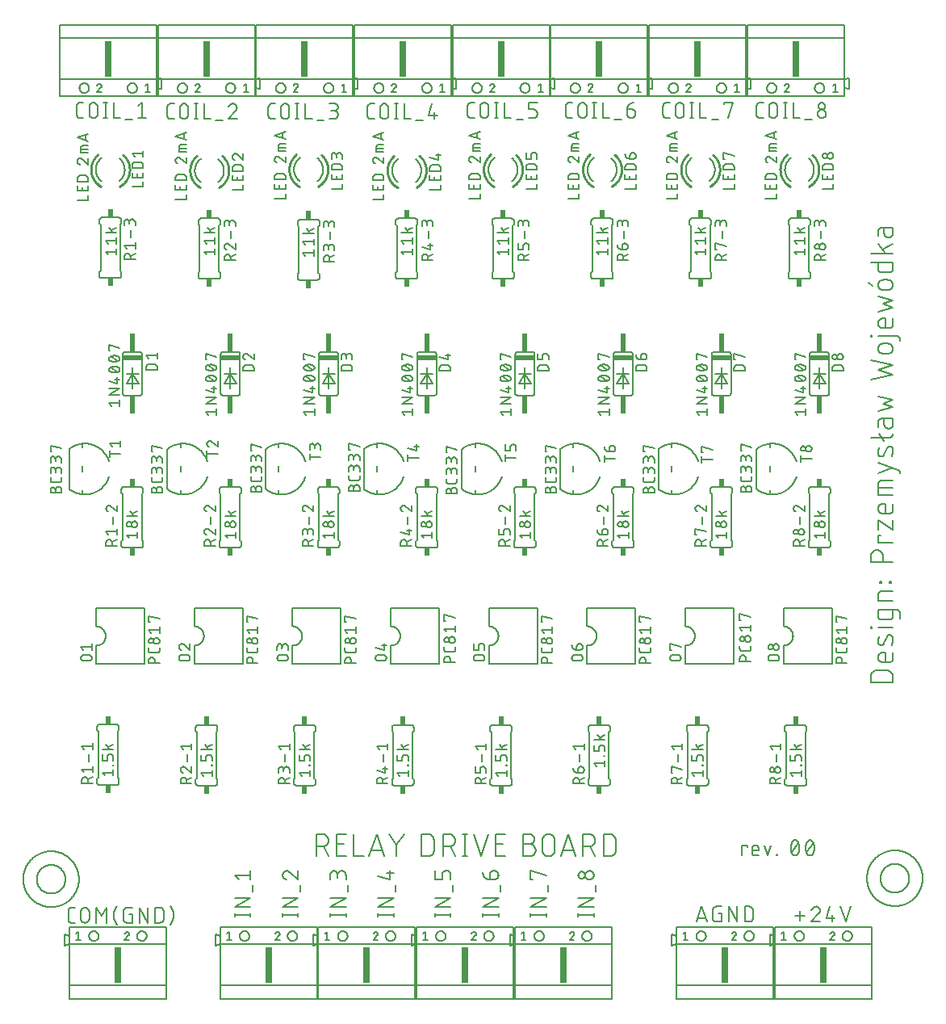
<source format=gbr>
G04 EAGLE Gerber RS-274X export*
G75*
%MOMM*%
%FSLAX34Y34*%
%LPD*%
%INSilkscreen Top*%
%IPPOS*%
%AMOC8*
5,1,8,0,0,1.08239X$1,22.5*%
G01*
%ADD10C,0.152400*%
%ADD11C,0.203200*%
%ADD12C,0.127000*%
%ADD13R,0.762000X3.810000*%
%ADD14C,0.177800*%
%ADD15R,2.032000X0.508000*%
%ADD16R,0.508000X1.905000*%
%ADD17R,0.609600X0.863600*%
%ADD18C,0.254000*%


D10*
X232982Y112568D02*
X249238Y112568D01*
X249238Y110762D02*
X249238Y114374D01*
X232982Y114374D02*
X232982Y110762D01*
X232982Y121079D02*
X249238Y121079D01*
X249238Y130110D02*
X232982Y121079D01*
X232982Y130110D02*
X249238Y130110D01*
X251044Y136571D02*
X251044Y143796D01*
X236594Y149736D02*
X232982Y154251D01*
X249238Y154251D01*
X249238Y149736D02*
X249238Y158767D01*
X282982Y112568D02*
X299238Y112568D01*
X299238Y110762D02*
X299238Y114374D01*
X282982Y114374D02*
X282982Y110762D01*
X282982Y121079D02*
X299238Y121079D01*
X299238Y130110D02*
X282982Y121079D01*
X282982Y130110D02*
X299238Y130110D01*
X301044Y136571D02*
X301044Y143796D01*
X287046Y158767D02*
X286921Y158765D01*
X286796Y158759D01*
X286671Y158750D01*
X286547Y158736D01*
X286423Y158719D01*
X286299Y158698D01*
X286177Y158673D01*
X286055Y158644D01*
X285934Y158612D01*
X285814Y158576D01*
X285695Y158536D01*
X285578Y158493D01*
X285462Y158446D01*
X285347Y158395D01*
X285235Y158341D01*
X285123Y158283D01*
X285014Y158223D01*
X284907Y158158D01*
X284801Y158091D01*
X284698Y158020D01*
X284597Y157946D01*
X284498Y157869D01*
X284402Y157789D01*
X284308Y157706D01*
X284217Y157621D01*
X284128Y157532D01*
X284043Y157441D01*
X283960Y157347D01*
X283880Y157251D01*
X283803Y157152D01*
X283729Y157051D01*
X283658Y156948D01*
X283591Y156842D01*
X283526Y156735D01*
X283466Y156626D01*
X283408Y156514D01*
X283354Y156402D01*
X283303Y156287D01*
X283256Y156171D01*
X283213Y156054D01*
X283173Y155935D01*
X283137Y155815D01*
X283105Y155694D01*
X283076Y155572D01*
X283051Y155450D01*
X283030Y155326D01*
X283013Y155202D01*
X282999Y155078D01*
X282990Y154953D01*
X282984Y154828D01*
X282982Y154703D01*
X282984Y154560D01*
X282990Y154418D01*
X283000Y154275D01*
X283013Y154133D01*
X283031Y153992D01*
X283052Y153850D01*
X283077Y153710D01*
X283106Y153570D01*
X283139Y153431D01*
X283176Y153293D01*
X283216Y153156D01*
X283260Y153021D01*
X283308Y152886D01*
X283360Y152753D01*
X283415Y152621D01*
X283474Y152491D01*
X283536Y152363D01*
X283602Y152236D01*
X283671Y152111D01*
X283743Y151988D01*
X283819Y151867D01*
X283898Y151749D01*
X283981Y151632D01*
X284066Y151518D01*
X284155Y151406D01*
X284246Y151297D01*
X284341Y151190D01*
X284438Y151085D01*
X284539Y150984D01*
X284642Y150885D01*
X284747Y150789D01*
X284856Y150696D01*
X284967Y150606D01*
X285080Y150519D01*
X285195Y150435D01*
X285313Y150355D01*
X285433Y150277D01*
X285555Y150203D01*
X285679Y150133D01*
X285805Y150065D01*
X285933Y150002D01*
X286062Y149941D01*
X286193Y149884D01*
X286325Y149831D01*
X286459Y149782D01*
X286594Y149736D01*
X290207Y157412D02*
X290115Y157506D01*
X290021Y157596D01*
X289924Y157684D01*
X289824Y157769D01*
X289722Y157851D01*
X289617Y157929D01*
X289510Y158005D01*
X289401Y158077D01*
X289290Y158146D01*
X289176Y158212D01*
X289061Y158274D01*
X288944Y158333D01*
X288825Y158388D01*
X288705Y158439D01*
X288583Y158487D01*
X288460Y158532D01*
X288336Y158572D01*
X288210Y158609D01*
X288083Y158642D01*
X287956Y158671D01*
X287827Y158697D01*
X287698Y158718D01*
X287568Y158736D01*
X287438Y158749D01*
X287308Y158759D01*
X287177Y158765D01*
X287046Y158767D01*
X290207Y157412D02*
X299238Y149736D01*
X299238Y158767D01*
X332982Y112568D02*
X349238Y112568D01*
X349238Y110762D02*
X349238Y114374D01*
X332982Y114374D02*
X332982Y110762D01*
X332982Y121079D02*
X349238Y121079D01*
X349238Y130110D02*
X332982Y121079D01*
X332982Y130110D02*
X349238Y130110D01*
X351044Y136571D02*
X351044Y143796D01*
X349238Y149736D02*
X349238Y154251D01*
X349236Y154384D01*
X349230Y154516D01*
X349220Y154648D01*
X349207Y154780D01*
X349189Y154912D01*
X349168Y155042D01*
X349143Y155173D01*
X349114Y155302D01*
X349081Y155430D01*
X349045Y155558D01*
X349005Y155684D01*
X348961Y155809D01*
X348913Y155933D01*
X348862Y156055D01*
X348807Y156176D01*
X348749Y156295D01*
X348687Y156413D01*
X348622Y156528D01*
X348553Y156642D01*
X348482Y156753D01*
X348406Y156862D01*
X348328Y156969D01*
X348247Y157074D01*
X348162Y157176D01*
X348075Y157276D01*
X347985Y157373D01*
X347892Y157468D01*
X347796Y157559D01*
X347698Y157648D01*
X347597Y157734D01*
X347493Y157817D01*
X347387Y157897D01*
X347279Y157973D01*
X347169Y158047D01*
X347056Y158117D01*
X346942Y158184D01*
X346825Y158247D01*
X346707Y158307D01*
X346587Y158364D01*
X346465Y158417D01*
X346342Y158466D01*
X346218Y158512D01*
X346092Y158554D01*
X345965Y158592D01*
X345837Y158627D01*
X345708Y158658D01*
X345579Y158685D01*
X345448Y158708D01*
X345317Y158728D01*
X345185Y158743D01*
X345053Y158755D01*
X344921Y158763D01*
X344788Y158767D01*
X344656Y158767D01*
X344523Y158763D01*
X344391Y158755D01*
X344259Y158743D01*
X344127Y158728D01*
X343996Y158708D01*
X343865Y158685D01*
X343736Y158658D01*
X343607Y158627D01*
X343479Y158592D01*
X343352Y158554D01*
X343226Y158512D01*
X343102Y158466D01*
X342979Y158417D01*
X342857Y158364D01*
X342737Y158307D01*
X342619Y158247D01*
X342502Y158184D01*
X342388Y158117D01*
X342275Y158047D01*
X342165Y157973D01*
X342057Y157897D01*
X341951Y157817D01*
X341847Y157734D01*
X341746Y157648D01*
X341648Y157559D01*
X341552Y157468D01*
X341459Y157373D01*
X341369Y157276D01*
X341282Y157176D01*
X341197Y157074D01*
X341116Y156969D01*
X341038Y156862D01*
X340962Y156753D01*
X340891Y156642D01*
X340822Y156528D01*
X340757Y156413D01*
X340695Y156295D01*
X340637Y156176D01*
X340582Y156055D01*
X340531Y155933D01*
X340483Y155809D01*
X340439Y155684D01*
X340399Y155558D01*
X340363Y155430D01*
X340330Y155302D01*
X340301Y155173D01*
X340276Y155042D01*
X340255Y154912D01*
X340237Y154780D01*
X340224Y154648D01*
X340214Y154516D01*
X340208Y154384D01*
X340206Y154251D01*
X332982Y155155D02*
X332982Y149736D01*
X332982Y155155D02*
X332984Y155274D01*
X332990Y155394D01*
X333000Y155513D01*
X333014Y155631D01*
X333031Y155750D01*
X333053Y155867D01*
X333078Y155984D01*
X333108Y156099D01*
X333141Y156214D01*
X333178Y156328D01*
X333218Y156440D01*
X333263Y156551D01*
X333311Y156660D01*
X333362Y156768D01*
X333417Y156874D01*
X333476Y156978D01*
X333538Y157080D01*
X333603Y157180D01*
X333672Y157278D01*
X333744Y157374D01*
X333819Y157467D01*
X333896Y157557D01*
X333977Y157645D01*
X334061Y157730D01*
X334148Y157812D01*
X334237Y157892D01*
X334329Y157968D01*
X334423Y158042D01*
X334520Y158112D01*
X334618Y158179D01*
X334719Y158243D01*
X334823Y158303D01*
X334928Y158360D01*
X335035Y158413D01*
X335143Y158463D01*
X335253Y158509D01*
X335365Y158551D01*
X335478Y158590D01*
X335592Y158625D01*
X335707Y158656D01*
X335824Y158684D01*
X335941Y158707D01*
X336058Y158727D01*
X336177Y158743D01*
X336296Y158755D01*
X336415Y158763D01*
X336534Y158767D01*
X336654Y158767D01*
X336773Y158763D01*
X336892Y158755D01*
X337011Y158743D01*
X337130Y158727D01*
X337247Y158707D01*
X337364Y158684D01*
X337481Y158656D01*
X337596Y158625D01*
X337710Y158590D01*
X337823Y158551D01*
X337935Y158509D01*
X338045Y158463D01*
X338153Y158413D01*
X338260Y158360D01*
X338365Y158303D01*
X338469Y158243D01*
X338570Y158179D01*
X338668Y158112D01*
X338765Y158042D01*
X338859Y157968D01*
X338951Y157892D01*
X339040Y157812D01*
X339127Y157730D01*
X339211Y157645D01*
X339292Y157557D01*
X339369Y157467D01*
X339444Y157374D01*
X339516Y157278D01*
X339585Y157180D01*
X339650Y157080D01*
X339712Y156978D01*
X339771Y156874D01*
X339826Y156768D01*
X339877Y156660D01*
X339925Y156551D01*
X339970Y156440D01*
X340010Y156328D01*
X340047Y156214D01*
X340080Y156099D01*
X340110Y155984D01*
X340135Y155867D01*
X340157Y155750D01*
X340174Y155631D01*
X340188Y155513D01*
X340198Y155394D01*
X340204Y155274D01*
X340206Y155155D01*
X340207Y155155D02*
X340207Y151542D01*
X382982Y112568D02*
X399238Y112568D01*
X399238Y110762D02*
X399238Y114374D01*
X382982Y114374D02*
X382982Y110762D01*
X382982Y121079D02*
X399238Y121079D01*
X399238Y130110D02*
X382982Y121079D01*
X382982Y130110D02*
X399238Y130110D01*
X401044Y136571D02*
X401044Y143796D01*
X395626Y149736D02*
X382982Y153348D01*
X395626Y149736D02*
X395626Y158767D01*
X392013Y156058D02*
X399238Y156058D01*
X442982Y112568D02*
X459238Y112568D01*
X459238Y110762D02*
X459238Y114374D01*
X442982Y114374D02*
X442982Y110762D01*
X442982Y121079D02*
X459238Y121079D01*
X459238Y130110D02*
X442982Y121079D01*
X442982Y130110D02*
X459238Y130110D01*
X461044Y136571D02*
X461044Y143796D01*
X459238Y149736D02*
X459238Y155155D01*
X459236Y155273D01*
X459230Y155391D01*
X459221Y155509D01*
X459207Y155626D01*
X459190Y155743D01*
X459169Y155860D01*
X459144Y155975D01*
X459115Y156090D01*
X459082Y156204D01*
X459046Y156316D01*
X459006Y156427D01*
X458963Y156537D01*
X458916Y156646D01*
X458866Y156753D01*
X458811Y156858D01*
X458754Y156961D01*
X458693Y157062D01*
X458629Y157162D01*
X458562Y157259D01*
X458492Y157354D01*
X458418Y157446D01*
X458342Y157537D01*
X458262Y157624D01*
X458180Y157709D01*
X458095Y157791D01*
X458008Y157871D01*
X457917Y157947D01*
X457825Y158021D01*
X457730Y158091D01*
X457633Y158158D01*
X457533Y158222D01*
X457432Y158283D01*
X457329Y158340D01*
X457224Y158395D01*
X457117Y158445D01*
X457008Y158492D01*
X456898Y158535D01*
X456787Y158575D01*
X456675Y158611D01*
X456561Y158644D01*
X456446Y158673D01*
X456331Y158698D01*
X456214Y158719D01*
X456097Y158736D01*
X455980Y158750D01*
X455862Y158759D01*
X455744Y158765D01*
X455626Y158767D01*
X453819Y158767D01*
X453701Y158765D01*
X453583Y158759D01*
X453465Y158750D01*
X453348Y158736D01*
X453231Y158719D01*
X453114Y158698D01*
X452999Y158673D01*
X452884Y158644D01*
X452770Y158611D01*
X452658Y158575D01*
X452547Y158535D01*
X452437Y158492D01*
X452328Y158445D01*
X452221Y158395D01*
X452116Y158340D01*
X452013Y158283D01*
X451912Y158222D01*
X451812Y158158D01*
X451715Y158091D01*
X451620Y158021D01*
X451528Y157947D01*
X451437Y157871D01*
X451350Y157791D01*
X451265Y157709D01*
X451183Y157624D01*
X451103Y157537D01*
X451027Y157446D01*
X450953Y157354D01*
X450883Y157259D01*
X450816Y157162D01*
X450752Y157062D01*
X450691Y156961D01*
X450634Y156858D01*
X450579Y156753D01*
X450529Y156646D01*
X450482Y156537D01*
X450439Y156427D01*
X450399Y156316D01*
X450363Y156204D01*
X450330Y156090D01*
X450301Y155975D01*
X450276Y155860D01*
X450255Y155743D01*
X450238Y155626D01*
X450224Y155509D01*
X450215Y155391D01*
X450209Y155273D01*
X450207Y155155D01*
X450207Y149736D01*
X442982Y149736D01*
X442982Y158767D01*
X492982Y112568D02*
X509238Y112568D01*
X509238Y110762D02*
X509238Y114374D01*
X492982Y114374D02*
X492982Y110762D01*
X492982Y121079D02*
X509238Y121079D01*
X509238Y130110D02*
X492982Y121079D01*
X492982Y130110D02*
X509238Y130110D01*
X511044Y136571D02*
X511044Y143796D01*
X500207Y149736D02*
X500207Y155155D01*
X500209Y155273D01*
X500215Y155391D01*
X500224Y155509D01*
X500238Y155626D01*
X500255Y155743D01*
X500276Y155860D01*
X500301Y155975D01*
X500330Y156090D01*
X500363Y156204D01*
X500399Y156316D01*
X500439Y156427D01*
X500482Y156537D01*
X500529Y156646D01*
X500579Y156753D01*
X500634Y156858D01*
X500691Y156961D01*
X500752Y157062D01*
X500816Y157162D01*
X500883Y157259D01*
X500953Y157354D01*
X501027Y157446D01*
X501103Y157537D01*
X501183Y157624D01*
X501265Y157709D01*
X501350Y157791D01*
X501437Y157871D01*
X501528Y157947D01*
X501620Y158021D01*
X501715Y158091D01*
X501812Y158158D01*
X501912Y158222D01*
X502013Y158283D01*
X502116Y158340D01*
X502221Y158395D01*
X502328Y158445D01*
X502437Y158492D01*
X502547Y158535D01*
X502658Y158575D01*
X502770Y158611D01*
X502884Y158644D01*
X502999Y158673D01*
X503114Y158698D01*
X503231Y158719D01*
X503348Y158736D01*
X503465Y158750D01*
X503583Y158759D01*
X503701Y158765D01*
X503819Y158767D01*
X504722Y158767D01*
X504855Y158765D01*
X504987Y158759D01*
X505119Y158749D01*
X505251Y158736D01*
X505383Y158718D01*
X505513Y158697D01*
X505644Y158672D01*
X505773Y158643D01*
X505901Y158610D01*
X506029Y158574D01*
X506155Y158534D01*
X506280Y158490D01*
X506404Y158442D01*
X506526Y158391D01*
X506647Y158336D01*
X506766Y158278D01*
X506884Y158216D01*
X506999Y158151D01*
X507113Y158082D01*
X507224Y158011D01*
X507333Y157935D01*
X507440Y157857D01*
X507545Y157776D01*
X507647Y157691D01*
X507747Y157604D01*
X507844Y157514D01*
X507939Y157421D01*
X508030Y157325D01*
X508119Y157227D01*
X508205Y157126D01*
X508288Y157022D01*
X508368Y156916D01*
X508444Y156808D01*
X508518Y156698D01*
X508588Y156585D01*
X508655Y156471D01*
X508718Y156354D01*
X508778Y156236D01*
X508835Y156116D01*
X508888Y155994D01*
X508937Y155871D01*
X508983Y155747D01*
X509025Y155621D01*
X509063Y155494D01*
X509098Y155366D01*
X509129Y155237D01*
X509156Y155108D01*
X509179Y154977D01*
X509199Y154846D01*
X509214Y154714D01*
X509226Y154582D01*
X509234Y154450D01*
X509238Y154317D01*
X509238Y154185D01*
X509234Y154052D01*
X509226Y153920D01*
X509214Y153788D01*
X509199Y153656D01*
X509179Y153525D01*
X509156Y153394D01*
X509129Y153265D01*
X509098Y153136D01*
X509063Y153008D01*
X509025Y152881D01*
X508983Y152755D01*
X508937Y152631D01*
X508888Y152508D01*
X508835Y152386D01*
X508778Y152266D01*
X508718Y152148D01*
X508655Y152031D01*
X508588Y151917D01*
X508518Y151804D01*
X508444Y151694D01*
X508368Y151586D01*
X508288Y151480D01*
X508205Y151376D01*
X508119Y151275D01*
X508030Y151177D01*
X507939Y151081D01*
X507844Y150988D01*
X507747Y150898D01*
X507647Y150811D01*
X507545Y150726D01*
X507440Y150645D01*
X507333Y150567D01*
X507224Y150491D01*
X507113Y150420D01*
X506999Y150351D01*
X506884Y150286D01*
X506766Y150224D01*
X506647Y150166D01*
X506526Y150111D01*
X506404Y150060D01*
X506280Y150012D01*
X506155Y149968D01*
X506029Y149928D01*
X505901Y149892D01*
X505773Y149859D01*
X505644Y149830D01*
X505513Y149805D01*
X505383Y149784D01*
X505251Y149766D01*
X505119Y149753D01*
X504987Y149743D01*
X504855Y149737D01*
X504722Y149735D01*
X504722Y149736D02*
X500207Y149736D01*
X500030Y149738D01*
X499852Y149745D01*
X499675Y149756D01*
X499499Y149771D01*
X499323Y149790D01*
X499147Y149814D01*
X498972Y149842D01*
X498797Y149875D01*
X498624Y149912D01*
X498451Y149953D01*
X498280Y149998D01*
X498110Y150047D01*
X497941Y150101D01*
X497773Y150158D01*
X497607Y150220D01*
X497442Y150286D01*
X497279Y150356D01*
X497118Y150430D01*
X496959Y150507D01*
X496801Y150589D01*
X496646Y150675D01*
X496493Y150764D01*
X496342Y150857D01*
X496193Y150954D01*
X496047Y151054D01*
X495903Y151158D01*
X495762Y151265D01*
X495624Y151376D01*
X495488Y151490D01*
X495355Y151608D01*
X495225Y151728D01*
X495098Y151852D01*
X494974Y151979D01*
X494854Y152109D01*
X494736Y152242D01*
X494622Y152377D01*
X494511Y152516D01*
X494404Y152657D01*
X494300Y152801D01*
X494200Y152947D01*
X494103Y153096D01*
X494010Y153247D01*
X493921Y153400D01*
X493835Y153555D01*
X493753Y153713D01*
X493676Y153872D01*
X493602Y154033D01*
X493532Y154196D01*
X493466Y154361D01*
X493404Y154527D01*
X493347Y154695D01*
X493293Y154864D01*
X493244Y155034D01*
X493199Y155205D01*
X493158Y155378D01*
X493121Y155551D01*
X493088Y155726D01*
X493060Y155901D01*
X493036Y156077D01*
X493017Y156253D01*
X493002Y156429D01*
X492991Y156606D01*
X492984Y156784D01*
X492982Y156961D01*
X542982Y112568D02*
X559238Y112568D01*
X559238Y110762D02*
X559238Y114374D01*
X542982Y114374D02*
X542982Y110762D01*
X542982Y121079D02*
X559238Y121079D01*
X559238Y130110D02*
X542982Y121079D01*
X542982Y130110D02*
X559238Y130110D01*
X561044Y136571D02*
X561044Y143796D01*
X544788Y149736D02*
X542982Y149736D01*
X542982Y158767D01*
X559238Y154251D01*
X592982Y112568D02*
X609238Y112568D01*
X609238Y110762D02*
X609238Y114374D01*
X592982Y114374D02*
X592982Y110762D01*
X592982Y121079D02*
X609238Y121079D01*
X609238Y130110D02*
X592982Y121079D01*
X592982Y130110D02*
X609238Y130110D01*
X611044Y136571D02*
X611044Y143796D01*
X604722Y149735D02*
X604589Y149737D01*
X604457Y149743D01*
X604325Y149753D01*
X604193Y149766D01*
X604061Y149784D01*
X603931Y149805D01*
X603800Y149830D01*
X603671Y149859D01*
X603543Y149892D01*
X603415Y149928D01*
X603289Y149968D01*
X603164Y150012D01*
X603040Y150060D01*
X602918Y150111D01*
X602797Y150166D01*
X602678Y150224D01*
X602560Y150286D01*
X602445Y150351D01*
X602331Y150420D01*
X602220Y150491D01*
X602111Y150567D01*
X602004Y150645D01*
X601899Y150726D01*
X601797Y150811D01*
X601697Y150898D01*
X601600Y150988D01*
X601505Y151081D01*
X601414Y151177D01*
X601325Y151275D01*
X601239Y151376D01*
X601156Y151480D01*
X601076Y151586D01*
X601000Y151694D01*
X600926Y151804D01*
X600856Y151917D01*
X600789Y152031D01*
X600726Y152148D01*
X600666Y152266D01*
X600609Y152386D01*
X600556Y152508D01*
X600507Y152631D01*
X600461Y152755D01*
X600419Y152881D01*
X600381Y153008D01*
X600346Y153136D01*
X600315Y153265D01*
X600288Y153394D01*
X600265Y153525D01*
X600245Y153656D01*
X600230Y153788D01*
X600218Y153920D01*
X600210Y154052D01*
X600206Y154185D01*
X600206Y154317D01*
X600210Y154450D01*
X600218Y154582D01*
X600230Y154714D01*
X600245Y154846D01*
X600265Y154977D01*
X600288Y155108D01*
X600315Y155237D01*
X600346Y155366D01*
X600381Y155494D01*
X600419Y155621D01*
X600461Y155747D01*
X600507Y155871D01*
X600556Y155994D01*
X600609Y156116D01*
X600666Y156236D01*
X600726Y156354D01*
X600789Y156471D01*
X600856Y156585D01*
X600926Y156698D01*
X601000Y156808D01*
X601076Y156916D01*
X601156Y157022D01*
X601239Y157126D01*
X601325Y157227D01*
X601414Y157325D01*
X601505Y157421D01*
X601600Y157514D01*
X601697Y157604D01*
X601797Y157691D01*
X601899Y157776D01*
X602004Y157857D01*
X602111Y157935D01*
X602220Y158011D01*
X602331Y158082D01*
X602445Y158151D01*
X602560Y158216D01*
X602678Y158278D01*
X602797Y158336D01*
X602918Y158391D01*
X603040Y158442D01*
X603164Y158490D01*
X603289Y158534D01*
X603415Y158574D01*
X603543Y158610D01*
X603671Y158643D01*
X603800Y158672D01*
X603931Y158697D01*
X604061Y158718D01*
X604193Y158736D01*
X604325Y158749D01*
X604457Y158759D01*
X604589Y158765D01*
X604722Y158767D01*
X604855Y158765D01*
X604987Y158759D01*
X605119Y158749D01*
X605251Y158736D01*
X605383Y158718D01*
X605513Y158697D01*
X605644Y158672D01*
X605773Y158643D01*
X605901Y158610D01*
X606029Y158574D01*
X606155Y158534D01*
X606280Y158490D01*
X606404Y158442D01*
X606526Y158391D01*
X606647Y158336D01*
X606766Y158278D01*
X606884Y158216D01*
X606999Y158151D01*
X607113Y158082D01*
X607224Y158011D01*
X607333Y157935D01*
X607440Y157857D01*
X607545Y157776D01*
X607647Y157691D01*
X607747Y157604D01*
X607844Y157514D01*
X607939Y157421D01*
X608030Y157325D01*
X608119Y157227D01*
X608205Y157126D01*
X608288Y157022D01*
X608368Y156916D01*
X608444Y156808D01*
X608518Y156698D01*
X608588Y156585D01*
X608655Y156471D01*
X608718Y156354D01*
X608778Y156236D01*
X608835Y156116D01*
X608888Y155994D01*
X608937Y155871D01*
X608983Y155747D01*
X609025Y155621D01*
X609063Y155494D01*
X609098Y155366D01*
X609129Y155237D01*
X609156Y155108D01*
X609179Y154977D01*
X609199Y154846D01*
X609214Y154714D01*
X609226Y154582D01*
X609234Y154450D01*
X609238Y154317D01*
X609238Y154185D01*
X609234Y154052D01*
X609226Y153920D01*
X609214Y153788D01*
X609199Y153656D01*
X609179Y153525D01*
X609156Y153394D01*
X609129Y153265D01*
X609098Y153136D01*
X609063Y153008D01*
X609025Y152881D01*
X608983Y152755D01*
X608937Y152631D01*
X608888Y152508D01*
X608835Y152386D01*
X608778Y152266D01*
X608718Y152148D01*
X608655Y152031D01*
X608588Y151917D01*
X608518Y151804D01*
X608444Y151694D01*
X608368Y151586D01*
X608288Y151480D01*
X608205Y151376D01*
X608119Y151275D01*
X608030Y151177D01*
X607939Y151081D01*
X607844Y150988D01*
X607747Y150898D01*
X607647Y150811D01*
X607545Y150726D01*
X607440Y150645D01*
X607333Y150567D01*
X607224Y150491D01*
X607113Y150420D01*
X606999Y150351D01*
X606884Y150286D01*
X606766Y150224D01*
X606647Y150166D01*
X606526Y150111D01*
X606404Y150060D01*
X606280Y150012D01*
X606155Y149968D01*
X606029Y149928D01*
X605901Y149892D01*
X605773Y149859D01*
X605644Y149830D01*
X605513Y149805D01*
X605383Y149784D01*
X605251Y149766D01*
X605119Y149753D01*
X604987Y149743D01*
X604855Y149737D01*
X604722Y149735D01*
X596594Y150639D02*
X596475Y150641D01*
X596355Y150647D01*
X596236Y150657D01*
X596118Y150671D01*
X595999Y150688D01*
X595882Y150710D01*
X595765Y150735D01*
X595650Y150765D01*
X595535Y150798D01*
X595421Y150835D01*
X595309Y150875D01*
X595198Y150920D01*
X595089Y150968D01*
X594981Y151019D01*
X594875Y151074D01*
X594771Y151133D01*
X594669Y151195D01*
X594569Y151260D01*
X594471Y151329D01*
X594375Y151401D01*
X594282Y151476D01*
X594192Y151553D01*
X594104Y151634D01*
X594019Y151718D01*
X593937Y151805D01*
X593857Y151894D01*
X593781Y151986D01*
X593707Y152080D01*
X593637Y152177D01*
X593570Y152275D01*
X593506Y152376D01*
X593446Y152480D01*
X593389Y152585D01*
X593336Y152692D01*
X593286Y152800D01*
X593240Y152910D01*
X593198Y153022D01*
X593159Y153135D01*
X593124Y153249D01*
X593093Y153364D01*
X593065Y153481D01*
X593042Y153598D01*
X593022Y153715D01*
X593006Y153834D01*
X592994Y153953D01*
X592986Y154072D01*
X592982Y154191D01*
X592982Y154311D01*
X592986Y154430D01*
X592994Y154549D01*
X593006Y154668D01*
X593022Y154787D01*
X593042Y154904D01*
X593065Y155021D01*
X593093Y155138D01*
X593124Y155253D01*
X593159Y155367D01*
X593198Y155480D01*
X593240Y155592D01*
X593286Y155702D01*
X593336Y155810D01*
X593389Y155917D01*
X593446Y156022D01*
X593506Y156126D01*
X593570Y156227D01*
X593637Y156325D01*
X593707Y156422D01*
X593781Y156516D01*
X593857Y156608D01*
X593937Y156697D01*
X594019Y156784D01*
X594104Y156868D01*
X594192Y156949D01*
X594282Y157026D01*
X594375Y157101D01*
X594471Y157173D01*
X594569Y157242D01*
X594669Y157307D01*
X594771Y157369D01*
X594875Y157428D01*
X594981Y157483D01*
X595089Y157534D01*
X595198Y157582D01*
X595309Y157627D01*
X595421Y157667D01*
X595535Y157704D01*
X595650Y157737D01*
X595765Y157767D01*
X595882Y157792D01*
X595999Y157814D01*
X596118Y157831D01*
X596236Y157845D01*
X596355Y157855D01*
X596475Y157861D01*
X596594Y157863D01*
X596713Y157861D01*
X596833Y157855D01*
X596952Y157845D01*
X597070Y157831D01*
X597189Y157814D01*
X597306Y157792D01*
X597423Y157767D01*
X597538Y157737D01*
X597653Y157704D01*
X597767Y157667D01*
X597879Y157627D01*
X597990Y157582D01*
X598099Y157534D01*
X598207Y157483D01*
X598313Y157428D01*
X598417Y157369D01*
X598519Y157307D01*
X598619Y157242D01*
X598717Y157173D01*
X598813Y157101D01*
X598906Y157026D01*
X598996Y156949D01*
X599084Y156868D01*
X599169Y156784D01*
X599251Y156697D01*
X599331Y156608D01*
X599407Y156516D01*
X599481Y156422D01*
X599551Y156325D01*
X599618Y156227D01*
X599682Y156126D01*
X599742Y156022D01*
X599799Y155917D01*
X599852Y155810D01*
X599902Y155702D01*
X599948Y155592D01*
X599990Y155480D01*
X600029Y155367D01*
X600064Y155253D01*
X600095Y155138D01*
X600123Y155021D01*
X600146Y154904D01*
X600166Y154787D01*
X600182Y154668D01*
X600194Y154549D01*
X600202Y154430D01*
X600206Y154311D01*
X600206Y154191D01*
X600202Y154072D01*
X600194Y153953D01*
X600182Y153834D01*
X600166Y153715D01*
X600146Y153598D01*
X600123Y153481D01*
X600095Y153364D01*
X600064Y153249D01*
X600029Y153135D01*
X599990Y153022D01*
X599948Y152910D01*
X599902Y152800D01*
X599852Y152692D01*
X599799Y152585D01*
X599742Y152480D01*
X599682Y152376D01*
X599618Y152275D01*
X599551Y152177D01*
X599481Y152080D01*
X599407Y151986D01*
X599331Y151894D01*
X599251Y151805D01*
X599169Y151718D01*
X599084Y151634D01*
X598996Y151553D01*
X598906Y151476D01*
X598813Y151401D01*
X598717Y151329D01*
X598619Y151260D01*
X598519Y151195D01*
X598417Y151133D01*
X598313Y151074D01*
X598207Y151019D01*
X598099Y150968D01*
X597990Y150920D01*
X597879Y150875D01*
X597767Y150835D01*
X597653Y150798D01*
X597538Y150765D01*
X597423Y150735D01*
X597306Y150710D01*
X597189Y150688D01*
X597070Y150671D01*
X596952Y150657D01*
X596833Y150647D01*
X596713Y150641D01*
X596594Y150639D01*
D11*
X318016Y174016D02*
X318016Y197384D01*
X324507Y197384D01*
X324666Y197382D01*
X324825Y197376D01*
X324985Y197366D01*
X325143Y197353D01*
X325302Y197335D01*
X325459Y197314D01*
X325617Y197288D01*
X325773Y197259D01*
X325929Y197226D01*
X326084Y197189D01*
X326238Y197149D01*
X326391Y197104D01*
X326543Y197056D01*
X326694Y197005D01*
X326843Y196949D01*
X326991Y196890D01*
X327137Y196827D01*
X327282Y196761D01*
X327425Y196691D01*
X327567Y196618D01*
X327706Y196541D01*
X327844Y196461D01*
X327980Y196377D01*
X328113Y196290D01*
X328245Y196200D01*
X328374Y196107D01*
X328500Y196010D01*
X328625Y195911D01*
X328747Y195808D01*
X328866Y195703D01*
X328983Y195594D01*
X329097Y195483D01*
X329208Y195369D01*
X329317Y195252D01*
X329422Y195133D01*
X329525Y195011D01*
X329624Y194886D01*
X329721Y194760D01*
X329814Y194631D01*
X329904Y194499D01*
X329991Y194366D01*
X330075Y194230D01*
X330155Y194092D01*
X330232Y193953D01*
X330305Y193811D01*
X330375Y193668D01*
X330441Y193523D01*
X330504Y193377D01*
X330563Y193229D01*
X330619Y193080D01*
X330670Y192929D01*
X330718Y192777D01*
X330763Y192624D01*
X330803Y192470D01*
X330840Y192315D01*
X330873Y192159D01*
X330902Y192003D01*
X330928Y191845D01*
X330949Y191688D01*
X330967Y191529D01*
X330980Y191371D01*
X330990Y191211D01*
X330996Y191052D01*
X330998Y190893D01*
X330996Y190734D01*
X330990Y190575D01*
X330980Y190415D01*
X330967Y190257D01*
X330949Y190098D01*
X330928Y189941D01*
X330902Y189783D01*
X330873Y189627D01*
X330840Y189471D01*
X330803Y189316D01*
X330763Y189162D01*
X330718Y189009D01*
X330670Y188857D01*
X330619Y188706D01*
X330563Y188557D01*
X330504Y188409D01*
X330441Y188263D01*
X330375Y188118D01*
X330305Y187975D01*
X330232Y187833D01*
X330155Y187694D01*
X330075Y187556D01*
X329991Y187420D01*
X329904Y187287D01*
X329814Y187155D01*
X329721Y187026D01*
X329624Y186900D01*
X329525Y186775D01*
X329422Y186653D01*
X329317Y186534D01*
X329208Y186417D01*
X329097Y186303D01*
X328983Y186192D01*
X328866Y186083D01*
X328747Y185978D01*
X328625Y185875D01*
X328500Y185776D01*
X328374Y185679D01*
X328245Y185586D01*
X328113Y185496D01*
X327980Y185409D01*
X327844Y185325D01*
X327706Y185245D01*
X327567Y185168D01*
X327425Y185095D01*
X327282Y185025D01*
X327137Y184959D01*
X326991Y184896D01*
X326843Y184837D01*
X326694Y184781D01*
X326543Y184730D01*
X326391Y184682D01*
X326238Y184637D01*
X326084Y184597D01*
X325929Y184560D01*
X325773Y184527D01*
X325617Y184498D01*
X325459Y184472D01*
X325302Y184451D01*
X325143Y184433D01*
X324985Y184420D01*
X324825Y184410D01*
X324666Y184404D01*
X324507Y184402D01*
X318016Y184402D01*
X325805Y184402D02*
X330998Y174016D01*
X339551Y174016D02*
X349937Y174016D01*
X339551Y174016D02*
X339551Y197384D01*
X349937Y197384D01*
X347341Y186998D02*
X339551Y186998D01*
X357646Y197384D02*
X357646Y174016D01*
X368032Y174016D01*
X373723Y174016D02*
X381512Y197384D01*
X389301Y174016D01*
X387354Y179858D02*
X375670Y179858D01*
X394601Y197384D02*
X402391Y186349D01*
X410180Y197384D01*
X402391Y186349D02*
X402391Y174016D01*
X428610Y174016D02*
X428610Y197384D01*
X435101Y197384D01*
X435260Y197382D01*
X435419Y197376D01*
X435579Y197366D01*
X435737Y197353D01*
X435896Y197335D01*
X436053Y197314D01*
X436211Y197288D01*
X436367Y197259D01*
X436523Y197226D01*
X436678Y197189D01*
X436832Y197149D01*
X436985Y197104D01*
X437137Y197056D01*
X437288Y197005D01*
X437437Y196949D01*
X437585Y196890D01*
X437731Y196827D01*
X437876Y196761D01*
X438019Y196691D01*
X438161Y196618D01*
X438300Y196541D01*
X438438Y196461D01*
X438574Y196377D01*
X438707Y196290D01*
X438839Y196200D01*
X438968Y196107D01*
X439094Y196010D01*
X439219Y195911D01*
X439341Y195808D01*
X439460Y195703D01*
X439577Y195594D01*
X439691Y195483D01*
X439802Y195369D01*
X439911Y195252D01*
X440016Y195133D01*
X440119Y195011D01*
X440218Y194886D01*
X440315Y194760D01*
X440408Y194631D01*
X440498Y194499D01*
X440585Y194366D01*
X440669Y194230D01*
X440749Y194092D01*
X440826Y193953D01*
X440899Y193811D01*
X440969Y193668D01*
X441035Y193523D01*
X441098Y193377D01*
X441157Y193229D01*
X441213Y193080D01*
X441264Y192929D01*
X441312Y192777D01*
X441357Y192624D01*
X441397Y192470D01*
X441434Y192315D01*
X441467Y192159D01*
X441496Y192003D01*
X441522Y191845D01*
X441543Y191688D01*
X441561Y191529D01*
X441574Y191371D01*
X441584Y191211D01*
X441590Y191052D01*
X441592Y190893D01*
X441592Y180507D01*
X441590Y180348D01*
X441584Y180189D01*
X441574Y180029D01*
X441561Y179871D01*
X441543Y179712D01*
X441522Y179555D01*
X441496Y179397D01*
X441467Y179241D01*
X441434Y179085D01*
X441397Y178930D01*
X441357Y178776D01*
X441312Y178623D01*
X441264Y178471D01*
X441213Y178320D01*
X441157Y178171D01*
X441098Y178023D01*
X441035Y177877D01*
X440969Y177732D01*
X440899Y177589D01*
X440826Y177447D01*
X440749Y177308D01*
X440669Y177170D01*
X440585Y177034D01*
X440498Y176901D01*
X440408Y176769D01*
X440315Y176640D01*
X440218Y176514D01*
X440119Y176389D01*
X440016Y176267D01*
X439911Y176148D01*
X439802Y176031D01*
X439691Y175917D01*
X439577Y175806D01*
X439460Y175697D01*
X439341Y175592D01*
X439219Y175489D01*
X439094Y175390D01*
X438968Y175293D01*
X438839Y175200D01*
X438707Y175110D01*
X438574Y175023D01*
X438438Y174939D01*
X438300Y174859D01*
X438161Y174782D01*
X438019Y174709D01*
X437876Y174639D01*
X437731Y174573D01*
X437585Y174510D01*
X437437Y174451D01*
X437288Y174395D01*
X437137Y174344D01*
X436985Y174295D01*
X436832Y174251D01*
X436678Y174211D01*
X436523Y174174D01*
X436367Y174141D01*
X436211Y174112D01*
X436053Y174086D01*
X435896Y174065D01*
X435737Y174047D01*
X435578Y174034D01*
X435419Y174024D01*
X435260Y174018D01*
X435101Y174016D01*
X428610Y174016D01*
X450944Y174016D02*
X450944Y197384D01*
X457435Y197384D01*
X457594Y197382D01*
X457753Y197376D01*
X457913Y197366D01*
X458071Y197353D01*
X458230Y197335D01*
X458387Y197314D01*
X458545Y197288D01*
X458701Y197259D01*
X458857Y197226D01*
X459012Y197189D01*
X459166Y197149D01*
X459319Y197104D01*
X459471Y197056D01*
X459622Y197005D01*
X459771Y196949D01*
X459919Y196890D01*
X460065Y196827D01*
X460210Y196761D01*
X460353Y196691D01*
X460495Y196618D01*
X460634Y196541D01*
X460772Y196461D01*
X460908Y196377D01*
X461041Y196290D01*
X461173Y196200D01*
X461302Y196107D01*
X461428Y196010D01*
X461553Y195911D01*
X461675Y195808D01*
X461794Y195703D01*
X461911Y195594D01*
X462025Y195483D01*
X462136Y195369D01*
X462245Y195252D01*
X462350Y195133D01*
X462453Y195011D01*
X462552Y194886D01*
X462649Y194760D01*
X462742Y194631D01*
X462832Y194499D01*
X462919Y194366D01*
X463003Y194230D01*
X463083Y194092D01*
X463160Y193953D01*
X463233Y193811D01*
X463303Y193668D01*
X463369Y193523D01*
X463432Y193377D01*
X463491Y193229D01*
X463547Y193080D01*
X463598Y192929D01*
X463646Y192777D01*
X463691Y192624D01*
X463731Y192470D01*
X463768Y192315D01*
X463801Y192159D01*
X463830Y192003D01*
X463856Y191845D01*
X463877Y191688D01*
X463895Y191529D01*
X463908Y191371D01*
X463918Y191211D01*
X463924Y191052D01*
X463926Y190893D01*
X463924Y190734D01*
X463918Y190575D01*
X463908Y190415D01*
X463895Y190257D01*
X463877Y190098D01*
X463856Y189941D01*
X463830Y189783D01*
X463801Y189627D01*
X463768Y189471D01*
X463731Y189316D01*
X463691Y189162D01*
X463646Y189009D01*
X463598Y188857D01*
X463547Y188706D01*
X463491Y188557D01*
X463432Y188409D01*
X463369Y188263D01*
X463303Y188118D01*
X463233Y187975D01*
X463160Y187833D01*
X463083Y187694D01*
X463003Y187556D01*
X462919Y187420D01*
X462832Y187287D01*
X462742Y187155D01*
X462649Y187026D01*
X462552Y186900D01*
X462453Y186775D01*
X462350Y186653D01*
X462245Y186534D01*
X462136Y186417D01*
X462025Y186303D01*
X461911Y186192D01*
X461794Y186083D01*
X461675Y185978D01*
X461553Y185875D01*
X461428Y185776D01*
X461302Y185679D01*
X461173Y185586D01*
X461041Y185496D01*
X460908Y185409D01*
X460772Y185325D01*
X460634Y185245D01*
X460495Y185168D01*
X460353Y185095D01*
X460210Y185025D01*
X460065Y184959D01*
X459919Y184896D01*
X459771Y184837D01*
X459622Y184781D01*
X459471Y184730D01*
X459319Y184682D01*
X459166Y184637D01*
X459012Y184597D01*
X458857Y184560D01*
X458701Y184527D01*
X458545Y184498D01*
X458387Y184472D01*
X458230Y184451D01*
X458071Y184433D01*
X457913Y184420D01*
X457753Y184410D01*
X457594Y184404D01*
X457435Y184402D01*
X450944Y184402D01*
X458733Y184402D02*
X463926Y174016D01*
X474075Y174016D02*
X474075Y197384D01*
X471478Y174016D02*
X476671Y174016D01*
X476671Y197384D02*
X471478Y197384D01*
X482988Y197384D02*
X490778Y174016D01*
X498567Y197384D01*
X505886Y174016D02*
X516271Y174016D01*
X505886Y174016D02*
X505886Y197384D01*
X516271Y197384D01*
X513675Y186998D02*
X505886Y186998D01*
X535239Y186998D02*
X541730Y186998D01*
X541889Y186996D01*
X542048Y186990D01*
X542208Y186980D01*
X542366Y186967D01*
X542525Y186949D01*
X542682Y186928D01*
X542840Y186902D01*
X542996Y186873D01*
X543152Y186840D01*
X543307Y186803D01*
X543461Y186763D01*
X543614Y186718D01*
X543766Y186670D01*
X543917Y186619D01*
X544066Y186563D01*
X544214Y186504D01*
X544360Y186441D01*
X544505Y186375D01*
X544648Y186305D01*
X544790Y186232D01*
X544929Y186155D01*
X545067Y186075D01*
X545203Y185991D01*
X545336Y185904D01*
X545468Y185814D01*
X545597Y185721D01*
X545723Y185624D01*
X545848Y185525D01*
X545970Y185422D01*
X546089Y185317D01*
X546206Y185208D01*
X546320Y185097D01*
X546431Y184983D01*
X546540Y184866D01*
X546645Y184747D01*
X546748Y184625D01*
X546847Y184500D01*
X546944Y184374D01*
X547037Y184245D01*
X547127Y184113D01*
X547214Y183980D01*
X547298Y183844D01*
X547378Y183706D01*
X547455Y183567D01*
X547528Y183425D01*
X547598Y183282D01*
X547664Y183137D01*
X547727Y182991D01*
X547786Y182843D01*
X547842Y182694D01*
X547893Y182543D01*
X547941Y182391D01*
X547986Y182238D01*
X548026Y182084D01*
X548063Y181929D01*
X548096Y181773D01*
X548125Y181617D01*
X548151Y181459D01*
X548172Y181302D01*
X548190Y181143D01*
X548203Y180985D01*
X548213Y180825D01*
X548219Y180666D01*
X548221Y180507D01*
X548219Y180348D01*
X548213Y180189D01*
X548203Y180029D01*
X548190Y179871D01*
X548172Y179712D01*
X548151Y179555D01*
X548125Y179397D01*
X548096Y179241D01*
X548063Y179085D01*
X548026Y178930D01*
X547986Y178776D01*
X547941Y178623D01*
X547893Y178471D01*
X547842Y178320D01*
X547786Y178171D01*
X547727Y178023D01*
X547664Y177877D01*
X547598Y177732D01*
X547528Y177589D01*
X547455Y177447D01*
X547378Y177308D01*
X547298Y177170D01*
X547214Y177034D01*
X547127Y176901D01*
X547037Y176769D01*
X546944Y176640D01*
X546847Y176514D01*
X546748Y176389D01*
X546645Y176267D01*
X546540Y176148D01*
X546431Y176031D01*
X546320Y175917D01*
X546206Y175806D01*
X546089Y175697D01*
X545970Y175592D01*
X545848Y175489D01*
X545723Y175390D01*
X545597Y175293D01*
X545468Y175200D01*
X545336Y175110D01*
X545203Y175023D01*
X545067Y174939D01*
X544929Y174859D01*
X544790Y174782D01*
X544648Y174709D01*
X544505Y174639D01*
X544360Y174573D01*
X544214Y174510D01*
X544066Y174451D01*
X543917Y174395D01*
X543766Y174344D01*
X543614Y174296D01*
X543461Y174251D01*
X543307Y174211D01*
X543152Y174174D01*
X542996Y174141D01*
X542840Y174112D01*
X542682Y174086D01*
X542525Y174065D01*
X542366Y174047D01*
X542208Y174034D01*
X542048Y174024D01*
X541889Y174018D01*
X541730Y174016D01*
X535239Y174016D01*
X535239Y197384D01*
X541730Y197384D01*
X541873Y197382D01*
X542016Y197376D01*
X542159Y197366D01*
X542301Y197352D01*
X542443Y197335D01*
X542585Y197313D01*
X542726Y197288D01*
X542866Y197258D01*
X543005Y197225D01*
X543143Y197188D01*
X543280Y197147D01*
X543416Y197103D01*
X543551Y197054D01*
X543684Y197002D01*
X543816Y196947D01*
X543946Y196887D01*
X544075Y196824D01*
X544202Y196758D01*
X544327Y196688D01*
X544449Y196615D01*
X544570Y196538D01*
X544689Y196458D01*
X544805Y196375D01*
X544920Y196289D01*
X545031Y196200D01*
X545141Y196107D01*
X545247Y196012D01*
X545351Y195913D01*
X545452Y195812D01*
X545551Y195708D01*
X545646Y195602D01*
X545739Y195492D01*
X545828Y195381D01*
X545914Y195266D01*
X545997Y195150D01*
X546077Y195031D01*
X546154Y194910D01*
X546227Y194787D01*
X546297Y194663D01*
X546363Y194536D01*
X546426Y194407D01*
X546486Y194277D01*
X546541Y194145D01*
X546593Y194012D01*
X546642Y193877D01*
X546686Y193741D01*
X546727Y193604D01*
X546764Y193466D01*
X546797Y193327D01*
X546827Y193187D01*
X546852Y193046D01*
X546874Y192904D01*
X546891Y192762D01*
X546905Y192620D01*
X546915Y192477D01*
X546921Y192334D01*
X546923Y192191D01*
X546921Y192048D01*
X546915Y191905D01*
X546905Y191762D01*
X546891Y191620D01*
X546874Y191478D01*
X546852Y191336D01*
X546827Y191195D01*
X546797Y191055D01*
X546764Y190916D01*
X546727Y190778D01*
X546686Y190641D01*
X546642Y190505D01*
X546593Y190370D01*
X546541Y190237D01*
X546486Y190105D01*
X546426Y189975D01*
X546363Y189846D01*
X546297Y189719D01*
X546227Y189594D01*
X546154Y189472D01*
X546077Y189351D01*
X545997Y189232D01*
X545914Y189116D01*
X545828Y189001D01*
X545739Y188890D01*
X545646Y188780D01*
X545551Y188674D01*
X545452Y188570D01*
X545351Y188469D01*
X545247Y188370D01*
X545141Y188275D01*
X545031Y188182D01*
X544920Y188093D01*
X544805Y188007D01*
X544689Y187924D01*
X544570Y187844D01*
X544449Y187767D01*
X544327Y187694D01*
X544202Y187624D01*
X544075Y187558D01*
X543946Y187495D01*
X543816Y187435D01*
X543684Y187380D01*
X543551Y187328D01*
X543416Y187279D01*
X543280Y187235D01*
X543143Y187194D01*
X543005Y187157D01*
X542866Y187124D01*
X542726Y187094D01*
X542585Y187069D01*
X542443Y187047D01*
X542301Y187030D01*
X542159Y187016D01*
X542016Y187006D01*
X541873Y187000D01*
X541730Y186998D01*
X555274Y190893D02*
X555274Y180507D01*
X555274Y190893D02*
X555276Y191052D01*
X555282Y191211D01*
X555292Y191371D01*
X555305Y191529D01*
X555323Y191688D01*
X555344Y191845D01*
X555370Y192003D01*
X555399Y192159D01*
X555432Y192315D01*
X555469Y192470D01*
X555509Y192624D01*
X555554Y192777D01*
X555602Y192929D01*
X555653Y193080D01*
X555709Y193229D01*
X555768Y193377D01*
X555831Y193523D01*
X555897Y193668D01*
X555967Y193811D01*
X556040Y193953D01*
X556117Y194092D01*
X556197Y194230D01*
X556281Y194366D01*
X556368Y194499D01*
X556458Y194631D01*
X556551Y194760D01*
X556648Y194886D01*
X556747Y195011D01*
X556850Y195133D01*
X556955Y195252D01*
X557064Y195369D01*
X557175Y195483D01*
X557289Y195594D01*
X557406Y195703D01*
X557525Y195808D01*
X557647Y195911D01*
X557772Y196010D01*
X557898Y196107D01*
X558027Y196200D01*
X558159Y196290D01*
X558292Y196377D01*
X558428Y196461D01*
X558566Y196541D01*
X558705Y196618D01*
X558847Y196691D01*
X558990Y196761D01*
X559135Y196827D01*
X559281Y196890D01*
X559429Y196949D01*
X559578Y197005D01*
X559729Y197056D01*
X559881Y197104D01*
X560034Y197149D01*
X560188Y197189D01*
X560343Y197226D01*
X560499Y197259D01*
X560655Y197288D01*
X560813Y197314D01*
X560970Y197335D01*
X561129Y197353D01*
X561287Y197366D01*
X561447Y197376D01*
X561606Y197382D01*
X561765Y197384D01*
X561924Y197382D01*
X562083Y197376D01*
X562243Y197366D01*
X562401Y197353D01*
X562560Y197335D01*
X562717Y197314D01*
X562875Y197288D01*
X563031Y197259D01*
X563187Y197226D01*
X563342Y197189D01*
X563496Y197149D01*
X563649Y197104D01*
X563801Y197056D01*
X563952Y197005D01*
X564101Y196949D01*
X564249Y196890D01*
X564395Y196827D01*
X564540Y196761D01*
X564683Y196691D01*
X564825Y196618D01*
X564964Y196541D01*
X565102Y196461D01*
X565238Y196377D01*
X565371Y196290D01*
X565503Y196200D01*
X565632Y196107D01*
X565758Y196010D01*
X565883Y195911D01*
X566005Y195808D01*
X566124Y195703D01*
X566241Y195594D01*
X566355Y195483D01*
X566466Y195369D01*
X566575Y195252D01*
X566680Y195133D01*
X566783Y195011D01*
X566882Y194886D01*
X566979Y194760D01*
X567072Y194631D01*
X567162Y194499D01*
X567249Y194366D01*
X567333Y194230D01*
X567413Y194092D01*
X567490Y193953D01*
X567563Y193811D01*
X567633Y193668D01*
X567699Y193523D01*
X567762Y193377D01*
X567821Y193229D01*
X567877Y193080D01*
X567928Y192929D01*
X567976Y192777D01*
X568021Y192624D01*
X568061Y192470D01*
X568098Y192315D01*
X568131Y192159D01*
X568160Y192003D01*
X568186Y191845D01*
X568207Y191688D01*
X568225Y191529D01*
X568238Y191371D01*
X568248Y191211D01*
X568254Y191052D01*
X568256Y190893D01*
X568256Y180507D01*
X568254Y180348D01*
X568248Y180189D01*
X568238Y180029D01*
X568225Y179871D01*
X568207Y179712D01*
X568186Y179555D01*
X568160Y179397D01*
X568131Y179241D01*
X568098Y179085D01*
X568061Y178930D01*
X568021Y178776D01*
X567976Y178623D01*
X567928Y178471D01*
X567877Y178320D01*
X567821Y178171D01*
X567762Y178023D01*
X567699Y177877D01*
X567633Y177732D01*
X567563Y177589D01*
X567490Y177447D01*
X567413Y177308D01*
X567333Y177170D01*
X567249Y177034D01*
X567162Y176901D01*
X567072Y176769D01*
X566979Y176640D01*
X566882Y176514D01*
X566783Y176389D01*
X566680Y176267D01*
X566575Y176148D01*
X566466Y176031D01*
X566355Y175917D01*
X566241Y175806D01*
X566124Y175697D01*
X566005Y175592D01*
X565883Y175489D01*
X565758Y175390D01*
X565632Y175293D01*
X565503Y175200D01*
X565371Y175110D01*
X565238Y175023D01*
X565102Y174939D01*
X564964Y174859D01*
X564825Y174782D01*
X564683Y174709D01*
X564540Y174639D01*
X564395Y174573D01*
X564249Y174510D01*
X564101Y174451D01*
X563952Y174395D01*
X563801Y174344D01*
X563649Y174296D01*
X563496Y174251D01*
X563342Y174211D01*
X563187Y174174D01*
X563031Y174141D01*
X562875Y174112D01*
X562717Y174086D01*
X562560Y174065D01*
X562401Y174047D01*
X562243Y174034D01*
X562083Y174024D01*
X561924Y174018D01*
X561765Y174016D01*
X561606Y174018D01*
X561447Y174024D01*
X561287Y174034D01*
X561129Y174047D01*
X560970Y174065D01*
X560813Y174086D01*
X560655Y174112D01*
X560499Y174141D01*
X560343Y174174D01*
X560188Y174211D01*
X560034Y174251D01*
X559881Y174296D01*
X559729Y174344D01*
X559578Y174395D01*
X559429Y174451D01*
X559281Y174510D01*
X559135Y174573D01*
X558990Y174639D01*
X558847Y174709D01*
X558705Y174782D01*
X558566Y174859D01*
X558428Y174939D01*
X558292Y175023D01*
X558159Y175110D01*
X558027Y175200D01*
X557898Y175293D01*
X557772Y175390D01*
X557647Y175489D01*
X557525Y175592D01*
X557406Y175697D01*
X557289Y175806D01*
X557175Y175917D01*
X557064Y176031D01*
X556955Y176148D01*
X556850Y176267D01*
X556747Y176389D01*
X556648Y176514D01*
X556551Y176640D01*
X556458Y176769D01*
X556368Y176901D01*
X556281Y177034D01*
X556197Y177170D01*
X556117Y177308D01*
X556040Y177447D01*
X555967Y177589D01*
X555897Y177732D01*
X555831Y177877D01*
X555768Y178023D01*
X555709Y178171D01*
X555653Y178320D01*
X555602Y178471D01*
X555554Y178623D01*
X555509Y178776D01*
X555469Y178930D01*
X555432Y179085D01*
X555399Y179241D01*
X555370Y179397D01*
X555344Y179555D01*
X555323Y179712D01*
X555305Y179871D01*
X555292Y180029D01*
X555282Y180189D01*
X555276Y180348D01*
X555274Y180507D01*
X574855Y174016D02*
X582644Y197384D01*
X590433Y174016D01*
X588486Y179858D02*
X576802Y179858D01*
X597791Y174016D02*
X597791Y197384D01*
X604283Y197384D01*
X604442Y197382D01*
X604601Y197376D01*
X604761Y197366D01*
X604919Y197353D01*
X605078Y197335D01*
X605235Y197314D01*
X605393Y197288D01*
X605549Y197259D01*
X605705Y197226D01*
X605860Y197189D01*
X606014Y197149D01*
X606167Y197104D01*
X606319Y197056D01*
X606470Y197005D01*
X606619Y196949D01*
X606767Y196890D01*
X606913Y196827D01*
X607058Y196761D01*
X607201Y196691D01*
X607343Y196618D01*
X607482Y196541D01*
X607620Y196461D01*
X607756Y196377D01*
X607889Y196290D01*
X608021Y196200D01*
X608150Y196107D01*
X608276Y196010D01*
X608401Y195911D01*
X608523Y195808D01*
X608642Y195703D01*
X608759Y195594D01*
X608873Y195483D01*
X608984Y195369D01*
X609093Y195252D01*
X609198Y195133D01*
X609301Y195011D01*
X609400Y194886D01*
X609497Y194760D01*
X609590Y194631D01*
X609680Y194499D01*
X609767Y194366D01*
X609851Y194230D01*
X609931Y194092D01*
X610008Y193953D01*
X610081Y193811D01*
X610151Y193668D01*
X610217Y193523D01*
X610280Y193377D01*
X610339Y193229D01*
X610395Y193080D01*
X610446Y192929D01*
X610494Y192777D01*
X610539Y192624D01*
X610579Y192470D01*
X610616Y192315D01*
X610649Y192159D01*
X610678Y192003D01*
X610704Y191845D01*
X610725Y191688D01*
X610743Y191529D01*
X610756Y191371D01*
X610766Y191211D01*
X610772Y191052D01*
X610774Y190893D01*
X610772Y190734D01*
X610766Y190575D01*
X610756Y190415D01*
X610743Y190257D01*
X610725Y190098D01*
X610704Y189941D01*
X610678Y189783D01*
X610649Y189627D01*
X610616Y189471D01*
X610579Y189316D01*
X610539Y189162D01*
X610494Y189009D01*
X610446Y188857D01*
X610395Y188706D01*
X610339Y188557D01*
X610280Y188409D01*
X610217Y188263D01*
X610151Y188118D01*
X610081Y187975D01*
X610008Y187833D01*
X609931Y187694D01*
X609851Y187556D01*
X609767Y187420D01*
X609680Y187287D01*
X609590Y187155D01*
X609497Y187026D01*
X609400Y186900D01*
X609301Y186775D01*
X609198Y186653D01*
X609093Y186534D01*
X608984Y186417D01*
X608873Y186303D01*
X608759Y186192D01*
X608642Y186083D01*
X608523Y185978D01*
X608401Y185875D01*
X608276Y185776D01*
X608150Y185679D01*
X608021Y185586D01*
X607889Y185496D01*
X607756Y185409D01*
X607620Y185325D01*
X607482Y185245D01*
X607343Y185168D01*
X607201Y185095D01*
X607058Y185025D01*
X606913Y184959D01*
X606767Y184896D01*
X606619Y184837D01*
X606470Y184781D01*
X606319Y184730D01*
X606167Y184682D01*
X606014Y184637D01*
X605860Y184597D01*
X605705Y184560D01*
X605549Y184527D01*
X605393Y184498D01*
X605235Y184472D01*
X605078Y184451D01*
X604919Y184433D01*
X604761Y184420D01*
X604601Y184410D01*
X604442Y184404D01*
X604283Y184402D01*
X597791Y184402D01*
X605581Y184402D02*
X610774Y174016D01*
X619302Y174016D02*
X619302Y197384D01*
X625794Y197384D01*
X625953Y197382D01*
X626112Y197376D01*
X626272Y197366D01*
X626430Y197353D01*
X626589Y197335D01*
X626746Y197314D01*
X626904Y197288D01*
X627060Y197259D01*
X627216Y197226D01*
X627371Y197189D01*
X627525Y197149D01*
X627678Y197104D01*
X627830Y197056D01*
X627981Y197005D01*
X628130Y196949D01*
X628278Y196890D01*
X628424Y196827D01*
X628569Y196761D01*
X628712Y196691D01*
X628854Y196618D01*
X628993Y196541D01*
X629131Y196461D01*
X629267Y196377D01*
X629400Y196290D01*
X629532Y196200D01*
X629661Y196107D01*
X629787Y196010D01*
X629912Y195911D01*
X630034Y195808D01*
X630153Y195703D01*
X630270Y195594D01*
X630384Y195483D01*
X630495Y195369D01*
X630604Y195252D01*
X630709Y195133D01*
X630812Y195011D01*
X630911Y194886D01*
X631008Y194760D01*
X631101Y194631D01*
X631191Y194499D01*
X631278Y194366D01*
X631362Y194230D01*
X631442Y194092D01*
X631519Y193953D01*
X631592Y193811D01*
X631662Y193668D01*
X631728Y193523D01*
X631791Y193377D01*
X631850Y193229D01*
X631906Y193080D01*
X631957Y192929D01*
X632005Y192777D01*
X632050Y192624D01*
X632090Y192470D01*
X632127Y192315D01*
X632160Y192159D01*
X632189Y192003D01*
X632215Y191845D01*
X632236Y191688D01*
X632254Y191529D01*
X632267Y191371D01*
X632277Y191211D01*
X632283Y191052D01*
X632285Y190893D01*
X632285Y180507D01*
X632283Y180348D01*
X632277Y180189D01*
X632267Y180029D01*
X632254Y179871D01*
X632236Y179712D01*
X632215Y179555D01*
X632189Y179397D01*
X632160Y179241D01*
X632127Y179085D01*
X632090Y178930D01*
X632050Y178776D01*
X632005Y178623D01*
X631957Y178471D01*
X631906Y178320D01*
X631850Y178171D01*
X631791Y178023D01*
X631728Y177877D01*
X631662Y177732D01*
X631592Y177589D01*
X631519Y177447D01*
X631442Y177308D01*
X631362Y177170D01*
X631278Y177034D01*
X631191Y176901D01*
X631101Y176769D01*
X631008Y176640D01*
X630911Y176514D01*
X630812Y176389D01*
X630709Y176267D01*
X630604Y176148D01*
X630495Y176031D01*
X630384Y175917D01*
X630270Y175806D01*
X630153Y175697D01*
X630034Y175592D01*
X629912Y175489D01*
X629787Y175390D01*
X629661Y175293D01*
X629532Y175200D01*
X629400Y175110D01*
X629267Y175023D01*
X629131Y174939D01*
X628993Y174859D01*
X628854Y174782D01*
X628712Y174709D01*
X628569Y174639D01*
X628424Y174573D01*
X628278Y174510D01*
X628130Y174451D01*
X627981Y174395D01*
X627830Y174344D01*
X627678Y174295D01*
X627525Y174251D01*
X627371Y174211D01*
X627216Y174174D01*
X627060Y174141D01*
X626904Y174112D01*
X626746Y174086D01*
X626589Y174065D01*
X626430Y174047D01*
X626271Y174034D01*
X626112Y174024D01*
X625953Y174018D01*
X625794Y174016D01*
X619302Y174016D01*
X899616Y356016D02*
X922984Y356016D01*
X899616Y356016D02*
X899616Y362507D01*
X899618Y362666D01*
X899624Y362825D01*
X899634Y362985D01*
X899647Y363143D01*
X899665Y363302D01*
X899686Y363459D01*
X899712Y363617D01*
X899741Y363773D01*
X899774Y363929D01*
X899811Y364084D01*
X899851Y364238D01*
X899896Y364391D01*
X899944Y364543D01*
X899995Y364694D01*
X900051Y364843D01*
X900110Y364991D01*
X900173Y365137D01*
X900239Y365282D01*
X900309Y365425D01*
X900382Y365567D01*
X900459Y365706D01*
X900539Y365844D01*
X900623Y365980D01*
X900710Y366113D01*
X900800Y366245D01*
X900893Y366374D01*
X900990Y366500D01*
X901089Y366625D01*
X901192Y366747D01*
X901297Y366866D01*
X901406Y366983D01*
X901517Y367097D01*
X901631Y367208D01*
X901748Y367317D01*
X901867Y367422D01*
X901989Y367525D01*
X902114Y367624D01*
X902240Y367721D01*
X902369Y367814D01*
X902501Y367904D01*
X902634Y367991D01*
X902770Y368075D01*
X902908Y368155D01*
X903047Y368232D01*
X903189Y368305D01*
X903332Y368375D01*
X903477Y368441D01*
X903623Y368504D01*
X903771Y368563D01*
X903920Y368619D01*
X904071Y368670D01*
X904223Y368718D01*
X904376Y368763D01*
X904530Y368803D01*
X904685Y368840D01*
X904841Y368873D01*
X904997Y368902D01*
X905155Y368928D01*
X905312Y368949D01*
X905471Y368967D01*
X905629Y368980D01*
X905789Y368990D01*
X905948Y368996D01*
X906107Y368998D01*
X916493Y368998D01*
X916652Y368996D01*
X916811Y368990D01*
X916971Y368980D01*
X917129Y368967D01*
X917288Y368949D01*
X917445Y368928D01*
X917603Y368902D01*
X917759Y368873D01*
X917915Y368840D01*
X918070Y368803D01*
X918224Y368763D01*
X918377Y368718D01*
X918529Y368670D01*
X918680Y368619D01*
X918829Y368563D01*
X918977Y368504D01*
X919123Y368441D01*
X919268Y368375D01*
X919411Y368305D01*
X919553Y368232D01*
X919692Y368155D01*
X919830Y368075D01*
X919966Y367991D01*
X920099Y367904D01*
X920231Y367814D01*
X920360Y367721D01*
X920486Y367624D01*
X920611Y367525D01*
X920733Y367422D01*
X920852Y367317D01*
X920969Y367208D01*
X921083Y367097D01*
X921194Y366983D01*
X921303Y366866D01*
X921408Y366747D01*
X921511Y366625D01*
X921610Y366500D01*
X921707Y366374D01*
X921800Y366245D01*
X921890Y366113D01*
X921977Y365980D01*
X922061Y365844D01*
X922141Y365706D01*
X922218Y365567D01*
X922291Y365425D01*
X922361Y365282D01*
X922427Y365137D01*
X922490Y364991D01*
X922549Y364843D01*
X922605Y364694D01*
X922656Y364543D01*
X922705Y364391D01*
X922749Y364238D01*
X922789Y364084D01*
X922826Y363929D01*
X922859Y363773D01*
X922888Y363617D01*
X922914Y363459D01*
X922935Y363302D01*
X922953Y363143D01*
X922966Y362984D01*
X922976Y362825D01*
X922982Y362666D01*
X922984Y362507D01*
X922984Y356016D01*
X922984Y381392D02*
X922984Y387883D01*
X922984Y381392D02*
X922982Y381270D01*
X922976Y381147D01*
X922967Y381025D01*
X922953Y380904D01*
X922936Y380783D01*
X922915Y380662D01*
X922890Y380542D01*
X922862Y380423D01*
X922829Y380305D01*
X922793Y380188D01*
X922754Y380073D01*
X922710Y379958D01*
X922664Y379845D01*
X922613Y379734D01*
X922559Y379624D01*
X922502Y379516D01*
X922442Y379409D01*
X922378Y379305D01*
X922310Y379203D01*
X922240Y379103D01*
X922167Y379005D01*
X922090Y378909D01*
X922011Y378816D01*
X921928Y378726D01*
X921843Y378638D01*
X921755Y378553D01*
X921665Y378470D01*
X921572Y378391D01*
X921476Y378314D01*
X921378Y378241D01*
X921278Y378171D01*
X921176Y378103D01*
X921072Y378039D01*
X920965Y377979D01*
X920857Y377922D01*
X920747Y377868D01*
X920636Y377817D01*
X920523Y377771D01*
X920408Y377727D01*
X920293Y377688D01*
X920176Y377652D01*
X920058Y377619D01*
X919939Y377591D01*
X919819Y377566D01*
X919698Y377545D01*
X919577Y377528D01*
X919456Y377514D01*
X919334Y377505D01*
X919211Y377499D01*
X919089Y377497D01*
X912598Y377497D01*
X912455Y377499D01*
X912312Y377505D01*
X912169Y377515D01*
X912027Y377529D01*
X911885Y377546D01*
X911743Y377568D01*
X911602Y377593D01*
X911462Y377623D01*
X911323Y377656D01*
X911185Y377693D01*
X911048Y377734D01*
X910912Y377778D01*
X910777Y377827D01*
X910644Y377879D01*
X910512Y377934D01*
X910382Y377994D01*
X910253Y378057D01*
X910126Y378123D01*
X910001Y378193D01*
X909879Y378266D01*
X909758Y378343D01*
X909639Y378423D01*
X909523Y378506D01*
X909408Y378592D01*
X909297Y378681D01*
X909187Y378774D01*
X909081Y378869D01*
X908977Y378968D01*
X908876Y379069D01*
X908777Y379173D01*
X908682Y379279D01*
X908589Y379389D01*
X908500Y379500D01*
X908414Y379615D01*
X908331Y379731D01*
X908251Y379850D01*
X908174Y379971D01*
X908101Y380094D01*
X908031Y380218D01*
X907965Y380345D01*
X907902Y380474D01*
X907842Y380604D01*
X907787Y380736D01*
X907735Y380869D01*
X907686Y381004D01*
X907642Y381140D01*
X907601Y381277D01*
X907564Y381415D01*
X907531Y381554D01*
X907501Y381694D01*
X907476Y381835D01*
X907454Y381977D01*
X907437Y382119D01*
X907423Y382261D01*
X907413Y382404D01*
X907407Y382547D01*
X907405Y382690D01*
X907407Y382833D01*
X907413Y382976D01*
X907423Y383119D01*
X907437Y383261D01*
X907454Y383403D01*
X907476Y383545D01*
X907501Y383686D01*
X907531Y383826D01*
X907564Y383965D01*
X907601Y384103D01*
X907642Y384240D01*
X907686Y384376D01*
X907735Y384511D01*
X907787Y384644D01*
X907842Y384776D01*
X907902Y384906D01*
X907965Y385035D01*
X908031Y385162D01*
X908101Y385287D01*
X908174Y385409D01*
X908251Y385530D01*
X908331Y385649D01*
X908414Y385765D01*
X908500Y385880D01*
X908589Y385991D01*
X908682Y386101D01*
X908777Y386207D01*
X908876Y386311D01*
X908977Y386412D01*
X909081Y386511D01*
X909187Y386606D01*
X909297Y386699D01*
X909408Y386788D01*
X909523Y386874D01*
X909639Y386957D01*
X909758Y387037D01*
X909879Y387114D01*
X910002Y387187D01*
X910126Y387257D01*
X910253Y387323D01*
X910382Y387386D01*
X910512Y387446D01*
X910644Y387501D01*
X910777Y387553D01*
X910912Y387602D01*
X911048Y387646D01*
X911185Y387687D01*
X911323Y387724D01*
X911462Y387757D01*
X911602Y387787D01*
X911743Y387812D01*
X911885Y387834D01*
X912027Y387851D01*
X912169Y387865D01*
X912312Y387875D01*
X912455Y387881D01*
X912598Y387883D01*
X915195Y387883D01*
X915195Y377497D01*
X913896Y397539D02*
X916493Y404030D01*
X913896Y397539D02*
X913852Y397433D01*
X913803Y397328D01*
X913751Y397225D01*
X913696Y397124D01*
X913637Y397024D01*
X913575Y396927D01*
X913510Y396832D01*
X913441Y396740D01*
X913369Y396649D01*
X913295Y396562D01*
X913217Y396476D01*
X913136Y396394D01*
X913053Y396314D01*
X912967Y396238D01*
X912878Y396164D01*
X912787Y396093D01*
X912693Y396026D01*
X912597Y395962D01*
X912499Y395901D01*
X912400Y395843D01*
X912298Y395789D01*
X912194Y395739D01*
X912089Y395692D01*
X911982Y395648D01*
X911873Y395609D01*
X911764Y395573D01*
X911653Y395541D01*
X911541Y395512D01*
X911429Y395488D01*
X911315Y395467D01*
X911201Y395451D01*
X911086Y395438D01*
X910971Y395429D01*
X910856Y395424D01*
X910741Y395423D01*
X910626Y395426D01*
X910510Y395433D01*
X910396Y395444D01*
X910281Y395459D01*
X910168Y395478D01*
X910054Y395500D01*
X909942Y395527D01*
X909831Y395557D01*
X909721Y395591D01*
X909612Y395629D01*
X909504Y395670D01*
X909398Y395716D01*
X909294Y395765D01*
X909191Y395817D01*
X909090Y395873D01*
X908991Y395932D01*
X908894Y395995D01*
X908800Y396061D01*
X908707Y396130D01*
X908617Y396202D01*
X908530Y396277D01*
X908445Y396356D01*
X908363Y396437D01*
X908284Y396521D01*
X908208Y396607D01*
X908135Y396696D01*
X908065Y396788D01*
X907998Y396882D01*
X907934Y396978D01*
X907874Y397076D01*
X907817Y397176D01*
X907763Y397278D01*
X907713Y397382D01*
X907667Y397488D01*
X907624Y397595D01*
X907585Y397704D01*
X907550Y397813D01*
X907518Y397924D01*
X907490Y398036D01*
X907466Y398149D01*
X907446Y398263D01*
X907430Y398377D01*
X907418Y398491D01*
X907410Y398606D01*
X907406Y398722D01*
X907405Y398837D01*
X907406Y398837D02*
X907415Y399192D01*
X907433Y399546D01*
X907459Y399899D01*
X907494Y400252D01*
X907537Y400604D01*
X907589Y400955D01*
X907649Y401304D01*
X907718Y401652D01*
X907795Y401998D01*
X907880Y402342D01*
X907973Y402684D01*
X908075Y403023D01*
X908185Y403360D01*
X908302Y403695D01*
X908428Y404026D01*
X908562Y404354D01*
X908704Y404679D01*
X916493Y404030D02*
X916537Y404136D01*
X916586Y404241D01*
X916638Y404344D01*
X916693Y404445D01*
X916752Y404545D01*
X916814Y404642D01*
X916879Y404737D01*
X916948Y404829D01*
X917020Y404920D01*
X917094Y405007D01*
X917172Y405093D01*
X917253Y405175D01*
X917336Y405255D01*
X917422Y405331D01*
X917511Y405405D01*
X917602Y405476D01*
X917696Y405543D01*
X917792Y405607D01*
X917890Y405668D01*
X917989Y405726D01*
X918091Y405780D01*
X918195Y405830D01*
X918300Y405877D01*
X918407Y405921D01*
X918516Y405960D01*
X918625Y405996D01*
X918736Y406028D01*
X918848Y406057D01*
X918960Y406081D01*
X919074Y406102D01*
X919188Y406118D01*
X919303Y406131D01*
X919418Y406140D01*
X919533Y406145D01*
X919648Y406146D01*
X919763Y406143D01*
X919879Y406136D01*
X919993Y406125D01*
X920108Y406110D01*
X920221Y406091D01*
X920335Y406069D01*
X920447Y406042D01*
X920558Y406012D01*
X920668Y405978D01*
X920777Y405940D01*
X920885Y405899D01*
X920991Y405853D01*
X921095Y405804D01*
X921198Y405752D01*
X921299Y405696D01*
X921398Y405637D01*
X921495Y405574D01*
X921589Y405508D01*
X921682Y405439D01*
X921772Y405367D01*
X921859Y405292D01*
X921944Y405213D01*
X922026Y405132D01*
X922105Y405048D01*
X922181Y404962D01*
X922254Y404873D01*
X922324Y404781D01*
X922391Y404687D01*
X922455Y404591D01*
X922515Y404493D01*
X922572Y404393D01*
X922626Y404291D01*
X922676Y404187D01*
X922722Y404081D01*
X922765Y403974D01*
X922804Y403865D01*
X922839Y403756D01*
X922871Y403645D01*
X922899Y403533D01*
X922923Y403420D01*
X922943Y403306D01*
X922959Y403192D01*
X922971Y403078D01*
X922979Y402962D01*
X922983Y402847D01*
X922984Y402732D01*
X922970Y402212D01*
X922944Y401692D01*
X922906Y401172D01*
X922856Y400654D01*
X922793Y400137D01*
X922718Y399622D01*
X922631Y399109D01*
X922532Y398597D01*
X922420Y398089D01*
X922297Y397583D01*
X922162Y397080D01*
X922015Y396580D01*
X921856Y396084D01*
X921686Y395592D01*
X922984Y414008D02*
X907405Y414008D01*
X900914Y413359D02*
X899616Y413359D01*
X899616Y414657D01*
X900914Y414657D01*
X900914Y413359D01*
X922984Y425882D02*
X922984Y432373D01*
X922984Y425882D02*
X922982Y425760D01*
X922976Y425637D01*
X922967Y425515D01*
X922953Y425394D01*
X922936Y425273D01*
X922915Y425152D01*
X922890Y425032D01*
X922862Y424913D01*
X922829Y424795D01*
X922793Y424678D01*
X922754Y424563D01*
X922710Y424448D01*
X922664Y424335D01*
X922613Y424224D01*
X922559Y424114D01*
X922502Y424006D01*
X922442Y423899D01*
X922378Y423795D01*
X922310Y423693D01*
X922240Y423593D01*
X922167Y423495D01*
X922090Y423399D01*
X922011Y423306D01*
X921928Y423216D01*
X921843Y423128D01*
X921755Y423043D01*
X921665Y422960D01*
X921572Y422881D01*
X921476Y422804D01*
X921378Y422731D01*
X921278Y422661D01*
X921176Y422593D01*
X921072Y422529D01*
X920965Y422469D01*
X920857Y422412D01*
X920747Y422358D01*
X920636Y422307D01*
X920523Y422261D01*
X920408Y422217D01*
X920293Y422178D01*
X920176Y422142D01*
X920058Y422109D01*
X919939Y422081D01*
X919819Y422056D01*
X919698Y422035D01*
X919577Y422018D01*
X919456Y422004D01*
X919334Y421995D01*
X919211Y421989D01*
X919089Y421987D01*
X911300Y421987D01*
X911178Y421989D01*
X911055Y421995D01*
X910933Y422004D01*
X910812Y422018D01*
X910691Y422035D01*
X910570Y422056D01*
X910450Y422081D01*
X910331Y422109D01*
X910213Y422142D01*
X910096Y422178D01*
X909981Y422217D01*
X909866Y422261D01*
X909753Y422307D01*
X909642Y422358D01*
X909532Y422412D01*
X909424Y422469D01*
X909317Y422529D01*
X909213Y422593D01*
X909111Y422661D01*
X909011Y422731D01*
X908913Y422804D01*
X908817Y422881D01*
X908724Y422960D01*
X908634Y423043D01*
X908546Y423128D01*
X908461Y423216D01*
X908378Y423306D01*
X908299Y423399D01*
X908222Y423495D01*
X908149Y423593D01*
X908079Y423693D01*
X908011Y423795D01*
X907947Y423899D01*
X907887Y424006D01*
X907830Y424114D01*
X907776Y424224D01*
X907725Y424335D01*
X907679Y424448D01*
X907635Y424563D01*
X907596Y424678D01*
X907560Y424795D01*
X907527Y424913D01*
X907499Y425032D01*
X907474Y425152D01*
X907453Y425273D01*
X907436Y425394D01*
X907422Y425515D01*
X907413Y425637D01*
X907407Y425760D01*
X907405Y425882D01*
X907405Y432373D01*
X926879Y432373D01*
X927001Y432371D01*
X927124Y432365D01*
X927246Y432356D01*
X927367Y432342D01*
X927488Y432325D01*
X927609Y432304D01*
X927729Y432279D01*
X927848Y432251D01*
X927966Y432218D01*
X928083Y432182D01*
X928198Y432143D01*
X928313Y432099D01*
X928426Y432053D01*
X928537Y432002D01*
X928647Y431948D01*
X928755Y431891D01*
X928862Y431831D01*
X928966Y431767D01*
X929068Y431699D01*
X929168Y431629D01*
X929266Y431556D01*
X929362Y431479D01*
X929455Y431400D01*
X929545Y431317D01*
X929633Y431232D01*
X929718Y431144D01*
X929801Y431054D01*
X929880Y430961D01*
X929957Y430865D01*
X930030Y430767D01*
X930100Y430667D01*
X930168Y430565D01*
X930232Y430461D01*
X930292Y430354D01*
X930349Y430246D01*
X930403Y430136D01*
X930454Y430025D01*
X930500Y429912D01*
X930544Y429797D01*
X930583Y429682D01*
X930619Y429565D01*
X930652Y429447D01*
X930680Y429328D01*
X930705Y429208D01*
X930726Y429087D01*
X930743Y428966D01*
X930757Y428845D01*
X930766Y428723D01*
X930772Y428600D01*
X930774Y428478D01*
X930773Y428478D02*
X930773Y423286D01*
X922984Y441525D02*
X907405Y441525D01*
X907405Y448016D01*
X907407Y448138D01*
X907413Y448261D01*
X907422Y448383D01*
X907436Y448504D01*
X907453Y448625D01*
X907474Y448746D01*
X907499Y448866D01*
X907527Y448985D01*
X907560Y449103D01*
X907596Y449220D01*
X907635Y449335D01*
X907679Y449450D01*
X907725Y449563D01*
X907776Y449674D01*
X907830Y449784D01*
X907887Y449892D01*
X907947Y449999D01*
X908011Y450103D01*
X908079Y450205D01*
X908149Y450305D01*
X908222Y450403D01*
X908299Y450499D01*
X908378Y450592D01*
X908461Y450682D01*
X908546Y450770D01*
X908634Y450855D01*
X908724Y450938D01*
X908817Y451017D01*
X908913Y451094D01*
X909011Y451167D01*
X909111Y451237D01*
X909213Y451305D01*
X909317Y451369D01*
X909424Y451429D01*
X909532Y451486D01*
X909642Y451540D01*
X909753Y451591D01*
X909866Y451637D01*
X909981Y451681D01*
X910096Y451720D01*
X910213Y451756D01*
X910331Y451789D01*
X910450Y451817D01*
X910570Y451842D01*
X910691Y451863D01*
X910812Y451880D01*
X910933Y451894D01*
X911055Y451903D01*
X911178Y451909D01*
X911300Y451911D01*
X922984Y451911D01*
X921037Y460684D02*
X919738Y460684D01*
X919738Y461982D01*
X921037Y461982D01*
X921037Y460684D01*
X910651Y460684D02*
X909353Y460684D01*
X909353Y461982D01*
X910651Y461982D01*
X910651Y460684D01*
X899616Y482132D02*
X922984Y482132D01*
X899616Y482132D02*
X899616Y488623D01*
X899618Y488782D01*
X899624Y488941D01*
X899634Y489101D01*
X899647Y489259D01*
X899665Y489418D01*
X899686Y489575D01*
X899712Y489733D01*
X899741Y489889D01*
X899774Y490045D01*
X899811Y490200D01*
X899851Y490354D01*
X899896Y490507D01*
X899944Y490659D01*
X899995Y490810D01*
X900051Y490959D01*
X900110Y491107D01*
X900173Y491253D01*
X900239Y491398D01*
X900309Y491541D01*
X900382Y491683D01*
X900459Y491822D01*
X900539Y491960D01*
X900623Y492096D01*
X900710Y492229D01*
X900800Y492361D01*
X900893Y492490D01*
X900990Y492616D01*
X901089Y492741D01*
X901192Y492863D01*
X901297Y492982D01*
X901406Y493099D01*
X901517Y493213D01*
X901631Y493324D01*
X901748Y493433D01*
X901867Y493538D01*
X901989Y493641D01*
X902114Y493740D01*
X902240Y493837D01*
X902369Y493930D01*
X902501Y494020D01*
X902634Y494107D01*
X902770Y494191D01*
X902908Y494271D01*
X903047Y494348D01*
X903189Y494421D01*
X903332Y494491D01*
X903477Y494557D01*
X903623Y494620D01*
X903771Y494679D01*
X903920Y494735D01*
X904071Y494786D01*
X904223Y494834D01*
X904376Y494879D01*
X904530Y494919D01*
X904685Y494956D01*
X904841Y494989D01*
X904997Y495018D01*
X905155Y495044D01*
X905312Y495065D01*
X905471Y495083D01*
X905629Y495096D01*
X905789Y495106D01*
X905948Y495112D01*
X906107Y495114D01*
X906266Y495112D01*
X906425Y495106D01*
X906585Y495096D01*
X906743Y495083D01*
X906902Y495065D01*
X907059Y495044D01*
X907217Y495018D01*
X907373Y494989D01*
X907529Y494956D01*
X907684Y494919D01*
X907838Y494879D01*
X907991Y494834D01*
X908143Y494786D01*
X908294Y494735D01*
X908443Y494679D01*
X908591Y494620D01*
X908737Y494557D01*
X908882Y494491D01*
X909025Y494421D01*
X909167Y494348D01*
X909306Y494271D01*
X909444Y494191D01*
X909580Y494107D01*
X909713Y494020D01*
X909845Y493930D01*
X909974Y493837D01*
X910100Y493740D01*
X910225Y493641D01*
X910347Y493538D01*
X910466Y493433D01*
X910583Y493324D01*
X910697Y493213D01*
X910808Y493099D01*
X910917Y492982D01*
X911022Y492863D01*
X911125Y492741D01*
X911224Y492616D01*
X911321Y492490D01*
X911414Y492361D01*
X911504Y492229D01*
X911591Y492096D01*
X911675Y491960D01*
X911755Y491822D01*
X911832Y491683D01*
X911905Y491541D01*
X911975Y491398D01*
X912041Y491253D01*
X912104Y491107D01*
X912163Y490959D01*
X912219Y490810D01*
X912270Y490659D01*
X912318Y490507D01*
X912363Y490354D01*
X912403Y490200D01*
X912440Y490045D01*
X912473Y489889D01*
X912502Y489733D01*
X912528Y489575D01*
X912549Y489418D01*
X912567Y489259D01*
X912580Y489101D01*
X912590Y488941D01*
X912596Y488782D01*
X912598Y488623D01*
X912598Y482132D01*
X907405Y502833D02*
X922984Y502833D01*
X907405Y502833D02*
X907405Y510623D01*
X910002Y510623D01*
X907405Y515993D02*
X907405Y526378D01*
X922984Y515993D01*
X922984Y526378D01*
X922984Y537286D02*
X922984Y543777D01*
X922984Y537286D02*
X922982Y537164D01*
X922976Y537041D01*
X922967Y536919D01*
X922953Y536798D01*
X922936Y536677D01*
X922915Y536556D01*
X922890Y536436D01*
X922862Y536317D01*
X922829Y536199D01*
X922793Y536082D01*
X922754Y535967D01*
X922710Y535852D01*
X922664Y535739D01*
X922613Y535628D01*
X922559Y535518D01*
X922502Y535410D01*
X922442Y535303D01*
X922378Y535199D01*
X922310Y535097D01*
X922240Y534997D01*
X922167Y534899D01*
X922090Y534803D01*
X922011Y534710D01*
X921928Y534620D01*
X921843Y534532D01*
X921755Y534447D01*
X921665Y534364D01*
X921572Y534285D01*
X921476Y534208D01*
X921378Y534135D01*
X921278Y534065D01*
X921176Y533997D01*
X921072Y533933D01*
X920965Y533873D01*
X920857Y533816D01*
X920747Y533762D01*
X920636Y533711D01*
X920523Y533665D01*
X920408Y533621D01*
X920293Y533582D01*
X920176Y533546D01*
X920058Y533513D01*
X919939Y533485D01*
X919819Y533460D01*
X919698Y533439D01*
X919577Y533422D01*
X919456Y533408D01*
X919334Y533399D01*
X919211Y533393D01*
X919089Y533391D01*
X919089Y533392D02*
X912598Y533392D01*
X912598Y533391D02*
X912455Y533393D01*
X912312Y533399D01*
X912169Y533409D01*
X912027Y533423D01*
X911885Y533440D01*
X911743Y533462D01*
X911602Y533487D01*
X911462Y533517D01*
X911323Y533550D01*
X911185Y533587D01*
X911048Y533628D01*
X910912Y533672D01*
X910777Y533721D01*
X910644Y533773D01*
X910512Y533828D01*
X910382Y533888D01*
X910253Y533951D01*
X910126Y534017D01*
X910001Y534087D01*
X909879Y534160D01*
X909758Y534237D01*
X909639Y534317D01*
X909523Y534400D01*
X909408Y534486D01*
X909297Y534575D01*
X909187Y534668D01*
X909081Y534763D01*
X908977Y534862D01*
X908876Y534963D01*
X908777Y535067D01*
X908682Y535173D01*
X908589Y535283D01*
X908500Y535394D01*
X908414Y535509D01*
X908331Y535625D01*
X908251Y535744D01*
X908174Y535865D01*
X908101Y535988D01*
X908031Y536112D01*
X907965Y536239D01*
X907902Y536368D01*
X907842Y536498D01*
X907787Y536630D01*
X907735Y536763D01*
X907686Y536898D01*
X907642Y537034D01*
X907601Y537171D01*
X907564Y537309D01*
X907531Y537448D01*
X907501Y537588D01*
X907476Y537729D01*
X907454Y537871D01*
X907437Y538013D01*
X907423Y538155D01*
X907413Y538298D01*
X907407Y538441D01*
X907405Y538584D01*
X907407Y538727D01*
X907413Y538870D01*
X907423Y539013D01*
X907437Y539155D01*
X907454Y539297D01*
X907476Y539439D01*
X907501Y539580D01*
X907531Y539720D01*
X907564Y539859D01*
X907601Y539997D01*
X907642Y540134D01*
X907686Y540270D01*
X907735Y540405D01*
X907787Y540538D01*
X907842Y540670D01*
X907902Y540800D01*
X907965Y540929D01*
X908031Y541056D01*
X908101Y541181D01*
X908174Y541303D01*
X908251Y541424D01*
X908331Y541543D01*
X908414Y541659D01*
X908500Y541774D01*
X908589Y541885D01*
X908682Y541995D01*
X908777Y542101D01*
X908876Y542205D01*
X908977Y542306D01*
X909081Y542405D01*
X909187Y542500D01*
X909297Y542593D01*
X909408Y542682D01*
X909523Y542768D01*
X909639Y542851D01*
X909758Y542931D01*
X909879Y543008D01*
X910002Y543081D01*
X910126Y543151D01*
X910253Y543217D01*
X910382Y543280D01*
X910512Y543340D01*
X910644Y543395D01*
X910777Y543447D01*
X910912Y543496D01*
X911048Y543540D01*
X911185Y543581D01*
X911323Y543618D01*
X911462Y543651D01*
X911602Y543681D01*
X911743Y543706D01*
X911885Y543728D01*
X912027Y543745D01*
X912169Y543759D01*
X912312Y543769D01*
X912455Y543775D01*
X912598Y543777D01*
X915195Y543777D01*
X915195Y533392D01*
X922984Y552370D02*
X907405Y552370D01*
X907405Y564054D01*
X907407Y564176D01*
X907413Y564299D01*
X907422Y564421D01*
X907436Y564542D01*
X907453Y564663D01*
X907474Y564784D01*
X907499Y564904D01*
X907527Y565023D01*
X907560Y565141D01*
X907596Y565258D01*
X907635Y565373D01*
X907679Y565488D01*
X907725Y565601D01*
X907776Y565712D01*
X907830Y565822D01*
X907887Y565930D01*
X907947Y566037D01*
X908011Y566141D01*
X908079Y566243D01*
X908149Y566343D01*
X908222Y566441D01*
X908299Y566537D01*
X908378Y566630D01*
X908461Y566720D01*
X908546Y566808D01*
X908634Y566893D01*
X908724Y566976D01*
X908817Y567055D01*
X908913Y567132D01*
X909011Y567205D01*
X909111Y567275D01*
X909213Y567343D01*
X909317Y567407D01*
X909424Y567467D01*
X909532Y567524D01*
X909642Y567578D01*
X909753Y567629D01*
X909866Y567675D01*
X909981Y567719D01*
X910096Y567758D01*
X910213Y567794D01*
X910331Y567827D01*
X910450Y567855D01*
X910570Y567880D01*
X910691Y567901D01*
X910812Y567918D01*
X910933Y567932D01*
X911055Y567941D01*
X911178Y567947D01*
X911300Y567949D01*
X922984Y567949D01*
X922984Y560159D02*
X907405Y560159D01*
X930773Y575845D02*
X930773Y578442D01*
X907405Y586231D01*
X907405Y575845D02*
X922984Y581038D01*
X913896Y595191D02*
X916493Y601682D01*
X913896Y595191D02*
X913852Y595085D01*
X913803Y594980D01*
X913751Y594877D01*
X913696Y594776D01*
X913637Y594676D01*
X913575Y594579D01*
X913510Y594484D01*
X913441Y594392D01*
X913369Y594301D01*
X913295Y594214D01*
X913217Y594128D01*
X913136Y594046D01*
X913053Y593966D01*
X912967Y593890D01*
X912878Y593816D01*
X912787Y593745D01*
X912693Y593678D01*
X912597Y593614D01*
X912499Y593553D01*
X912400Y593495D01*
X912298Y593441D01*
X912194Y593391D01*
X912089Y593344D01*
X911982Y593300D01*
X911873Y593261D01*
X911764Y593225D01*
X911653Y593193D01*
X911541Y593164D01*
X911429Y593140D01*
X911315Y593119D01*
X911201Y593103D01*
X911086Y593090D01*
X910971Y593081D01*
X910856Y593076D01*
X910741Y593075D01*
X910626Y593078D01*
X910510Y593085D01*
X910396Y593096D01*
X910281Y593111D01*
X910168Y593130D01*
X910054Y593152D01*
X909942Y593179D01*
X909831Y593209D01*
X909721Y593243D01*
X909612Y593281D01*
X909504Y593322D01*
X909398Y593368D01*
X909294Y593417D01*
X909191Y593469D01*
X909090Y593525D01*
X908991Y593584D01*
X908894Y593647D01*
X908800Y593713D01*
X908707Y593782D01*
X908617Y593854D01*
X908530Y593929D01*
X908445Y594008D01*
X908363Y594089D01*
X908284Y594173D01*
X908208Y594259D01*
X908135Y594348D01*
X908065Y594440D01*
X907998Y594534D01*
X907934Y594630D01*
X907874Y594728D01*
X907817Y594828D01*
X907763Y594930D01*
X907713Y595034D01*
X907667Y595140D01*
X907624Y595247D01*
X907585Y595356D01*
X907550Y595465D01*
X907518Y595576D01*
X907490Y595688D01*
X907466Y595801D01*
X907446Y595915D01*
X907430Y596029D01*
X907418Y596143D01*
X907410Y596258D01*
X907406Y596374D01*
X907405Y596489D01*
X907406Y596489D02*
X907415Y596844D01*
X907433Y597198D01*
X907459Y597551D01*
X907494Y597904D01*
X907537Y598256D01*
X907589Y598607D01*
X907649Y598956D01*
X907718Y599304D01*
X907795Y599650D01*
X907880Y599994D01*
X907973Y600336D01*
X908075Y600675D01*
X908185Y601012D01*
X908302Y601347D01*
X908428Y601678D01*
X908562Y602006D01*
X908704Y602331D01*
X916493Y601682D02*
X916537Y601788D01*
X916586Y601893D01*
X916638Y601996D01*
X916693Y602097D01*
X916752Y602197D01*
X916814Y602294D01*
X916879Y602389D01*
X916948Y602481D01*
X917020Y602572D01*
X917094Y602659D01*
X917172Y602745D01*
X917253Y602827D01*
X917336Y602907D01*
X917422Y602983D01*
X917511Y603057D01*
X917602Y603128D01*
X917696Y603195D01*
X917792Y603259D01*
X917890Y603320D01*
X917989Y603378D01*
X918091Y603432D01*
X918195Y603482D01*
X918300Y603529D01*
X918407Y603573D01*
X918516Y603612D01*
X918625Y603648D01*
X918736Y603680D01*
X918848Y603709D01*
X918960Y603733D01*
X919074Y603754D01*
X919188Y603770D01*
X919303Y603783D01*
X919418Y603792D01*
X919533Y603797D01*
X919648Y603798D01*
X919763Y603795D01*
X919879Y603788D01*
X919993Y603777D01*
X920108Y603762D01*
X920221Y603743D01*
X920335Y603721D01*
X920447Y603694D01*
X920558Y603664D01*
X920668Y603630D01*
X920777Y603592D01*
X920885Y603551D01*
X920991Y603505D01*
X921095Y603456D01*
X921198Y603404D01*
X921299Y603348D01*
X921398Y603289D01*
X921495Y603226D01*
X921589Y603160D01*
X921682Y603091D01*
X921772Y603019D01*
X921859Y602944D01*
X921944Y602865D01*
X922026Y602784D01*
X922105Y602700D01*
X922181Y602614D01*
X922254Y602525D01*
X922324Y602433D01*
X922391Y602339D01*
X922455Y602243D01*
X922515Y602145D01*
X922572Y602045D01*
X922626Y601943D01*
X922676Y601839D01*
X922722Y601733D01*
X922765Y601626D01*
X922804Y601517D01*
X922839Y601408D01*
X922871Y601297D01*
X922899Y601185D01*
X922923Y601072D01*
X922943Y600958D01*
X922959Y600844D01*
X922971Y600730D01*
X922979Y600614D01*
X922983Y600499D01*
X922984Y600384D01*
X922970Y599864D01*
X922944Y599344D01*
X922906Y598824D01*
X922856Y598306D01*
X922793Y597789D01*
X922718Y597274D01*
X922631Y596761D01*
X922532Y596249D01*
X922420Y595741D01*
X922297Y595235D01*
X922162Y594732D01*
X922015Y594232D01*
X921856Y593736D01*
X921686Y593244D01*
X913896Y609157D02*
X908704Y616947D01*
X899616Y613052D02*
X919089Y613052D01*
X919211Y613054D01*
X919334Y613060D01*
X919456Y613069D01*
X919577Y613083D01*
X919698Y613100D01*
X919819Y613121D01*
X919939Y613146D01*
X920058Y613174D01*
X920176Y613207D01*
X920293Y613243D01*
X920408Y613282D01*
X920523Y613326D01*
X920636Y613372D01*
X920747Y613423D01*
X920857Y613477D01*
X920965Y613534D01*
X921072Y613594D01*
X921176Y613658D01*
X921278Y613726D01*
X921378Y613796D01*
X921476Y613869D01*
X921572Y613946D01*
X921665Y614025D01*
X921755Y614108D01*
X921843Y614193D01*
X921928Y614281D01*
X922011Y614371D01*
X922090Y614464D01*
X922167Y614560D01*
X922240Y614658D01*
X922310Y614758D01*
X922378Y614860D01*
X922442Y614964D01*
X922502Y615071D01*
X922559Y615179D01*
X922613Y615289D01*
X922664Y615400D01*
X922710Y615513D01*
X922754Y615628D01*
X922793Y615743D01*
X922829Y615860D01*
X922862Y615978D01*
X922890Y616097D01*
X922915Y616217D01*
X922936Y616338D01*
X922953Y616459D01*
X922967Y616580D01*
X922976Y616702D01*
X922982Y616825D01*
X922984Y616947D01*
X913896Y626967D02*
X913896Y632809D01*
X913896Y626967D02*
X913898Y626834D01*
X913904Y626700D01*
X913914Y626567D01*
X913927Y626435D01*
X913945Y626302D01*
X913966Y626171D01*
X913992Y626040D01*
X914021Y625909D01*
X914054Y625780D01*
X914090Y625652D01*
X914131Y625525D01*
X914175Y625399D01*
X914223Y625274D01*
X914275Y625151D01*
X914330Y625030D01*
X914388Y624910D01*
X914450Y624792D01*
X914516Y624676D01*
X914585Y624562D01*
X914657Y624449D01*
X914733Y624339D01*
X914811Y624232D01*
X914893Y624126D01*
X914978Y624024D01*
X915066Y623923D01*
X915157Y623825D01*
X915251Y623730D01*
X915347Y623638D01*
X915446Y623549D01*
X915548Y623462D01*
X915652Y623379D01*
X915758Y623299D01*
X915867Y623222D01*
X915978Y623148D01*
X916091Y623077D01*
X916207Y623010D01*
X916324Y622946D01*
X916443Y622885D01*
X916563Y622829D01*
X916686Y622775D01*
X916810Y622726D01*
X916935Y622680D01*
X917061Y622637D01*
X917189Y622599D01*
X917318Y622564D01*
X917447Y622533D01*
X917578Y622505D01*
X917709Y622482D01*
X917841Y622463D01*
X917974Y622447D01*
X918107Y622435D01*
X918240Y622427D01*
X918373Y622423D01*
X918507Y622423D01*
X918640Y622427D01*
X918773Y622435D01*
X918906Y622447D01*
X919039Y622463D01*
X919171Y622482D01*
X919302Y622505D01*
X919433Y622533D01*
X919562Y622564D01*
X919691Y622599D01*
X919819Y622637D01*
X919945Y622680D01*
X920070Y622726D01*
X920194Y622775D01*
X920317Y622829D01*
X920437Y622885D01*
X920556Y622946D01*
X920673Y623010D01*
X920789Y623077D01*
X920902Y623148D01*
X921013Y623222D01*
X921122Y623299D01*
X921228Y623379D01*
X921332Y623462D01*
X921434Y623549D01*
X921533Y623638D01*
X921629Y623730D01*
X921723Y623825D01*
X921814Y623923D01*
X921902Y624024D01*
X921987Y624126D01*
X922069Y624232D01*
X922147Y624339D01*
X922223Y624449D01*
X922295Y624562D01*
X922364Y624676D01*
X922430Y624792D01*
X922492Y624910D01*
X922550Y625030D01*
X922605Y625151D01*
X922657Y625274D01*
X922705Y625399D01*
X922749Y625525D01*
X922790Y625652D01*
X922826Y625780D01*
X922859Y625909D01*
X922888Y626040D01*
X922914Y626171D01*
X922935Y626302D01*
X922953Y626435D01*
X922966Y626567D01*
X922976Y626700D01*
X922982Y626834D01*
X922984Y626967D01*
X922984Y632809D01*
X911300Y632809D01*
X911178Y632807D01*
X911055Y632801D01*
X910933Y632792D01*
X910812Y632778D01*
X910691Y632761D01*
X910570Y632740D01*
X910450Y632715D01*
X910331Y632687D01*
X910213Y632654D01*
X910096Y632618D01*
X909981Y632579D01*
X909866Y632535D01*
X909753Y632489D01*
X909642Y632438D01*
X909532Y632384D01*
X909424Y632327D01*
X909317Y632267D01*
X909213Y632203D01*
X909111Y632135D01*
X909011Y632065D01*
X908913Y631992D01*
X908817Y631915D01*
X908724Y631836D01*
X908634Y631753D01*
X908546Y631668D01*
X908461Y631580D01*
X908378Y631490D01*
X908299Y631397D01*
X908222Y631301D01*
X908149Y631203D01*
X908079Y631103D01*
X908011Y631001D01*
X907947Y630897D01*
X907887Y630790D01*
X907830Y630682D01*
X907776Y630572D01*
X907725Y630461D01*
X907679Y630348D01*
X907635Y630233D01*
X907596Y630118D01*
X907560Y630001D01*
X907527Y629883D01*
X907499Y629764D01*
X907474Y629644D01*
X907453Y629523D01*
X907436Y629402D01*
X907422Y629281D01*
X907413Y629159D01*
X907407Y629036D01*
X907405Y628914D01*
X907405Y623721D01*
X907405Y640757D02*
X922984Y644651D01*
X912598Y648546D01*
X922984Y652441D01*
X907405Y656335D01*
X899616Y673654D02*
X922984Y678847D01*
X907405Y684040D01*
X922984Y689233D01*
X899616Y694425D01*
X912598Y701118D02*
X917791Y701118D01*
X912598Y701117D02*
X912455Y701119D01*
X912312Y701125D01*
X912169Y701135D01*
X912027Y701149D01*
X911885Y701166D01*
X911743Y701188D01*
X911602Y701213D01*
X911462Y701243D01*
X911323Y701276D01*
X911185Y701313D01*
X911048Y701354D01*
X910912Y701398D01*
X910777Y701447D01*
X910644Y701499D01*
X910512Y701554D01*
X910382Y701614D01*
X910253Y701677D01*
X910126Y701743D01*
X910001Y701813D01*
X909879Y701886D01*
X909758Y701963D01*
X909639Y702043D01*
X909523Y702126D01*
X909408Y702212D01*
X909297Y702301D01*
X909187Y702394D01*
X909081Y702489D01*
X908977Y702588D01*
X908876Y702689D01*
X908777Y702793D01*
X908682Y702899D01*
X908589Y703009D01*
X908500Y703120D01*
X908414Y703235D01*
X908331Y703351D01*
X908251Y703470D01*
X908174Y703591D01*
X908101Y703714D01*
X908031Y703838D01*
X907965Y703965D01*
X907902Y704094D01*
X907842Y704224D01*
X907787Y704356D01*
X907735Y704489D01*
X907686Y704624D01*
X907642Y704760D01*
X907601Y704897D01*
X907564Y705035D01*
X907531Y705174D01*
X907501Y705314D01*
X907476Y705455D01*
X907454Y705597D01*
X907437Y705739D01*
X907423Y705881D01*
X907413Y706024D01*
X907407Y706167D01*
X907405Y706310D01*
X907407Y706453D01*
X907413Y706596D01*
X907423Y706739D01*
X907437Y706881D01*
X907454Y707023D01*
X907476Y707165D01*
X907501Y707306D01*
X907531Y707446D01*
X907564Y707585D01*
X907601Y707723D01*
X907642Y707860D01*
X907686Y707996D01*
X907735Y708131D01*
X907787Y708264D01*
X907842Y708396D01*
X907902Y708526D01*
X907965Y708655D01*
X908031Y708782D01*
X908101Y708907D01*
X908174Y709029D01*
X908251Y709150D01*
X908331Y709269D01*
X908414Y709385D01*
X908500Y709500D01*
X908589Y709611D01*
X908682Y709721D01*
X908777Y709827D01*
X908876Y709931D01*
X908977Y710032D01*
X909081Y710131D01*
X909187Y710226D01*
X909297Y710319D01*
X909408Y710408D01*
X909523Y710494D01*
X909639Y710577D01*
X909758Y710657D01*
X909879Y710734D01*
X910002Y710807D01*
X910126Y710877D01*
X910253Y710943D01*
X910382Y711006D01*
X910512Y711066D01*
X910644Y711121D01*
X910777Y711173D01*
X910912Y711222D01*
X911048Y711266D01*
X911185Y711307D01*
X911323Y711344D01*
X911462Y711377D01*
X911602Y711407D01*
X911743Y711432D01*
X911885Y711454D01*
X912027Y711471D01*
X912169Y711485D01*
X912312Y711495D01*
X912455Y711501D01*
X912598Y711503D01*
X917791Y711503D01*
X917934Y711501D01*
X918077Y711495D01*
X918220Y711485D01*
X918362Y711471D01*
X918504Y711454D01*
X918646Y711432D01*
X918787Y711407D01*
X918927Y711377D01*
X919066Y711344D01*
X919204Y711307D01*
X919341Y711266D01*
X919477Y711222D01*
X919612Y711173D01*
X919745Y711121D01*
X919877Y711066D01*
X920007Y711006D01*
X920136Y710943D01*
X920263Y710877D01*
X920388Y710807D01*
X920510Y710734D01*
X920631Y710657D01*
X920750Y710577D01*
X920866Y710494D01*
X920981Y710408D01*
X921092Y710319D01*
X921202Y710226D01*
X921308Y710131D01*
X921412Y710032D01*
X921513Y709931D01*
X921612Y709827D01*
X921707Y709721D01*
X921800Y709611D01*
X921889Y709500D01*
X921975Y709385D01*
X922058Y709269D01*
X922138Y709150D01*
X922215Y709029D01*
X922288Y708906D01*
X922358Y708782D01*
X922424Y708655D01*
X922487Y708526D01*
X922547Y708396D01*
X922602Y708264D01*
X922654Y708131D01*
X922703Y707996D01*
X922747Y707860D01*
X922788Y707723D01*
X922825Y707585D01*
X922858Y707446D01*
X922888Y707306D01*
X922913Y707165D01*
X922935Y707023D01*
X922952Y706881D01*
X922966Y706739D01*
X922976Y706596D01*
X922982Y706453D01*
X922984Y706310D01*
X922982Y706167D01*
X922976Y706024D01*
X922966Y705881D01*
X922952Y705739D01*
X922935Y705597D01*
X922913Y705455D01*
X922888Y705314D01*
X922858Y705174D01*
X922825Y705035D01*
X922788Y704897D01*
X922747Y704760D01*
X922703Y704624D01*
X922654Y704489D01*
X922602Y704356D01*
X922547Y704224D01*
X922487Y704094D01*
X922424Y703965D01*
X922358Y703838D01*
X922288Y703714D01*
X922215Y703591D01*
X922138Y703470D01*
X922058Y703351D01*
X921975Y703235D01*
X921889Y703120D01*
X921800Y703009D01*
X921707Y702899D01*
X921612Y702793D01*
X921513Y702689D01*
X921412Y702588D01*
X921308Y702489D01*
X921202Y702394D01*
X921092Y702301D01*
X920981Y702212D01*
X920866Y702126D01*
X920750Y702043D01*
X920631Y701963D01*
X920510Y701886D01*
X920388Y701813D01*
X920263Y701743D01*
X920136Y701677D01*
X920007Y701614D01*
X919877Y701554D01*
X919745Y701499D01*
X919612Y701447D01*
X919477Y701398D01*
X919341Y701354D01*
X919204Y701313D01*
X919066Y701276D01*
X918927Y701243D01*
X918787Y701213D01*
X918646Y701188D01*
X918504Y701166D01*
X918362Y701149D01*
X918220Y701135D01*
X918077Y701125D01*
X917934Y701119D01*
X917791Y701117D01*
X926879Y719370D02*
X907405Y719370D01*
X926879Y719370D02*
X927001Y719368D01*
X927124Y719362D01*
X927246Y719353D01*
X927367Y719339D01*
X927488Y719322D01*
X927609Y719301D01*
X927729Y719276D01*
X927848Y719248D01*
X927966Y719215D01*
X928083Y719179D01*
X928198Y719140D01*
X928313Y719096D01*
X928426Y719050D01*
X928537Y718999D01*
X928647Y718945D01*
X928755Y718888D01*
X928862Y718828D01*
X928966Y718764D01*
X929068Y718696D01*
X929168Y718626D01*
X929266Y718553D01*
X929362Y718476D01*
X929455Y718397D01*
X929545Y718314D01*
X929633Y718229D01*
X929718Y718141D01*
X929801Y718051D01*
X929880Y717958D01*
X929957Y717862D01*
X930030Y717764D01*
X930100Y717664D01*
X930168Y717562D01*
X930232Y717458D01*
X930292Y717351D01*
X930349Y717243D01*
X930403Y717133D01*
X930454Y717022D01*
X930500Y716909D01*
X930544Y716794D01*
X930583Y716679D01*
X930619Y716562D01*
X930652Y716444D01*
X930680Y716325D01*
X930705Y716205D01*
X930726Y716084D01*
X930743Y715963D01*
X930757Y715842D01*
X930766Y715720D01*
X930772Y715597D01*
X930774Y715475D01*
X930773Y715475D02*
X930773Y714177D01*
X900914Y718721D02*
X899616Y718721D01*
X899616Y720019D01*
X900914Y720019D01*
X900914Y718721D01*
X922984Y731459D02*
X922984Y737950D01*
X922984Y731459D02*
X922982Y731337D01*
X922976Y731214D01*
X922967Y731092D01*
X922953Y730971D01*
X922936Y730850D01*
X922915Y730729D01*
X922890Y730609D01*
X922862Y730490D01*
X922829Y730372D01*
X922793Y730255D01*
X922754Y730140D01*
X922710Y730025D01*
X922664Y729912D01*
X922613Y729801D01*
X922559Y729691D01*
X922502Y729583D01*
X922442Y729476D01*
X922378Y729372D01*
X922310Y729270D01*
X922240Y729170D01*
X922167Y729072D01*
X922090Y728976D01*
X922011Y728883D01*
X921928Y728793D01*
X921843Y728705D01*
X921755Y728620D01*
X921665Y728537D01*
X921572Y728458D01*
X921476Y728381D01*
X921378Y728308D01*
X921278Y728238D01*
X921176Y728170D01*
X921072Y728106D01*
X920965Y728046D01*
X920857Y727989D01*
X920747Y727935D01*
X920636Y727884D01*
X920523Y727838D01*
X920408Y727794D01*
X920293Y727755D01*
X920176Y727719D01*
X920058Y727686D01*
X919939Y727658D01*
X919819Y727633D01*
X919698Y727612D01*
X919577Y727595D01*
X919456Y727581D01*
X919334Y727572D01*
X919211Y727566D01*
X919089Y727564D01*
X912598Y727564D01*
X912455Y727566D01*
X912312Y727572D01*
X912169Y727582D01*
X912027Y727596D01*
X911885Y727613D01*
X911743Y727635D01*
X911602Y727660D01*
X911462Y727690D01*
X911323Y727723D01*
X911185Y727760D01*
X911048Y727801D01*
X910912Y727845D01*
X910777Y727894D01*
X910644Y727946D01*
X910512Y728001D01*
X910382Y728061D01*
X910253Y728124D01*
X910126Y728190D01*
X910001Y728260D01*
X909879Y728333D01*
X909758Y728410D01*
X909639Y728490D01*
X909523Y728573D01*
X909408Y728659D01*
X909297Y728748D01*
X909187Y728841D01*
X909081Y728936D01*
X908977Y729035D01*
X908876Y729136D01*
X908777Y729240D01*
X908682Y729346D01*
X908589Y729456D01*
X908500Y729567D01*
X908414Y729682D01*
X908331Y729798D01*
X908251Y729917D01*
X908174Y730038D01*
X908101Y730161D01*
X908031Y730285D01*
X907965Y730412D01*
X907902Y730541D01*
X907842Y730671D01*
X907787Y730803D01*
X907735Y730936D01*
X907686Y731071D01*
X907642Y731207D01*
X907601Y731344D01*
X907564Y731482D01*
X907531Y731621D01*
X907501Y731761D01*
X907476Y731902D01*
X907454Y732044D01*
X907437Y732186D01*
X907423Y732328D01*
X907413Y732471D01*
X907407Y732614D01*
X907405Y732757D01*
X907407Y732900D01*
X907413Y733043D01*
X907423Y733186D01*
X907437Y733328D01*
X907454Y733470D01*
X907476Y733612D01*
X907501Y733753D01*
X907531Y733893D01*
X907564Y734032D01*
X907601Y734170D01*
X907642Y734307D01*
X907686Y734443D01*
X907735Y734578D01*
X907787Y734711D01*
X907842Y734843D01*
X907902Y734973D01*
X907965Y735102D01*
X908031Y735229D01*
X908101Y735354D01*
X908174Y735476D01*
X908251Y735597D01*
X908331Y735716D01*
X908414Y735832D01*
X908500Y735947D01*
X908589Y736058D01*
X908682Y736168D01*
X908777Y736274D01*
X908876Y736378D01*
X908977Y736479D01*
X909081Y736578D01*
X909187Y736673D01*
X909297Y736766D01*
X909408Y736855D01*
X909523Y736941D01*
X909639Y737024D01*
X909758Y737104D01*
X909879Y737181D01*
X910002Y737254D01*
X910126Y737324D01*
X910253Y737390D01*
X910382Y737453D01*
X910512Y737513D01*
X910644Y737568D01*
X910777Y737620D01*
X910912Y737669D01*
X911048Y737713D01*
X911185Y737754D01*
X911323Y737791D01*
X911462Y737824D01*
X911602Y737854D01*
X911743Y737879D01*
X911885Y737901D01*
X912027Y737918D01*
X912169Y737932D01*
X912312Y737942D01*
X912455Y737948D01*
X912598Y737950D01*
X915195Y737950D01*
X915195Y727564D01*
X907405Y745150D02*
X922984Y749045D01*
X912598Y752940D01*
X922984Y756834D01*
X907405Y760729D01*
X912598Y767930D02*
X917791Y767930D01*
X912598Y767929D02*
X912455Y767931D01*
X912312Y767937D01*
X912169Y767947D01*
X912027Y767961D01*
X911885Y767978D01*
X911743Y768000D01*
X911602Y768025D01*
X911462Y768055D01*
X911323Y768088D01*
X911185Y768125D01*
X911048Y768166D01*
X910912Y768210D01*
X910777Y768259D01*
X910644Y768311D01*
X910512Y768366D01*
X910382Y768426D01*
X910253Y768489D01*
X910126Y768555D01*
X910001Y768625D01*
X909879Y768698D01*
X909758Y768775D01*
X909639Y768855D01*
X909523Y768938D01*
X909408Y769024D01*
X909297Y769113D01*
X909187Y769206D01*
X909081Y769301D01*
X908977Y769400D01*
X908876Y769501D01*
X908777Y769605D01*
X908682Y769711D01*
X908589Y769821D01*
X908500Y769932D01*
X908414Y770047D01*
X908331Y770163D01*
X908251Y770282D01*
X908174Y770403D01*
X908101Y770526D01*
X908031Y770650D01*
X907965Y770777D01*
X907902Y770906D01*
X907842Y771036D01*
X907787Y771168D01*
X907735Y771301D01*
X907686Y771436D01*
X907642Y771572D01*
X907601Y771709D01*
X907564Y771847D01*
X907531Y771986D01*
X907501Y772126D01*
X907476Y772267D01*
X907454Y772409D01*
X907437Y772551D01*
X907423Y772693D01*
X907413Y772836D01*
X907407Y772979D01*
X907405Y773122D01*
X907407Y773265D01*
X907413Y773408D01*
X907423Y773551D01*
X907437Y773693D01*
X907454Y773835D01*
X907476Y773977D01*
X907501Y774118D01*
X907531Y774258D01*
X907564Y774397D01*
X907601Y774535D01*
X907642Y774672D01*
X907686Y774808D01*
X907735Y774943D01*
X907787Y775076D01*
X907842Y775208D01*
X907902Y775338D01*
X907965Y775467D01*
X908031Y775594D01*
X908101Y775719D01*
X908174Y775841D01*
X908251Y775962D01*
X908331Y776081D01*
X908414Y776197D01*
X908500Y776312D01*
X908589Y776423D01*
X908682Y776533D01*
X908777Y776639D01*
X908876Y776743D01*
X908977Y776844D01*
X909081Y776943D01*
X909187Y777038D01*
X909297Y777131D01*
X909408Y777220D01*
X909523Y777306D01*
X909639Y777389D01*
X909758Y777469D01*
X909879Y777546D01*
X910002Y777619D01*
X910126Y777689D01*
X910253Y777755D01*
X910382Y777818D01*
X910512Y777878D01*
X910644Y777933D01*
X910777Y777985D01*
X910912Y778034D01*
X911048Y778078D01*
X911185Y778119D01*
X911323Y778156D01*
X911462Y778189D01*
X911602Y778219D01*
X911743Y778244D01*
X911885Y778266D01*
X912027Y778283D01*
X912169Y778297D01*
X912312Y778307D01*
X912455Y778313D01*
X912598Y778315D01*
X917791Y778315D01*
X917934Y778313D01*
X918077Y778307D01*
X918220Y778297D01*
X918362Y778283D01*
X918504Y778266D01*
X918646Y778244D01*
X918787Y778219D01*
X918927Y778189D01*
X919066Y778156D01*
X919204Y778119D01*
X919341Y778078D01*
X919477Y778034D01*
X919612Y777985D01*
X919745Y777933D01*
X919877Y777878D01*
X920007Y777818D01*
X920136Y777755D01*
X920263Y777689D01*
X920388Y777619D01*
X920510Y777546D01*
X920631Y777469D01*
X920750Y777389D01*
X920866Y777306D01*
X920981Y777220D01*
X921092Y777131D01*
X921202Y777038D01*
X921308Y776943D01*
X921412Y776844D01*
X921513Y776743D01*
X921612Y776639D01*
X921707Y776533D01*
X921800Y776423D01*
X921889Y776312D01*
X921975Y776197D01*
X922058Y776081D01*
X922138Y775962D01*
X922215Y775841D01*
X922288Y775718D01*
X922358Y775594D01*
X922424Y775467D01*
X922487Y775338D01*
X922547Y775208D01*
X922602Y775076D01*
X922654Y774943D01*
X922703Y774808D01*
X922747Y774672D01*
X922788Y774535D01*
X922825Y774397D01*
X922858Y774258D01*
X922888Y774118D01*
X922913Y773977D01*
X922935Y773835D01*
X922952Y773693D01*
X922966Y773551D01*
X922976Y773408D01*
X922982Y773265D01*
X922984Y773122D01*
X922982Y772979D01*
X922976Y772836D01*
X922966Y772693D01*
X922952Y772551D01*
X922935Y772409D01*
X922913Y772267D01*
X922888Y772126D01*
X922858Y771986D01*
X922825Y771847D01*
X922788Y771709D01*
X922747Y771572D01*
X922703Y771436D01*
X922654Y771301D01*
X922602Y771168D01*
X922547Y771036D01*
X922487Y770906D01*
X922424Y770777D01*
X922358Y770650D01*
X922288Y770526D01*
X922215Y770403D01*
X922138Y770282D01*
X922058Y770163D01*
X921975Y770047D01*
X921889Y769932D01*
X921800Y769821D01*
X921707Y769711D01*
X921612Y769605D01*
X921513Y769501D01*
X921412Y769400D01*
X921308Y769301D01*
X921202Y769206D01*
X921092Y769113D01*
X920981Y769024D01*
X920866Y768938D01*
X920750Y768855D01*
X920631Y768775D01*
X920510Y768698D01*
X920388Y768625D01*
X920263Y768555D01*
X920136Y768489D01*
X920007Y768426D01*
X919877Y768366D01*
X919745Y768311D01*
X919612Y768259D01*
X919477Y768210D01*
X919341Y768166D01*
X919204Y768125D01*
X919066Y768088D01*
X918927Y768055D01*
X918787Y768025D01*
X918646Y768000D01*
X918504Y767978D01*
X918362Y767961D01*
X918220Y767947D01*
X918077Y767937D01*
X917934Y767931D01*
X917791Y767929D01*
X901563Y771824D02*
X897020Y775719D01*
X899616Y796359D02*
X922984Y796359D01*
X922984Y789868D01*
X922982Y789746D01*
X922976Y789623D01*
X922967Y789501D01*
X922953Y789380D01*
X922936Y789259D01*
X922915Y789138D01*
X922890Y789018D01*
X922862Y788899D01*
X922829Y788781D01*
X922793Y788664D01*
X922754Y788549D01*
X922710Y788434D01*
X922664Y788321D01*
X922613Y788210D01*
X922559Y788100D01*
X922502Y787992D01*
X922442Y787885D01*
X922378Y787781D01*
X922310Y787679D01*
X922240Y787579D01*
X922167Y787481D01*
X922090Y787385D01*
X922011Y787292D01*
X921928Y787202D01*
X921843Y787114D01*
X921755Y787029D01*
X921665Y786946D01*
X921572Y786867D01*
X921476Y786790D01*
X921378Y786717D01*
X921278Y786647D01*
X921176Y786579D01*
X921072Y786515D01*
X920965Y786455D01*
X920857Y786398D01*
X920747Y786344D01*
X920636Y786293D01*
X920523Y786247D01*
X920408Y786203D01*
X920293Y786164D01*
X920176Y786128D01*
X920058Y786095D01*
X919939Y786067D01*
X919819Y786042D01*
X919698Y786021D01*
X919577Y786004D01*
X919456Y785990D01*
X919334Y785981D01*
X919211Y785975D01*
X919089Y785973D01*
X919089Y785974D02*
X911300Y785974D01*
X911300Y785973D02*
X911178Y785975D01*
X911055Y785981D01*
X910933Y785990D01*
X910812Y786004D01*
X910691Y786021D01*
X910570Y786042D01*
X910450Y786067D01*
X910331Y786095D01*
X910213Y786128D01*
X910096Y786164D01*
X909981Y786203D01*
X909866Y786247D01*
X909753Y786293D01*
X909642Y786344D01*
X909532Y786398D01*
X909424Y786455D01*
X909317Y786515D01*
X909213Y786579D01*
X909111Y786647D01*
X909011Y786717D01*
X908913Y786790D01*
X908817Y786867D01*
X908724Y786946D01*
X908634Y787029D01*
X908546Y787114D01*
X908461Y787202D01*
X908378Y787292D01*
X908299Y787385D01*
X908222Y787481D01*
X908149Y787579D01*
X908079Y787679D01*
X908011Y787781D01*
X907947Y787885D01*
X907887Y787992D01*
X907830Y788100D01*
X907776Y788210D01*
X907725Y788321D01*
X907679Y788434D01*
X907635Y788549D01*
X907596Y788664D01*
X907560Y788781D01*
X907527Y788899D01*
X907499Y789018D01*
X907474Y789138D01*
X907453Y789259D01*
X907436Y789380D01*
X907422Y789501D01*
X907413Y789623D01*
X907407Y789746D01*
X907405Y789868D01*
X907405Y796359D01*
X899616Y805629D02*
X922984Y805629D01*
X915195Y805629D02*
X907405Y816015D01*
X911949Y810173D02*
X922984Y816015D01*
X913896Y827403D02*
X913896Y833245D01*
X913896Y827403D02*
X913898Y827270D01*
X913904Y827136D01*
X913914Y827003D01*
X913927Y826871D01*
X913945Y826738D01*
X913966Y826607D01*
X913992Y826476D01*
X914021Y826345D01*
X914054Y826216D01*
X914090Y826088D01*
X914131Y825961D01*
X914175Y825835D01*
X914223Y825710D01*
X914275Y825587D01*
X914330Y825466D01*
X914388Y825346D01*
X914450Y825228D01*
X914516Y825112D01*
X914585Y824998D01*
X914657Y824885D01*
X914733Y824775D01*
X914811Y824668D01*
X914893Y824562D01*
X914978Y824460D01*
X915066Y824359D01*
X915157Y824261D01*
X915251Y824166D01*
X915347Y824074D01*
X915446Y823985D01*
X915548Y823898D01*
X915652Y823815D01*
X915758Y823735D01*
X915867Y823658D01*
X915978Y823584D01*
X916091Y823513D01*
X916207Y823446D01*
X916324Y823382D01*
X916443Y823321D01*
X916563Y823265D01*
X916686Y823211D01*
X916810Y823162D01*
X916935Y823116D01*
X917061Y823073D01*
X917189Y823035D01*
X917318Y823000D01*
X917447Y822969D01*
X917578Y822941D01*
X917709Y822918D01*
X917841Y822899D01*
X917974Y822883D01*
X918107Y822871D01*
X918240Y822863D01*
X918373Y822859D01*
X918507Y822859D01*
X918640Y822863D01*
X918773Y822871D01*
X918906Y822883D01*
X919039Y822899D01*
X919171Y822918D01*
X919302Y822941D01*
X919433Y822969D01*
X919562Y823000D01*
X919691Y823035D01*
X919819Y823073D01*
X919945Y823116D01*
X920070Y823162D01*
X920194Y823211D01*
X920317Y823265D01*
X920437Y823321D01*
X920556Y823382D01*
X920673Y823446D01*
X920789Y823513D01*
X920902Y823584D01*
X921013Y823658D01*
X921122Y823735D01*
X921228Y823815D01*
X921332Y823898D01*
X921434Y823985D01*
X921533Y824074D01*
X921629Y824166D01*
X921723Y824261D01*
X921814Y824359D01*
X921902Y824460D01*
X921987Y824562D01*
X922069Y824668D01*
X922147Y824775D01*
X922223Y824885D01*
X922295Y824998D01*
X922364Y825112D01*
X922430Y825228D01*
X922492Y825346D01*
X922550Y825466D01*
X922605Y825587D01*
X922657Y825710D01*
X922705Y825835D01*
X922749Y825961D01*
X922790Y826088D01*
X922826Y826216D01*
X922859Y826345D01*
X922888Y826476D01*
X922914Y826607D01*
X922935Y826738D01*
X922953Y826871D01*
X922966Y827003D01*
X922976Y827136D01*
X922982Y827270D01*
X922984Y827403D01*
X922984Y833245D01*
X911300Y833245D01*
X911178Y833243D01*
X911055Y833237D01*
X910933Y833228D01*
X910812Y833214D01*
X910691Y833197D01*
X910570Y833176D01*
X910450Y833151D01*
X910331Y833123D01*
X910213Y833090D01*
X910096Y833054D01*
X909981Y833015D01*
X909866Y832971D01*
X909753Y832925D01*
X909642Y832874D01*
X909532Y832820D01*
X909424Y832763D01*
X909317Y832703D01*
X909213Y832639D01*
X909111Y832571D01*
X909011Y832501D01*
X908913Y832428D01*
X908817Y832351D01*
X908724Y832272D01*
X908634Y832189D01*
X908546Y832104D01*
X908461Y832016D01*
X908378Y831926D01*
X908299Y831833D01*
X908222Y831737D01*
X908149Y831639D01*
X908079Y831539D01*
X908011Y831437D01*
X907947Y831333D01*
X907887Y831226D01*
X907830Y831118D01*
X907776Y831008D01*
X907725Y830897D01*
X907679Y830784D01*
X907635Y830669D01*
X907596Y830554D01*
X907560Y830437D01*
X907527Y830319D01*
X907499Y830200D01*
X907474Y830080D01*
X907453Y829959D01*
X907436Y829838D01*
X907422Y829717D01*
X907413Y829595D01*
X907407Y829472D01*
X907405Y829350D01*
X907405Y824158D01*
D10*
X764762Y185599D02*
X764762Y174762D01*
X764762Y185599D02*
X770181Y185599D01*
X770181Y183793D01*
X777807Y174762D02*
X782323Y174762D01*
X777807Y174762D02*
X777706Y174764D01*
X777605Y174770D01*
X777504Y174779D01*
X777403Y174792D01*
X777303Y174809D01*
X777204Y174830D01*
X777106Y174854D01*
X777009Y174882D01*
X776912Y174914D01*
X776817Y174949D01*
X776724Y174988D01*
X776632Y175030D01*
X776541Y175076D01*
X776453Y175125D01*
X776366Y175177D01*
X776281Y175233D01*
X776198Y175291D01*
X776118Y175353D01*
X776040Y175418D01*
X775964Y175485D01*
X775891Y175555D01*
X775821Y175628D01*
X775754Y175704D01*
X775689Y175782D01*
X775627Y175862D01*
X775569Y175945D01*
X775513Y176030D01*
X775461Y176117D01*
X775412Y176205D01*
X775366Y176296D01*
X775324Y176388D01*
X775285Y176481D01*
X775250Y176576D01*
X775218Y176673D01*
X775190Y176770D01*
X775166Y176868D01*
X775145Y176967D01*
X775128Y177067D01*
X775115Y177168D01*
X775106Y177269D01*
X775100Y177370D01*
X775098Y177471D01*
X775098Y181987D01*
X775100Y182106D01*
X775106Y182226D01*
X775116Y182345D01*
X775130Y182463D01*
X775147Y182582D01*
X775169Y182699D01*
X775194Y182816D01*
X775224Y182931D01*
X775257Y183046D01*
X775294Y183160D01*
X775334Y183272D01*
X775379Y183383D01*
X775427Y183492D01*
X775478Y183600D01*
X775533Y183706D01*
X775592Y183810D01*
X775654Y183912D01*
X775719Y184012D01*
X775788Y184110D01*
X775860Y184206D01*
X775935Y184299D01*
X776012Y184389D01*
X776093Y184477D01*
X776177Y184562D01*
X776264Y184644D01*
X776353Y184724D01*
X776445Y184800D01*
X776539Y184874D01*
X776636Y184944D01*
X776734Y185011D01*
X776835Y185075D01*
X776939Y185135D01*
X777044Y185192D01*
X777151Y185245D01*
X777259Y185295D01*
X777369Y185341D01*
X777481Y185383D01*
X777594Y185422D01*
X777708Y185457D01*
X777823Y185488D01*
X777940Y185516D01*
X778057Y185539D01*
X778174Y185559D01*
X778293Y185575D01*
X778412Y185587D01*
X778531Y185595D01*
X778650Y185599D01*
X778770Y185599D01*
X778889Y185595D01*
X779008Y185587D01*
X779127Y185575D01*
X779246Y185559D01*
X779363Y185539D01*
X779480Y185516D01*
X779597Y185488D01*
X779712Y185457D01*
X779826Y185422D01*
X779939Y185383D01*
X780051Y185341D01*
X780161Y185295D01*
X780269Y185245D01*
X780376Y185192D01*
X780481Y185135D01*
X780585Y185075D01*
X780686Y185011D01*
X780784Y184944D01*
X780881Y184874D01*
X780975Y184800D01*
X781067Y184724D01*
X781156Y184644D01*
X781243Y184562D01*
X781327Y184477D01*
X781408Y184389D01*
X781485Y184299D01*
X781560Y184206D01*
X781632Y184110D01*
X781701Y184012D01*
X781766Y183912D01*
X781828Y183810D01*
X781887Y183706D01*
X781942Y183600D01*
X781993Y183492D01*
X782041Y183383D01*
X782086Y183272D01*
X782126Y183160D01*
X782163Y183046D01*
X782196Y182931D01*
X782226Y182816D01*
X782251Y182699D01*
X782273Y182582D01*
X782290Y182463D01*
X782304Y182345D01*
X782314Y182226D01*
X782320Y182106D01*
X782322Y181987D01*
X782323Y181987D02*
X782323Y180181D01*
X775098Y180181D01*
X788124Y185599D02*
X791736Y174762D01*
X795349Y185599D01*
X800664Y175665D02*
X800664Y174762D01*
X800664Y175665D02*
X801567Y175665D01*
X801567Y174762D01*
X800664Y174762D01*
X815878Y182890D02*
X815882Y183210D01*
X815893Y183529D01*
X815912Y183849D01*
X815939Y184167D01*
X815973Y184485D01*
X816015Y184802D01*
X816065Y185118D01*
X816122Y185433D01*
X816186Y185746D01*
X816258Y186058D01*
X816337Y186368D01*
X816424Y186675D01*
X816518Y186981D01*
X816619Y187284D01*
X816728Y187585D01*
X816843Y187883D01*
X816966Y188179D01*
X817096Y188471D01*
X817233Y188760D01*
X817233Y188761D02*
X817272Y188869D01*
X817315Y188976D01*
X817361Y189081D01*
X817412Y189185D01*
X817465Y189287D01*
X817522Y189387D01*
X817583Y189485D01*
X817647Y189580D01*
X817714Y189674D01*
X817785Y189765D01*
X817858Y189854D01*
X817935Y189940D01*
X818014Y190023D01*
X818096Y190104D01*
X818181Y190182D01*
X818269Y190256D01*
X818359Y190328D01*
X818451Y190396D01*
X818546Y190462D01*
X818643Y190524D01*
X818742Y190582D01*
X818844Y190638D01*
X818946Y190689D01*
X819051Y190737D01*
X819157Y190782D01*
X819265Y190823D01*
X819374Y190860D01*
X819484Y190893D01*
X819596Y190922D01*
X819708Y190948D01*
X819821Y190970D01*
X819935Y190987D01*
X820049Y191001D01*
X820164Y191011D01*
X820279Y191017D01*
X820394Y191019D01*
X820394Y191018D02*
X820509Y191016D01*
X820624Y191010D01*
X820739Y191000D01*
X820853Y190986D01*
X820967Y190969D01*
X821080Y190947D01*
X821192Y190921D01*
X821304Y190892D01*
X821414Y190859D01*
X821523Y190822D01*
X821631Y190781D01*
X821737Y190736D01*
X821842Y190688D01*
X821944Y190637D01*
X822045Y190581D01*
X822145Y190523D01*
X822242Y190461D01*
X822336Y190396D01*
X822429Y190327D01*
X822519Y190255D01*
X822607Y190181D01*
X822692Y190103D01*
X822774Y190022D01*
X822853Y189939D01*
X822930Y189853D01*
X823003Y189764D01*
X823074Y189673D01*
X823141Y189579D01*
X823205Y189484D01*
X823266Y189386D01*
X823323Y189286D01*
X823376Y189184D01*
X823427Y189080D01*
X823473Y188975D01*
X823516Y188868D01*
X823555Y188760D01*
X823554Y188760D02*
X823691Y188471D01*
X823821Y188179D01*
X823944Y187883D01*
X824059Y187585D01*
X824168Y187284D01*
X824269Y186981D01*
X824363Y186675D01*
X824450Y186368D01*
X824529Y186058D01*
X824601Y185746D01*
X824665Y185433D01*
X824722Y185118D01*
X824772Y184802D01*
X824814Y184485D01*
X824848Y184167D01*
X824875Y183849D01*
X824894Y183529D01*
X824905Y183210D01*
X824909Y182890D01*
X815878Y182890D02*
X815882Y182570D01*
X815893Y182251D01*
X815912Y181931D01*
X815939Y181613D01*
X815973Y181295D01*
X816015Y180978D01*
X816065Y180662D01*
X816122Y180347D01*
X816186Y180034D01*
X816258Y179722D01*
X816337Y179412D01*
X816424Y179105D01*
X816518Y178799D01*
X816619Y178496D01*
X816728Y178195D01*
X816843Y177897D01*
X816966Y177601D01*
X817096Y177309D01*
X817233Y177020D01*
X817272Y176912D01*
X817315Y176805D01*
X817361Y176700D01*
X817412Y176596D01*
X817465Y176494D01*
X817522Y176394D01*
X817583Y176296D01*
X817647Y176201D01*
X817714Y176107D01*
X817785Y176016D01*
X817858Y175927D01*
X817935Y175841D01*
X818014Y175758D01*
X818096Y175677D01*
X818181Y175599D01*
X818269Y175525D01*
X818359Y175453D01*
X818452Y175384D01*
X818546Y175319D01*
X818643Y175257D01*
X818743Y175199D01*
X818844Y175143D01*
X818946Y175092D01*
X819051Y175044D01*
X819157Y174999D01*
X819265Y174958D01*
X819374Y174921D01*
X819484Y174888D01*
X819596Y174859D01*
X819708Y174833D01*
X819821Y174811D01*
X819935Y174794D01*
X820049Y174780D01*
X820164Y174770D01*
X820279Y174764D01*
X820394Y174762D01*
X823554Y177020D02*
X823691Y177309D01*
X823821Y177601D01*
X823944Y177897D01*
X824059Y178195D01*
X824168Y178496D01*
X824269Y178799D01*
X824363Y179105D01*
X824450Y179412D01*
X824529Y179722D01*
X824601Y180034D01*
X824665Y180347D01*
X824722Y180662D01*
X824772Y180978D01*
X824814Y181295D01*
X824848Y181613D01*
X824875Y181931D01*
X824894Y182251D01*
X824905Y182570D01*
X824909Y182890D01*
X823555Y177020D02*
X823516Y176912D01*
X823473Y176805D01*
X823427Y176700D01*
X823376Y176596D01*
X823323Y176494D01*
X823266Y176394D01*
X823205Y176296D01*
X823141Y176201D01*
X823074Y176107D01*
X823003Y176016D01*
X822930Y175927D01*
X822853Y175841D01*
X822774Y175758D01*
X822692Y175677D01*
X822607Y175599D01*
X822519Y175525D01*
X822429Y175453D01*
X822336Y175384D01*
X822242Y175319D01*
X822145Y175257D01*
X822045Y175199D01*
X821944Y175143D01*
X821841Y175092D01*
X821737Y175044D01*
X821631Y174999D01*
X821523Y174958D01*
X821414Y174921D01*
X821304Y174888D01*
X821192Y174859D01*
X821080Y174833D01*
X820967Y174811D01*
X820853Y174794D01*
X820739Y174780D01*
X820624Y174770D01*
X820509Y174764D01*
X820394Y174762D01*
X816781Y178374D02*
X824006Y187406D01*
X831509Y182890D02*
X831513Y183210D01*
X831524Y183529D01*
X831543Y183849D01*
X831570Y184167D01*
X831604Y184485D01*
X831646Y184802D01*
X831696Y185118D01*
X831753Y185433D01*
X831817Y185746D01*
X831889Y186058D01*
X831968Y186368D01*
X832055Y186675D01*
X832149Y186981D01*
X832250Y187284D01*
X832359Y187585D01*
X832474Y187883D01*
X832597Y188179D01*
X832727Y188471D01*
X832864Y188760D01*
X832864Y188761D02*
X832903Y188869D01*
X832946Y188976D01*
X832992Y189081D01*
X833043Y189185D01*
X833096Y189287D01*
X833153Y189387D01*
X833214Y189485D01*
X833278Y189580D01*
X833345Y189674D01*
X833416Y189765D01*
X833489Y189854D01*
X833566Y189940D01*
X833645Y190023D01*
X833727Y190104D01*
X833812Y190182D01*
X833900Y190256D01*
X833990Y190328D01*
X834082Y190396D01*
X834177Y190462D01*
X834274Y190524D01*
X834373Y190582D01*
X834475Y190638D01*
X834577Y190689D01*
X834682Y190737D01*
X834788Y190782D01*
X834896Y190823D01*
X835005Y190860D01*
X835115Y190893D01*
X835227Y190922D01*
X835339Y190948D01*
X835452Y190970D01*
X835566Y190987D01*
X835680Y191001D01*
X835795Y191011D01*
X835910Y191017D01*
X836025Y191019D01*
X836025Y191018D02*
X836140Y191016D01*
X836255Y191010D01*
X836370Y191000D01*
X836484Y190986D01*
X836598Y190969D01*
X836711Y190947D01*
X836823Y190921D01*
X836935Y190892D01*
X837045Y190859D01*
X837154Y190822D01*
X837262Y190781D01*
X837368Y190736D01*
X837473Y190688D01*
X837575Y190637D01*
X837676Y190581D01*
X837776Y190523D01*
X837873Y190461D01*
X837967Y190396D01*
X838060Y190327D01*
X838150Y190255D01*
X838238Y190181D01*
X838323Y190103D01*
X838405Y190022D01*
X838484Y189939D01*
X838561Y189853D01*
X838634Y189764D01*
X838705Y189673D01*
X838772Y189579D01*
X838836Y189484D01*
X838897Y189386D01*
X838954Y189286D01*
X839007Y189184D01*
X839058Y189080D01*
X839104Y188975D01*
X839147Y188868D01*
X839186Y188760D01*
X839185Y188760D02*
X839322Y188471D01*
X839452Y188179D01*
X839575Y187883D01*
X839690Y187585D01*
X839799Y187284D01*
X839900Y186981D01*
X839994Y186675D01*
X840081Y186368D01*
X840160Y186058D01*
X840232Y185746D01*
X840296Y185433D01*
X840353Y185118D01*
X840403Y184802D01*
X840445Y184485D01*
X840479Y184167D01*
X840506Y183849D01*
X840525Y183529D01*
X840536Y183210D01*
X840540Y182890D01*
X831510Y182890D02*
X831514Y182570D01*
X831525Y182251D01*
X831544Y181931D01*
X831571Y181613D01*
X831605Y181295D01*
X831647Y180978D01*
X831697Y180662D01*
X831754Y180347D01*
X831818Y180034D01*
X831890Y179722D01*
X831969Y179412D01*
X832056Y179105D01*
X832150Y178799D01*
X832251Y178496D01*
X832360Y178195D01*
X832475Y177897D01*
X832598Y177601D01*
X832728Y177309D01*
X832865Y177020D01*
X832864Y177020D02*
X832903Y176912D01*
X832946Y176805D01*
X832992Y176700D01*
X833043Y176596D01*
X833096Y176494D01*
X833153Y176394D01*
X833214Y176296D01*
X833278Y176201D01*
X833345Y176107D01*
X833416Y176016D01*
X833489Y175927D01*
X833566Y175841D01*
X833645Y175758D01*
X833727Y175677D01*
X833812Y175599D01*
X833900Y175525D01*
X833990Y175453D01*
X834083Y175384D01*
X834177Y175319D01*
X834274Y175257D01*
X834374Y175199D01*
X834475Y175143D01*
X834577Y175092D01*
X834682Y175044D01*
X834788Y174999D01*
X834896Y174958D01*
X835005Y174921D01*
X835115Y174888D01*
X835227Y174859D01*
X835339Y174833D01*
X835452Y174811D01*
X835566Y174794D01*
X835680Y174780D01*
X835795Y174770D01*
X835910Y174764D01*
X836025Y174762D01*
X839185Y177020D02*
X839322Y177309D01*
X839452Y177601D01*
X839575Y177897D01*
X839690Y178195D01*
X839799Y178496D01*
X839900Y178799D01*
X839994Y179105D01*
X840081Y179412D01*
X840160Y179722D01*
X840232Y180034D01*
X840296Y180347D01*
X840353Y180662D01*
X840403Y180978D01*
X840445Y181295D01*
X840479Y181613D01*
X840506Y181931D01*
X840525Y182251D01*
X840536Y182570D01*
X840540Y182890D01*
X839186Y177020D02*
X839147Y176912D01*
X839104Y176805D01*
X839058Y176700D01*
X839007Y176596D01*
X838954Y176494D01*
X838897Y176394D01*
X838836Y176296D01*
X838772Y176201D01*
X838705Y176107D01*
X838634Y176016D01*
X838561Y175927D01*
X838484Y175841D01*
X838405Y175758D01*
X838323Y175677D01*
X838238Y175599D01*
X838150Y175525D01*
X838060Y175453D01*
X837967Y175384D01*
X837873Y175319D01*
X837776Y175257D01*
X837676Y175199D01*
X837575Y175143D01*
X837472Y175092D01*
X837368Y175044D01*
X837262Y174999D01*
X837154Y174958D01*
X837045Y174921D01*
X836935Y174888D01*
X836823Y174859D01*
X836711Y174833D01*
X836598Y174811D01*
X836484Y174794D01*
X836370Y174780D01*
X836255Y174770D01*
X836140Y174764D01*
X836025Y174762D01*
X832412Y178374D02*
X839637Y187406D01*
X150800Y1031590D02*
X150800Y1045560D01*
X150800Y970630D02*
X49200Y970630D01*
X49200Y988410D01*
X49200Y1045560D02*
X150800Y1045560D01*
X150800Y979520D02*
X155880Y978250D01*
X150800Y979520D02*
X150800Y970630D01*
X155880Y978250D02*
X155880Y989680D01*
X150800Y988410D01*
X150800Y979520D01*
X150800Y988410D02*
X49200Y988410D01*
X49200Y1031590D01*
X150800Y1031590D01*
X150800Y988410D01*
X49200Y1031590D02*
X49200Y1045560D01*
X69774Y979520D02*
X69776Y979662D01*
X69782Y979805D01*
X69792Y979947D01*
X69806Y980089D01*
X69824Y980230D01*
X69846Y980371D01*
X69872Y980511D01*
X69901Y980650D01*
X69935Y980789D01*
X69973Y980926D01*
X70014Y981063D01*
X70059Y981198D01*
X70108Y981332D01*
X70161Y981464D01*
X70217Y981595D01*
X70277Y981724D01*
X70341Y981852D01*
X70408Y981977D01*
X70479Y982101D01*
X70553Y982223D01*
X70630Y982342D01*
X70711Y982460D01*
X70795Y982575D01*
X70882Y982687D01*
X70973Y982797D01*
X71066Y982905D01*
X71163Y983010D01*
X71262Y983112D01*
X71364Y983211D01*
X71469Y983308D01*
X71577Y983401D01*
X71687Y983492D01*
X71799Y983579D01*
X71914Y983663D01*
X72032Y983744D01*
X72151Y983821D01*
X72273Y983895D01*
X72397Y983966D01*
X72522Y984033D01*
X72650Y984097D01*
X72779Y984157D01*
X72910Y984213D01*
X73042Y984266D01*
X73176Y984315D01*
X73311Y984360D01*
X73448Y984401D01*
X73585Y984439D01*
X73724Y984473D01*
X73863Y984502D01*
X74003Y984528D01*
X74144Y984550D01*
X74285Y984568D01*
X74427Y984582D01*
X74569Y984592D01*
X74712Y984598D01*
X74854Y984600D01*
X74996Y984598D01*
X75139Y984592D01*
X75281Y984582D01*
X75423Y984568D01*
X75564Y984550D01*
X75705Y984528D01*
X75845Y984502D01*
X75984Y984473D01*
X76123Y984439D01*
X76260Y984401D01*
X76397Y984360D01*
X76532Y984315D01*
X76666Y984266D01*
X76798Y984213D01*
X76929Y984157D01*
X77058Y984097D01*
X77186Y984033D01*
X77311Y983966D01*
X77435Y983895D01*
X77557Y983821D01*
X77676Y983744D01*
X77794Y983663D01*
X77909Y983579D01*
X78021Y983492D01*
X78131Y983401D01*
X78239Y983308D01*
X78344Y983211D01*
X78446Y983112D01*
X78545Y983010D01*
X78642Y982905D01*
X78735Y982797D01*
X78826Y982687D01*
X78913Y982575D01*
X78997Y982460D01*
X79078Y982342D01*
X79155Y982223D01*
X79229Y982101D01*
X79300Y981977D01*
X79367Y981852D01*
X79431Y981724D01*
X79491Y981595D01*
X79547Y981464D01*
X79600Y981332D01*
X79649Y981198D01*
X79694Y981063D01*
X79735Y980926D01*
X79773Y980789D01*
X79807Y980650D01*
X79836Y980511D01*
X79862Y980371D01*
X79884Y980230D01*
X79902Y980089D01*
X79916Y979947D01*
X79926Y979805D01*
X79932Y979662D01*
X79934Y979520D01*
X79932Y979378D01*
X79926Y979235D01*
X79916Y979093D01*
X79902Y978951D01*
X79884Y978810D01*
X79862Y978669D01*
X79836Y978529D01*
X79807Y978390D01*
X79773Y978251D01*
X79735Y978114D01*
X79694Y977977D01*
X79649Y977842D01*
X79600Y977708D01*
X79547Y977576D01*
X79491Y977445D01*
X79431Y977316D01*
X79367Y977188D01*
X79300Y977063D01*
X79229Y976939D01*
X79155Y976817D01*
X79078Y976698D01*
X78997Y976580D01*
X78913Y976465D01*
X78826Y976353D01*
X78735Y976243D01*
X78642Y976135D01*
X78545Y976030D01*
X78446Y975928D01*
X78344Y975829D01*
X78239Y975732D01*
X78131Y975639D01*
X78021Y975548D01*
X77909Y975461D01*
X77794Y975377D01*
X77676Y975296D01*
X77557Y975219D01*
X77435Y975145D01*
X77311Y975074D01*
X77186Y975007D01*
X77058Y974943D01*
X76929Y974883D01*
X76798Y974827D01*
X76666Y974774D01*
X76532Y974725D01*
X76397Y974680D01*
X76260Y974639D01*
X76123Y974601D01*
X75984Y974567D01*
X75845Y974538D01*
X75705Y974512D01*
X75564Y974490D01*
X75423Y974472D01*
X75281Y974458D01*
X75139Y974448D01*
X74996Y974442D01*
X74854Y974440D01*
X74712Y974442D01*
X74569Y974448D01*
X74427Y974458D01*
X74285Y974472D01*
X74144Y974490D01*
X74003Y974512D01*
X73863Y974538D01*
X73724Y974567D01*
X73585Y974601D01*
X73448Y974639D01*
X73311Y974680D01*
X73176Y974725D01*
X73042Y974774D01*
X72910Y974827D01*
X72779Y974883D01*
X72650Y974943D01*
X72522Y975007D01*
X72397Y975074D01*
X72273Y975145D01*
X72151Y975219D01*
X72032Y975296D01*
X71914Y975377D01*
X71799Y975461D01*
X71687Y975548D01*
X71577Y975639D01*
X71469Y975732D01*
X71364Y975829D01*
X71262Y975928D01*
X71163Y976030D01*
X71066Y976135D01*
X70973Y976243D01*
X70882Y976353D01*
X70795Y976465D01*
X70711Y976580D01*
X70630Y976698D01*
X70553Y976817D01*
X70479Y976939D01*
X70408Y977063D01*
X70341Y977188D01*
X70277Y977316D01*
X70217Y977445D01*
X70161Y977576D01*
X70108Y977708D01*
X70059Y977842D01*
X70014Y977977D01*
X69973Y978114D01*
X69935Y978251D01*
X69901Y978390D01*
X69872Y978529D01*
X69846Y978669D01*
X69824Y978810D01*
X69806Y978951D01*
X69792Y979093D01*
X69782Y979235D01*
X69776Y979378D01*
X69774Y979520D01*
X120066Y979520D02*
X120068Y979662D01*
X120074Y979805D01*
X120084Y979947D01*
X120098Y980089D01*
X120116Y980230D01*
X120138Y980371D01*
X120164Y980511D01*
X120193Y980650D01*
X120227Y980789D01*
X120265Y980926D01*
X120306Y981063D01*
X120351Y981198D01*
X120400Y981332D01*
X120453Y981464D01*
X120509Y981595D01*
X120569Y981724D01*
X120633Y981852D01*
X120700Y981977D01*
X120771Y982101D01*
X120845Y982223D01*
X120922Y982342D01*
X121003Y982460D01*
X121087Y982575D01*
X121174Y982687D01*
X121265Y982797D01*
X121358Y982905D01*
X121455Y983010D01*
X121554Y983112D01*
X121656Y983211D01*
X121761Y983308D01*
X121869Y983401D01*
X121979Y983492D01*
X122091Y983579D01*
X122206Y983663D01*
X122324Y983744D01*
X122443Y983821D01*
X122565Y983895D01*
X122689Y983966D01*
X122814Y984033D01*
X122942Y984097D01*
X123071Y984157D01*
X123202Y984213D01*
X123334Y984266D01*
X123468Y984315D01*
X123603Y984360D01*
X123740Y984401D01*
X123877Y984439D01*
X124016Y984473D01*
X124155Y984502D01*
X124295Y984528D01*
X124436Y984550D01*
X124577Y984568D01*
X124719Y984582D01*
X124861Y984592D01*
X125004Y984598D01*
X125146Y984600D01*
X125288Y984598D01*
X125431Y984592D01*
X125573Y984582D01*
X125715Y984568D01*
X125856Y984550D01*
X125997Y984528D01*
X126137Y984502D01*
X126276Y984473D01*
X126415Y984439D01*
X126552Y984401D01*
X126689Y984360D01*
X126824Y984315D01*
X126958Y984266D01*
X127090Y984213D01*
X127221Y984157D01*
X127350Y984097D01*
X127478Y984033D01*
X127603Y983966D01*
X127727Y983895D01*
X127849Y983821D01*
X127968Y983744D01*
X128086Y983663D01*
X128201Y983579D01*
X128313Y983492D01*
X128423Y983401D01*
X128531Y983308D01*
X128636Y983211D01*
X128738Y983112D01*
X128837Y983010D01*
X128934Y982905D01*
X129027Y982797D01*
X129118Y982687D01*
X129205Y982575D01*
X129289Y982460D01*
X129370Y982342D01*
X129447Y982223D01*
X129521Y982101D01*
X129592Y981977D01*
X129659Y981852D01*
X129723Y981724D01*
X129783Y981595D01*
X129839Y981464D01*
X129892Y981332D01*
X129941Y981198D01*
X129986Y981063D01*
X130027Y980926D01*
X130065Y980789D01*
X130099Y980650D01*
X130128Y980511D01*
X130154Y980371D01*
X130176Y980230D01*
X130194Y980089D01*
X130208Y979947D01*
X130218Y979805D01*
X130224Y979662D01*
X130226Y979520D01*
X130224Y979378D01*
X130218Y979235D01*
X130208Y979093D01*
X130194Y978951D01*
X130176Y978810D01*
X130154Y978669D01*
X130128Y978529D01*
X130099Y978390D01*
X130065Y978251D01*
X130027Y978114D01*
X129986Y977977D01*
X129941Y977842D01*
X129892Y977708D01*
X129839Y977576D01*
X129783Y977445D01*
X129723Y977316D01*
X129659Y977188D01*
X129592Y977063D01*
X129521Y976939D01*
X129447Y976817D01*
X129370Y976698D01*
X129289Y976580D01*
X129205Y976465D01*
X129118Y976353D01*
X129027Y976243D01*
X128934Y976135D01*
X128837Y976030D01*
X128738Y975928D01*
X128636Y975829D01*
X128531Y975732D01*
X128423Y975639D01*
X128313Y975548D01*
X128201Y975461D01*
X128086Y975377D01*
X127968Y975296D01*
X127849Y975219D01*
X127727Y975145D01*
X127603Y975074D01*
X127478Y975007D01*
X127350Y974943D01*
X127221Y974883D01*
X127090Y974827D01*
X126958Y974774D01*
X126824Y974725D01*
X126689Y974680D01*
X126552Y974639D01*
X126415Y974601D01*
X126276Y974567D01*
X126137Y974538D01*
X125997Y974512D01*
X125856Y974490D01*
X125715Y974472D01*
X125573Y974458D01*
X125431Y974448D01*
X125288Y974442D01*
X125146Y974440D01*
X125004Y974442D01*
X124861Y974448D01*
X124719Y974458D01*
X124577Y974472D01*
X124436Y974490D01*
X124295Y974512D01*
X124155Y974538D01*
X124016Y974567D01*
X123877Y974601D01*
X123740Y974639D01*
X123603Y974680D01*
X123468Y974725D01*
X123334Y974774D01*
X123202Y974827D01*
X123071Y974883D01*
X122942Y974943D01*
X122814Y975007D01*
X122689Y975074D01*
X122565Y975145D01*
X122443Y975219D01*
X122324Y975296D01*
X122206Y975377D01*
X122091Y975461D01*
X121979Y975548D01*
X121869Y975639D01*
X121761Y975732D01*
X121656Y975829D01*
X121554Y975928D01*
X121455Y976030D01*
X121358Y976135D01*
X121265Y976243D01*
X121174Y976353D01*
X121087Y976465D01*
X121003Y976580D01*
X120922Y976698D01*
X120845Y976817D01*
X120771Y976939D01*
X120700Y977063D01*
X120633Y977188D01*
X120569Y977316D01*
X120509Y977445D01*
X120453Y977576D01*
X120400Y977708D01*
X120351Y977842D01*
X120306Y977977D01*
X120265Y978114D01*
X120227Y978251D01*
X120193Y978390D01*
X120164Y978529D01*
X120138Y978669D01*
X120116Y978810D01*
X120098Y978951D01*
X120084Y979093D01*
X120074Y979235D01*
X120068Y979378D01*
X120066Y979520D01*
D12*
X139017Y982046D02*
X141416Y983965D01*
X141416Y975329D01*
X139017Y975329D02*
X143815Y975329D01*
X93015Y981806D02*
X93013Y981898D01*
X93007Y981989D01*
X92998Y982080D01*
X92984Y982171D01*
X92967Y982261D01*
X92945Y982350D01*
X92920Y982438D01*
X92892Y982525D01*
X92859Y982611D01*
X92823Y982695D01*
X92784Y982778D01*
X92741Y982859D01*
X92694Y982938D01*
X92645Y983015D01*
X92592Y983090D01*
X92536Y983162D01*
X92477Y983232D01*
X92415Y983300D01*
X92350Y983365D01*
X92282Y983427D01*
X92212Y983486D01*
X92140Y983542D01*
X92065Y983595D01*
X91988Y983644D01*
X91909Y983691D01*
X91828Y983734D01*
X91745Y983773D01*
X91661Y983809D01*
X91575Y983842D01*
X91488Y983870D01*
X91400Y983895D01*
X91311Y983917D01*
X91221Y983934D01*
X91130Y983948D01*
X91039Y983957D01*
X90948Y983963D01*
X90856Y983965D01*
X90753Y983963D01*
X90651Y983957D01*
X90549Y983948D01*
X90447Y983935D01*
X90346Y983918D01*
X90245Y983897D01*
X90146Y983873D01*
X90047Y983844D01*
X89950Y983813D01*
X89853Y983777D01*
X89758Y983739D01*
X89665Y983696D01*
X89573Y983650D01*
X89483Y983601D01*
X89395Y983549D01*
X89308Y983493D01*
X89224Y983434D01*
X89143Y983373D01*
X89063Y983308D01*
X88986Y983240D01*
X88911Y983169D01*
X88840Y983096D01*
X88771Y983020D01*
X88704Y982942D01*
X88641Y982861D01*
X88581Y982778D01*
X88524Y982693D01*
X88470Y982606D01*
X88419Y982516D01*
X88372Y982425D01*
X88328Y982333D01*
X88287Y982238D01*
X88250Y982143D01*
X88217Y982046D01*
X92295Y980127D02*
X92362Y980193D01*
X92426Y980262D01*
X92487Y980333D01*
X92545Y980407D01*
X92600Y980483D01*
X92652Y980561D01*
X92701Y980641D01*
X92747Y980723D01*
X92789Y980807D01*
X92828Y980893D01*
X92863Y980980D01*
X92894Y981068D01*
X92922Y981158D01*
X92947Y981248D01*
X92968Y981340D01*
X92985Y981432D01*
X92998Y981525D01*
X93007Y981618D01*
X93013Y981712D01*
X93015Y981806D01*
X92295Y980127D02*
X88217Y975329D01*
X93015Y975329D01*
D13*
X100000Y1010000D03*
D14*
X74002Y948109D02*
X70446Y948109D01*
X70330Y948111D01*
X70213Y948117D01*
X70097Y948126D01*
X69982Y948139D01*
X69867Y948156D01*
X69752Y948177D01*
X69639Y948202D01*
X69526Y948230D01*
X69414Y948262D01*
X69303Y948298D01*
X69193Y948337D01*
X69085Y948380D01*
X68978Y948426D01*
X68873Y948476D01*
X68770Y948529D01*
X68668Y948585D01*
X68568Y948645D01*
X68470Y948708D01*
X68375Y948775D01*
X68281Y948844D01*
X68190Y948916D01*
X68101Y948991D01*
X68015Y949070D01*
X67932Y949151D01*
X67851Y949234D01*
X67772Y949320D01*
X67697Y949409D01*
X67625Y949500D01*
X67556Y949594D01*
X67489Y949689D01*
X67426Y949787D01*
X67366Y949887D01*
X67310Y949989D01*
X67257Y950092D01*
X67207Y950197D01*
X67161Y950304D01*
X67118Y950412D01*
X67079Y950522D01*
X67043Y950633D01*
X67011Y950745D01*
X66983Y950858D01*
X66958Y950971D01*
X66937Y951086D01*
X66920Y951201D01*
X66907Y951316D01*
X66898Y951432D01*
X66892Y951549D01*
X66890Y951665D01*
X66890Y960555D01*
X66892Y960671D01*
X66898Y960788D01*
X66907Y960904D01*
X66920Y961019D01*
X66937Y961134D01*
X66958Y961249D01*
X66983Y961362D01*
X67011Y961475D01*
X67043Y961587D01*
X67079Y961698D01*
X67118Y961808D01*
X67161Y961916D01*
X67207Y962023D01*
X67257Y962128D01*
X67310Y962231D01*
X67366Y962333D01*
X67426Y962433D01*
X67489Y962531D01*
X67556Y962626D01*
X67625Y962720D01*
X67697Y962811D01*
X67772Y962900D01*
X67851Y962986D01*
X67932Y963069D01*
X68015Y963150D01*
X68101Y963229D01*
X68190Y963304D01*
X68281Y963376D01*
X68375Y963445D01*
X68470Y963512D01*
X68568Y963575D01*
X68668Y963635D01*
X68770Y963691D01*
X68873Y963744D01*
X68978Y963794D01*
X69085Y963840D01*
X69193Y963883D01*
X69303Y963922D01*
X69414Y963958D01*
X69526Y963990D01*
X69639Y964018D01*
X69752Y964043D01*
X69867Y964064D01*
X69982Y964081D01*
X70097Y964094D01*
X70213Y964103D01*
X70330Y964109D01*
X70446Y964111D01*
X74002Y964111D01*
X79959Y959666D02*
X79959Y952554D01*
X79959Y959666D02*
X79961Y959798D01*
X79967Y959929D01*
X79977Y960061D01*
X79990Y960192D01*
X80008Y960322D01*
X80029Y960452D01*
X80054Y960582D01*
X80083Y960710D01*
X80116Y960838D01*
X80153Y960964D01*
X80193Y961090D01*
X80237Y961214D01*
X80285Y961337D01*
X80336Y961458D01*
X80391Y961578D01*
X80449Y961696D01*
X80511Y961812D01*
X80577Y961926D01*
X80645Y962039D01*
X80717Y962149D01*
X80792Y962257D01*
X80871Y962363D01*
X80952Y962467D01*
X81037Y962568D01*
X81124Y962666D01*
X81215Y962762D01*
X81308Y962855D01*
X81404Y962946D01*
X81502Y963033D01*
X81603Y963118D01*
X81707Y963199D01*
X81813Y963278D01*
X81921Y963353D01*
X82031Y963425D01*
X82144Y963493D01*
X82258Y963559D01*
X82374Y963621D01*
X82492Y963679D01*
X82612Y963734D01*
X82733Y963785D01*
X82856Y963833D01*
X82980Y963877D01*
X83106Y963917D01*
X83232Y963954D01*
X83360Y963987D01*
X83488Y964016D01*
X83618Y964041D01*
X83748Y964062D01*
X83878Y964080D01*
X84009Y964093D01*
X84141Y964103D01*
X84272Y964109D01*
X84404Y964111D01*
X84536Y964109D01*
X84667Y964103D01*
X84799Y964093D01*
X84930Y964080D01*
X85060Y964062D01*
X85190Y964041D01*
X85320Y964016D01*
X85448Y963987D01*
X85576Y963954D01*
X85702Y963917D01*
X85828Y963877D01*
X85952Y963833D01*
X86075Y963785D01*
X86196Y963734D01*
X86316Y963679D01*
X86434Y963621D01*
X86550Y963559D01*
X86664Y963493D01*
X86777Y963425D01*
X86887Y963353D01*
X86995Y963278D01*
X87101Y963199D01*
X87205Y963118D01*
X87306Y963033D01*
X87404Y962946D01*
X87500Y962855D01*
X87593Y962762D01*
X87684Y962666D01*
X87771Y962568D01*
X87856Y962467D01*
X87937Y962363D01*
X88016Y962257D01*
X88091Y962149D01*
X88163Y962039D01*
X88231Y961926D01*
X88297Y961812D01*
X88359Y961696D01*
X88417Y961578D01*
X88472Y961458D01*
X88523Y961337D01*
X88571Y961214D01*
X88615Y961090D01*
X88655Y960964D01*
X88692Y960838D01*
X88725Y960710D01*
X88754Y960582D01*
X88779Y960452D01*
X88800Y960322D01*
X88818Y960192D01*
X88831Y960061D01*
X88841Y959929D01*
X88847Y959798D01*
X88849Y959666D01*
X88849Y952554D01*
X88847Y952422D01*
X88841Y952291D01*
X88831Y952159D01*
X88818Y952028D01*
X88800Y951898D01*
X88779Y951768D01*
X88754Y951638D01*
X88725Y951510D01*
X88692Y951382D01*
X88655Y951256D01*
X88615Y951130D01*
X88571Y951006D01*
X88523Y950883D01*
X88472Y950762D01*
X88417Y950642D01*
X88359Y950524D01*
X88297Y950408D01*
X88231Y950294D01*
X88163Y950181D01*
X88091Y950071D01*
X88016Y949963D01*
X87937Y949857D01*
X87856Y949753D01*
X87771Y949652D01*
X87684Y949554D01*
X87593Y949458D01*
X87500Y949365D01*
X87404Y949274D01*
X87306Y949187D01*
X87205Y949102D01*
X87101Y949021D01*
X86995Y948942D01*
X86887Y948867D01*
X86777Y948795D01*
X86664Y948727D01*
X86550Y948661D01*
X86434Y948599D01*
X86316Y948541D01*
X86196Y948486D01*
X86075Y948435D01*
X85952Y948387D01*
X85828Y948343D01*
X85702Y948303D01*
X85576Y948266D01*
X85448Y948233D01*
X85320Y948204D01*
X85190Y948179D01*
X85060Y948158D01*
X84930Y948140D01*
X84799Y948127D01*
X84667Y948117D01*
X84536Y948111D01*
X84404Y948109D01*
X84272Y948111D01*
X84141Y948117D01*
X84009Y948127D01*
X83878Y948140D01*
X83748Y948158D01*
X83618Y948179D01*
X83488Y948204D01*
X83360Y948233D01*
X83232Y948266D01*
X83106Y948303D01*
X82980Y948343D01*
X82856Y948387D01*
X82733Y948435D01*
X82612Y948486D01*
X82492Y948541D01*
X82374Y948599D01*
X82258Y948661D01*
X82144Y948727D01*
X82031Y948795D01*
X81921Y948867D01*
X81813Y948942D01*
X81707Y949021D01*
X81603Y949102D01*
X81502Y949187D01*
X81404Y949274D01*
X81308Y949365D01*
X81215Y949458D01*
X81124Y949554D01*
X81037Y949652D01*
X80952Y949753D01*
X80871Y949857D01*
X80792Y949963D01*
X80717Y950071D01*
X80645Y950181D01*
X80577Y950294D01*
X80511Y950408D01*
X80449Y950524D01*
X80391Y950642D01*
X80336Y950762D01*
X80285Y950883D01*
X80237Y951006D01*
X80193Y951130D01*
X80153Y951256D01*
X80116Y951382D01*
X80083Y951510D01*
X80054Y951638D01*
X80029Y951768D01*
X80008Y951898D01*
X79990Y952028D01*
X79977Y952159D01*
X79967Y952291D01*
X79961Y952422D01*
X79959Y952554D01*
X96909Y948109D02*
X96909Y964111D01*
X95131Y948109D02*
X98687Y948109D01*
X98687Y964111D02*
X95131Y964111D01*
X105523Y964111D02*
X105523Y948109D01*
X112635Y948109D01*
X117842Y946331D02*
X124954Y946331D01*
X131021Y960555D02*
X135466Y964111D01*
X135466Y948109D01*
X131021Y948109D02*
X139911Y948109D01*
D10*
X125400Y686350D02*
X125400Y680000D01*
X131750Y669840D02*
X119050Y669840D01*
X125400Y680000D01*
X125400Y664760D01*
X131750Y669840D02*
X125400Y680000D01*
X131750Y680000D01*
X125400Y680000D02*
X119050Y680000D01*
X135560Y659680D02*
X135558Y659580D01*
X135552Y659481D01*
X135542Y659381D01*
X135529Y659283D01*
X135511Y659184D01*
X135490Y659087D01*
X135465Y658991D01*
X135436Y658895D01*
X135403Y658801D01*
X135367Y658708D01*
X135327Y658617D01*
X135283Y658527D01*
X135236Y658439D01*
X135186Y658353D01*
X135132Y658269D01*
X135075Y658187D01*
X135015Y658108D01*
X134951Y658030D01*
X134885Y657956D01*
X134816Y657884D01*
X134744Y657815D01*
X134670Y657749D01*
X134592Y657685D01*
X134513Y657625D01*
X134431Y657568D01*
X134347Y657514D01*
X134261Y657464D01*
X134173Y657417D01*
X134083Y657373D01*
X133992Y657333D01*
X133899Y657297D01*
X133805Y657264D01*
X133709Y657235D01*
X133613Y657210D01*
X133516Y657189D01*
X133417Y657171D01*
X133319Y657158D01*
X133219Y657148D01*
X133120Y657142D01*
X133020Y657140D01*
X135560Y700320D02*
X135558Y700420D01*
X135552Y700519D01*
X135542Y700619D01*
X135529Y700717D01*
X135511Y700816D01*
X135490Y700913D01*
X135465Y701009D01*
X135436Y701105D01*
X135403Y701199D01*
X135367Y701292D01*
X135327Y701383D01*
X135283Y701473D01*
X135236Y701561D01*
X135186Y701647D01*
X135132Y701731D01*
X135075Y701813D01*
X135015Y701892D01*
X134951Y701970D01*
X134885Y702044D01*
X134816Y702116D01*
X134744Y702185D01*
X134670Y702251D01*
X134592Y702315D01*
X134513Y702375D01*
X134431Y702432D01*
X134347Y702486D01*
X134261Y702536D01*
X134173Y702583D01*
X134083Y702627D01*
X133992Y702667D01*
X133899Y702703D01*
X133805Y702736D01*
X133709Y702765D01*
X133613Y702790D01*
X133516Y702811D01*
X133417Y702829D01*
X133319Y702842D01*
X133219Y702852D01*
X133120Y702858D01*
X133020Y702860D01*
X117780Y702860D02*
X117680Y702858D01*
X117581Y702852D01*
X117481Y702842D01*
X117383Y702829D01*
X117284Y702811D01*
X117187Y702790D01*
X117091Y702765D01*
X116995Y702736D01*
X116901Y702703D01*
X116808Y702667D01*
X116717Y702627D01*
X116627Y702583D01*
X116539Y702536D01*
X116453Y702486D01*
X116369Y702432D01*
X116287Y702375D01*
X116208Y702315D01*
X116130Y702251D01*
X116056Y702185D01*
X115984Y702116D01*
X115915Y702044D01*
X115849Y701970D01*
X115785Y701892D01*
X115725Y701813D01*
X115668Y701731D01*
X115614Y701647D01*
X115564Y701561D01*
X115517Y701473D01*
X115473Y701383D01*
X115433Y701292D01*
X115397Y701199D01*
X115364Y701105D01*
X115335Y701009D01*
X115310Y700913D01*
X115289Y700816D01*
X115271Y700717D01*
X115258Y700619D01*
X115248Y700519D01*
X115242Y700420D01*
X115240Y700320D01*
X115240Y659680D02*
X115242Y659580D01*
X115248Y659481D01*
X115258Y659381D01*
X115271Y659283D01*
X115289Y659184D01*
X115310Y659087D01*
X115335Y658991D01*
X115364Y658895D01*
X115397Y658801D01*
X115433Y658708D01*
X115473Y658617D01*
X115517Y658527D01*
X115564Y658439D01*
X115614Y658353D01*
X115668Y658269D01*
X115725Y658187D01*
X115785Y658108D01*
X115849Y658030D01*
X115915Y657956D01*
X115984Y657884D01*
X116056Y657815D01*
X116130Y657749D01*
X116208Y657685D01*
X116287Y657625D01*
X116369Y657568D01*
X116453Y657514D01*
X116539Y657464D01*
X116627Y657417D01*
X116717Y657373D01*
X116808Y657333D01*
X116901Y657297D01*
X116995Y657264D01*
X117091Y657235D01*
X117187Y657210D01*
X117284Y657189D01*
X117383Y657171D01*
X117481Y657158D01*
X117581Y657148D01*
X117680Y657142D01*
X117780Y657140D01*
X133020Y657140D01*
X133020Y702860D02*
X117780Y702860D01*
X135560Y700320D02*
X135560Y659680D01*
X115240Y659680D02*
X115240Y700320D01*
D15*
X125400Y696510D03*
D16*
X125400Y647615D03*
X125400Y712385D03*
D12*
X139735Y683794D02*
X151165Y683794D01*
X139735Y683794D02*
X139735Y686969D01*
X139737Y687080D01*
X139743Y687190D01*
X139752Y687301D01*
X139766Y687411D01*
X139783Y687520D01*
X139804Y687629D01*
X139829Y687737D01*
X139858Y687844D01*
X139890Y687950D01*
X139926Y688055D01*
X139966Y688158D01*
X140009Y688260D01*
X140056Y688361D01*
X140107Y688460D01*
X140160Y688557D01*
X140217Y688651D01*
X140278Y688744D01*
X140341Y688835D01*
X140408Y688924D01*
X140478Y689010D01*
X140551Y689093D01*
X140626Y689175D01*
X140704Y689253D01*
X140786Y689328D01*
X140869Y689401D01*
X140955Y689471D01*
X141044Y689538D01*
X141135Y689601D01*
X141228Y689662D01*
X141323Y689719D01*
X141419Y689772D01*
X141518Y689823D01*
X141619Y689870D01*
X141721Y689913D01*
X141824Y689953D01*
X141929Y689989D01*
X142035Y690021D01*
X142142Y690050D01*
X142250Y690075D01*
X142359Y690096D01*
X142468Y690113D01*
X142578Y690127D01*
X142689Y690136D01*
X142799Y690142D01*
X142910Y690144D01*
X147990Y690144D01*
X148101Y690142D01*
X148211Y690136D01*
X148322Y690127D01*
X148432Y690113D01*
X148541Y690096D01*
X148650Y690075D01*
X148758Y690050D01*
X148865Y690021D01*
X148971Y689989D01*
X149076Y689953D01*
X149179Y689913D01*
X149281Y689870D01*
X149382Y689823D01*
X149481Y689772D01*
X149578Y689719D01*
X149672Y689662D01*
X149765Y689601D01*
X149856Y689538D01*
X149945Y689471D01*
X150031Y689401D01*
X150114Y689328D01*
X150196Y689253D01*
X150274Y689175D01*
X150349Y689093D01*
X150422Y689010D01*
X150492Y688924D01*
X150559Y688835D01*
X150622Y688744D01*
X150683Y688651D01*
X150740Y688557D01*
X150793Y688460D01*
X150844Y688361D01*
X150891Y688260D01*
X150934Y688158D01*
X150974Y688055D01*
X151010Y687950D01*
X151042Y687844D01*
X151071Y687737D01*
X151096Y687629D01*
X151117Y687520D01*
X151134Y687411D01*
X151148Y687301D01*
X151157Y687190D01*
X151163Y687080D01*
X151165Y686969D01*
X151165Y683794D01*
X142275Y695605D02*
X139735Y698780D01*
X151165Y698780D01*
X151165Y695605D02*
X151165Y701955D01*
X100665Y649168D02*
X103205Y645993D01*
X100665Y649168D02*
X112095Y649168D01*
X112095Y645993D02*
X112095Y652343D01*
X112095Y657804D02*
X100665Y657804D01*
X112095Y664154D01*
X100665Y664154D01*
X100665Y672155D02*
X109555Y669615D01*
X109555Y675965D01*
X107015Y674060D02*
X112095Y674060D01*
X106380Y681045D02*
X106155Y681048D01*
X105930Y681056D01*
X105706Y681069D01*
X105482Y681088D01*
X105258Y681112D01*
X105035Y681141D01*
X104813Y681176D01*
X104592Y681216D01*
X104372Y681262D01*
X104153Y681312D01*
X103935Y681368D01*
X103718Y681429D01*
X103503Y681495D01*
X103290Y681566D01*
X103079Y681643D01*
X102869Y681724D01*
X102661Y681810D01*
X102456Y681901D01*
X102253Y681997D01*
X102165Y682029D01*
X102078Y682065D01*
X101992Y682104D01*
X101908Y682147D01*
X101826Y682193D01*
X101746Y682242D01*
X101668Y682294D01*
X101592Y682350D01*
X101518Y682408D01*
X101447Y682470D01*
X101378Y682534D01*
X101312Y682601D01*
X101249Y682670D01*
X101188Y682742D01*
X101130Y682816D01*
X101076Y682893D01*
X101024Y682971D01*
X100976Y683052D01*
X100931Y683134D01*
X100889Y683219D01*
X100851Y683305D01*
X100816Y683392D01*
X100784Y683480D01*
X100757Y683570D01*
X100732Y683661D01*
X100712Y683753D01*
X100695Y683845D01*
X100682Y683939D01*
X100673Y684032D01*
X100667Y684126D01*
X100665Y684220D01*
X100667Y684314D01*
X100673Y684408D01*
X100682Y684501D01*
X100695Y684595D01*
X100712Y684687D01*
X100732Y684779D01*
X100757Y684870D01*
X100784Y684960D01*
X100816Y685048D01*
X100851Y685135D01*
X100889Y685221D01*
X100931Y685306D01*
X100976Y685388D01*
X101024Y685469D01*
X101076Y685547D01*
X101130Y685624D01*
X101188Y685698D01*
X101249Y685770D01*
X101312Y685839D01*
X101378Y685906D01*
X101447Y685970D01*
X101518Y686032D01*
X101592Y686090D01*
X101668Y686146D01*
X101746Y686198D01*
X101826Y686247D01*
X101908Y686293D01*
X101992Y686336D01*
X102078Y686375D01*
X102165Y686411D01*
X102253Y686443D01*
X102456Y686539D01*
X102661Y686630D01*
X102869Y686716D01*
X103079Y686797D01*
X103290Y686874D01*
X103503Y686945D01*
X103718Y687011D01*
X103935Y687072D01*
X104153Y687128D01*
X104372Y687178D01*
X104592Y687224D01*
X104813Y687264D01*
X105035Y687299D01*
X105258Y687328D01*
X105482Y687352D01*
X105706Y687371D01*
X105930Y687384D01*
X106155Y687392D01*
X106380Y687395D01*
X106380Y681045D02*
X106605Y681048D01*
X106830Y681056D01*
X107054Y681069D01*
X107278Y681088D01*
X107502Y681112D01*
X107725Y681141D01*
X107947Y681176D01*
X108168Y681216D01*
X108388Y681262D01*
X108607Y681312D01*
X108825Y681368D01*
X109042Y681429D01*
X109257Y681495D01*
X109470Y681566D01*
X109681Y681643D01*
X109891Y681724D01*
X110099Y681810D01*
X110304Y681901D01*
X110507Y681997D01*
X110508Y681997D02*
X110596Y682029D01*
X110683Y682065D01*
X110769Y682104D01*
X110853Y682147D01*
X110935Y682193D01*
X111015Y682242D01*
X111093Y682294D01*
X111169Y682350D01*
X111243Y682408D01*
X111314Y682470D01*
X111383Y682534D01*
X111449Y682601D01*
X111512Y682670D01*
X111573Y682742D01*
X111631Y682816D01*
X111685Y682893D01*
X111737Y682971D01*
X111785Y683052D01*
X111830Y683134D01*
X111872Y683219D01*
X111910Y683305D01*
X111945Y683392D01*
X111977Y683480D01*
X112004Y683570D01*
X112029Y683661D01*
X112049Y683753D01*
X112066Y683845D01*
X112079Y683939D01*
X112088Y684032D01*
X112094Y684126D01*
X112096Y684220D01*
X110507Y686443D02*
X110304Y686539D01*
X110099Y686630D01*
X109891Y686716D01*
X109681Y686797D01*
X109470Y686874D01*
X109257Y686945D01*
X109042Y687011D01*
X108825Y687072D01*
X108607Y687128D01*
X108388Y687178D01*
X108168Y687224D01*
X107947Y687264D01*
X107725Y687299D01*
X107502Y687328D01*
X107278Y687352D01*
X107054Y687371D01*
X106830Y687384D01*
X106605Y687392D01*
X106380Y687395D01*
X110508Y686443D02*
X110596Y686411D01*
X110683Y686375D01*
X110769Y686336D01*
X110853Y686293D01*
X110935Y686247D01*
X111015Y686198D01*
X111093Y686146D01*
X111169Y686090D01*
X111243Y686032D01*
X111314Y685970D01*
X111383Y685906D01*
X111449Y685839D01*
X111512Y685770D01*
X111573Y685698D01*
X111631Y685624D01*
X111685Y685547D01*
X111737Y685469D01*
X111785Y685388D01*
X111830Y685306D01*
X111872Y685221D01*
X111910Y685135D01*
X111945Y685048D01*
X111977Y684960D01*
X112004Y684870D01*
X112029Y684779D01*
X112049Y684687D01*
X112066Y684595D01*
X112079Y684501D01*
X112088Y684408D01*
X112094Y684314D01*
X112096Y684220D01*
X109555Y681680D02*
X103205Y686760D01*
X106380Y692475D02*
X106155Y692478D01*
X105930Y692486D01*
X105706Y692499D01*
X105482Y692518D01*
X105258Y692542D01*
X105035Y692571D01*
X104813Y692606D01*
X104592Y692646D01*
X104372Y692692D01*
X104153Y692742D01*
X103935Y692798D01*
X103718Y692859D01*
X103503Y692925D01*
X103290Y692996D01*
X103079Y693073D01*
X102869Y693154D01*
X102661Y693240D01*
X102456Y693331D01*
X102253Y693427D01*
X102165Y693459D01*
X102078Y693495D01*
X101992Y693534D01*
X101908Y693577D01*
X101826Y693623D01*
X101746Y693672D01*
X101668Y693724D01*
X101592Y693780D01*
X101518Y693838D01*
X101447Y693900D01*
X101378Y693964D01*
X101312Y694031D01*
X101249Y694100D01*
X101188Y694172D01*
X101130Y694246D01*
X101076Y694323D01*
X101024Y694401D01*
X100976Y694482D01*
X100931Y694564D01*
X100889Y694649D01*
X100851Y694735D01*
X100816Y694822D01*
X100784Y694910D01*
X100757Y695000D01*
X100732Y695091D01*
X100712Y695183D01*
X100695Y695275D01*
X100682Y695369D01*
X100673Y695462D01*
X100667Y695556D01*
X100665Y695650D01*
X100667Y695744D01*
X100673Y695838D01*
X100682Y695931D01*
X100695Y696025D01*
X100712Y696117D01*
X100732Y696209D01*
X100757Y696300D01*
X100784Y696390D01*
X100816Y696478D01*
X100851Y696565D01*
X100889Y696651D01*
X100931Y696736D01*
X100976Y696818D01*
X101024Y696899D01*
X101076Y696977D01*
X101130Y697054D01*
X101188Y697128D01*
X101249Y697200D01*
X101312Y697269D01*
X101378Y697336D01*
X101447Y697400D01*
X101518Y697462D01*
X101592Y697520D01*
X101668Y697576D01*
X101746Y697628D01*
X101826Y697677D01*
X101908Y697723D01*
X101992Y697766D01*
X102078Y697805D01*
X102165Y697841D01*
X102253Y697873D01*
X102456Y697969D01*
X102661Y698060D01*
X102869Y698146D01*
X103079Y698227D01*
X103290Y698304D01*
X103503Y698375D01*
X103718Y698441D01*
X103935Y698502D01*
X104153Y698558D01*
X104372Y698608D01*
X104592Y698654D01*
X104813Y698694D01*
X105035Y698729D01*
X105258Y698758D01*
X105482Y698782D01*
X105706Y698801D01*
X105930Y698814D01*
X106155Y698822D01*
X106380Y698825D01*
X106380Y692475D02*
X106605Y692478D01*
X106830Y692486D01*
X107054Y692499D01*
X107278Y692518D01*
X107502Y692542D01*
X107725Y692571D01*
X107947Y692606D01*
X108168Y692646D01*
X108388Y692692D01*
X108607Y692742D01*
X108825Y692798D01*
X109042Y692859D01*
X109257Y692925D01*
X109470Y692996D01*
X109681Y693073D01*
X109891Y693154D01*
X110099Y693240D01*
X110304Y693331D01*
X110507Y693427D01*
X110508Y693427D02*
X110596Y693459D01*
X110683Y693495D01*
X110769Y693534D01*
X110853Y693577D01*
X110935Y693623D01*
X111015Y693672D01*
X111093Y693724D01*
X111169Y693780D01*
X111243Y693838D01*
X111314Y693900D01*
X111383Y693964D01*
X111449Y694031D01*
X111512Y694100D01*
X111573Y694172D01*
X111631Y694246D01*
X111685Y694323D01*
X111737Y694401D01*
X111785Y694482D01*
X111830Y694564D01*
X111872Y694649D01*
X111910Y694735D01*
X111945Y694822D01*
X111977Y694910D01*
X112004Y695000D01*
X112029Y695091D01*
X112049Y695183D01*
X112066Y695275D01*
X112079Y695369D01*
X112088Y695462D01*
X112094Y695556D01*
X112096Y695650D01*
X110507Y697873D02*
X110304Y697969D01*
X110099Y698060D01*
X109891Y698146D01*
X109681Y698227D01*
X109470Y698304D01*
X109257Y698375D01*
X109042Y698441D01*
X108825Y698502D01*
X108607Y698558D01*
X108388Y698608D01*
X108168Y698654D01*
X107947Y698694D01*
X107725Y698729D01*
X107502Y698758D01*
X107278Y698782D01*
X107054Y698801D01*
X106830Y698814D01*
X106605Y698822D01*
X106380Y698825D01*
X110508Y697873D02*
X110596Y697841D01*
X110683Y697805D01*
X110769Y697766D01*
X110853Y697723D01*
X110935Y697677D01*
X111015Y697628D01*
X111093Y697576D01*
X111169Y697520D01*
X111243Y697462D01*
X111314Y697400D01*
X111383Y697336D01*
X111449Y697269D01*
X111512Y697200D01*
X111573Y697128D01*
X111631Y697054D01*
X111685Y696977D01*
X111737Y696899D01*
X111785Y696818D01*
X111830Y696736D01*
X111872Y696651D01*
X111910Y696565D01*
X111945Y696478D01*
X111977Y696390D01*
X112004Y696300D01*
X112029Y696209D01*
X112049Y696117D01*
X112066Y696025D01*
X112079Y695931D01*
X112088Y695838D01*
X112094Y695744D01*
X112096Y695650D01*
X109555Y693110D02*
X103205Y698190D01*
X101935Y703905D02*
X100665Y703905D01*
X100665Y710255D01*
X112095Y707080D01*
D10*
X87100Y434210D02*
X137900Y434210D01*
X137900Y375790D02*
X87100Y375790D01*
X137900Y375790D02*
X137900Y434210D01*
X87100Y434210D02*
X87100Y415160D01*
X87100Y394840D02*
X87100Y375790D01*
X87100Y394840D02*
X87347Y394843D01*
X87595Y394852D01*
X87842Y394867D01*
X88088Y394888D01*
X88334Y394915D01*
X88579Y394948D01*
X88824Y394987D01*
X89067Y395032D01*
X89309Y395083D01*
X89550Y395140D01*
X89789Y395202D01*
X90027Y395271D01*
X90263Y395345D01*
X90497Y395425D01*
X90729Y395510D01*
X90959Y395602D01*
X91187Y395698D01*
X91412Y395801D01*
X91635Y395908D01*
X91855Y396022D01*
X92072Y396140D01*
X92287Y396264D01*
X92498Y396393D01*
X92706Y396527D01*
X92911Y396666D01*
X93112Y396810D01*
X93310Y396958D01*
X93504Y397112D01*
X93694Y397270D01*
X93880Y397433D01*
X94062Y397600D01*
X94240Y397772D01*
X94414Y397948D01*
X94584Y398128D01*
X94749Y398313D01*
X94909Y398501D01*
X95065Y398693D01*
X95217Y398889D01*
X95363Y399088D01*
X95505Y399291D01*
X95641Y399498D01*
X95773Y399707D01*
X95899Y399920D01*
X96020Y400136D01*
X96136Y400354D01*
X96246Y400576D01*
X96351Y400800D01*
X96451Y401026D01*
X96545Y401255D01*
X96633Y401486D01*
X96716Y401720D01*
X96793Y401955D01*
X96864Y402192D01*
X96930Y402430D01*
X96989Y402670D01*
X97043Y402912D01*
X97091Y403155D01*
X97133Y403398D01*
X97169Y403643D01*
X97199Y403889D01*
X97223Y404135D01*
X97241Y404382D01*
X97253Y404629D01*
X97259Y404876D01*
X97259Y405124D01*
X97253Y405371D01*
X97241Y405618D01*
X97223Y405865D01*
X97199Y406111D01*
X97169Y406357D01*
X97133Y406602D01*
X97091Y406845D01*
X97043Y407088D01*
X96989Y407330D01*
X96930Y407570D01*
X96864Y407808D01*
X96793Y408045D01*
X96716Y408280D01*
X96633Y408514D01*
X96545Y408745D01*
X96451Y408974D01*
X96351Y409200D01*
X96246Y409424D01*
X96136Y409646D01*
X96020Y409864D01*
X95899Y410080D01*
X95773Y410293D01*
X95641Y410502D01*
X95505Y410709D01*
X95363Y410912D01*
X95217Y411111D01*
X95065Y411307D01*
X94909Y411499D01*
X94749Y411687D01*
X94584Y411872D01*
X94414Y412052D01*
X94240Y412228D01*
X94062Y412400D01*
X93880Y412567D01*
X93694Y412730D01*
X93504Y412888D01*
X93310Y413042D01*
X93112Y413190D01*
X92911Y413334D01*
X92706Y413473D01*
X92498Y413607D01*
X92287Y413736D01*
X92072Y413860D01*
X91855Y413978D01*
X91635Y414092D01*
X91412Y414199D01*
X91187Y414302D01*
X90959Y414398D01*
X90729Y414490D01*
X90497Y414575D01*
X90263Y414655D01*
X90027Y414729D01*
X89789Y414798D01*
X89550Y414860D01*
X89309Y414917D01*
X89067Y414968D01*
X88824Y415013D01*
X88579Y415052D01*
X88334Y415085D01*
X88088Y415112D01*
X87842Y415133D01*
X87595Y415148D01*
X87347Y415157D01*
X87100Y415160D01*
D12*
X79480Y378965D02*
X74400Y378965D01*
X74289Y378967D01*
X74179Y378973D01*
X74068Y378982D01*
X73958Y378996D01*
X73849Y379013D01*
X73740Y379034D01*
X73632Y379059D01*
X73525Y379088D01*
X73419Y379120D01*
X73314Y379156D01*
X73211Y379196D01*
X73109Y379239D01*
X73008Y379286D01*
X72909Y379337D01*
X72813Y379390D01*
X72718Y379447D01*
X72625Y379508D01*
X72534Y379571D01*
X72445Y379638D01*
X72359Y379708D01*
X72276Y379781D01*
X72194Y379856D01*
X72116Y379934D01*
X72041Y380016D01*
X71968Y380099D01*
X71898Y380185D01*
X71831Y380274D01*
X71768Y380365D01*
X71707Y380458D01*
X71650Y380553D01*
X71597Y380649D01*
X71546Y380748D01*
X71499Y380849D01*
X71456Y380951D01*
X71416Y381054D01*
X71380Y381159D01*
X71348Y381265D01*
X71319Y381372D01*
X71294Y381480D01*
X71273Y381589D01*
X71256Y381698D01*
X71242Y381808D01*
X71233Y381919D01*
X71227Y382029D01*
X71225Y382140D01*
X71227Y382251D01*
X71233Y382361D01*
X71242Y382472D01*
X71256Y382582D01*
X71273Y382691D01*
X71294Y382800D01*
X71319Y382908D01*
X71348Y383015D01*
X71380Y383121D01*
X71416Y383226D01*
X71456Y383329D01*
X71499Y383431D01*
X71546Y383532D01*
X71597Y383631D01*
X71650Y383728D01*
X71707Y383822D01*
X71768Y383915D01*
X71831Y384006D01*
X71898Y384095D01*
X71968Y384181D01*
X72041Y384264D01*
X72116Y384346D01*
X72194Y384424D01*
X72276Y384499D01*
X72359Y384572D01*
X72445Y384642D01*
X72534Y384709D01*
X72625Y384772D01*
X72718Y384833D01*
X72813Y384890D01*
X72909Y384943D01*
X73008Y384994D01*
X73109Y385041D01*
X73211Y385084D01*
X73314Y385124D01*
X73419Y385160D01*
X73525Y385192D01*
X73632Y385221D01*
X73740Y385246D01*
X73849Y385267D01*
X73958Y385284D01*
X74068Y385298D01*
X74179Y385307D01*
X74289Y385313D01*
X74400Y385315D01*
X79480Y385315D01*
X79591Y385313D01*
X79701Y385307D01*
X79812Y385298D01*
X79922Y385284D01*
X80031Y385267D01*
X80140Y385246D01*
X80248Y385221D01*
X80355Y385192D01*
X80461Y385160D01*
X80566Y385124D01*
X80669Y385084D01*
X80771Y385041D01*
X80872Y384994D01*
X80971Y384943D01*
X81068Y384890D01*
X81162Y384833D01*
X81255Y384772D01*
X81346Y384709D01*
X81435Y384642D01*
X81521Y384572D01*
X81604Y384499D01*
X81686Y384424D01*
X81764Y384346D01*
X81839Y384264D01*
X81912Y384181D01*
X81982Y384095D01*
X82049Y384006D01*
X82112Y383915D01*
X82173Y383822D01*
X82230Y383727D01*
X82283Y383631D01*
X82334Y383532D01*
X82381Y383431D01*
X82424Y383329D01*
X82464Y383226D01*
X82500Y383121D01*
X82532Y383015D01*
X82561Y382908D01*
X82586Y382800D01*
X82607Y382691D01*
X82624Y382582D01*
X82638Y382472D01*
X82647Y382361D01*
X82653Y382251D01*
X82655Y382140D01*
X82653Y382029D01*
X82647Y381919D01*
X82638Y381808D01*
X82624Y381698D01*
X82607Y381589D01*
X82586Y381480D01*
X82561Y381372D01*
X82532Y381265D01*
X82500Y381159D01*
X82464Y381054D01*
X82424Y380951D01*
X82381Y380849D01*
X82334Y380748D01*
X82283Y380649D01*
X82230Y380552D01*
X82173Y380458D01*
X82112Y380365D01*
X82049Y380274D01*
X81982Y380185D01*
X81912Y380099D01*
X81839Y380016D01*
X81764Y379934D01*
X81686Y379856D01*
X81604Y379781D01*
X81521Y379708D01*
X81435Y379638D01*
X81346Y379571D01*
X81255Y379508D01*
X81162Y379447D01*
X81067Y379390D01*
X80971Y379337D01*
X80872Y379286D01*
X80771Y379239D01*
X80669Y379196D01*
X80566Y379156D01*
X80461Y379120D01*
X80355Y379088D01*
X80248Y379059D01*
X80140Y379034D01*
X80031Y379013D01*
X79922Y378996D01*
X79812Y378982D01*
X79701Y378973D01*
X79591Y378967D01*
X79480Y378965D01*
X73765Y390395D02*
X71225Y393570D01*
X82655Y393570D01*
X82655Y390395D02*
X82655Y396745D01*
X142345Y376425D02*
X153775Y376425D01*
X142345Y376425D02*
X142345Y379600D01*
X142347Y379711D01*
X142353Y379821D01*
X142362Y379932D01*
X142376Y380042D01*
X142393Y380151D01*
X142414Y380260D01*
X142439Y380368D01*
X142468Y380475D01*
X142500Y380581D01*
X142536Y380686D01*
X142576Y380789D01*
X142619Y380891D01*
X142666Y380992D01*
X142717Y381091D01*
X142770Y381188D01*
X142827Y381282D01*
X142888Y381375D01*
X142951Y381466D01*
X143018Y381555D01*
X143088Y381641D01*
X143161Y381724D01*
X143236Y381806D01*
X143314Y381884D01*
X143396Y381959D01*
X143479Y382032D01*
X143565Y382102D01*
X143654Y382169D01*
X143745Y382232D01*
X143838Y382293D01*
X143933Y382350D01*
X144029Y382403D01*
X144128Y382454D01*
X144229Y382501D01*
X144331Y382544D01*
X144434Y382584D01*
X144539Y382620D01*
X144645Y382652D01*
X144752Y382681D01*
X144860Y382706D01*
X144969Y382727D01*
X145078Y382744D01*
X145188Y382758D01*
X145299Y382767D01*
X145409Y382773D01*
X145520Y382775D01*
X145631Y382773D01*
X145741Y382767D01*
X145852Y382758D01*
X145962Y382744D01*
X146071Y382727D01*
X146180Y382706D01*
X146288Y382681D01*
X146395Y382652D01*
X146501Y382620D01*
X146606Y382584D01*
X146709Y382544D01*
X146811Y382501D01*
X146912Y382454D01*
X147011Y382403D01*
X147108Y382350D01*
X147202Y382293D01*
X147295Y382232D01*
X147386Y382169D01*
X147475Y382102D01*
X147561Y382032D01*
X147644Y381959D01*
X147726Y381884D01*
X147804Y381806D01*
X147879Y381724D01*
X147952Y381641D01*
X148022Y381555D01*
X148089Y381466D01*
X148152Y381375D01*
X148213Y381282D01*
X148270Y381188D01*
X148323Y381091D01*
X148374Y380992D01*
X148421Y380891D01*
X148464Y380789D01*
X148504Y380686D01*
X148540Y380581D01*
X148572Y380475D01*
X148601Y380368D01*
X148626Y380260D01*
X148647Y380151D01*
X148664Y380042D01*
X148678Y379932D01*
X148687Y379821D01*
X148693Y379711D01*
X148695Y379600D01*
X148695Y376425D01*
X153775Y389786D02*
X153775Y392326D01*
X153775Y389786D02*
X153773Y389686D01*
X153767Y389587D01*
X153757Y389487D01*
X153744Y389389D01*
X153726Y389290D01*
X153705Y389193D01*
X153680Y389097D01*
X153651Y389001D01*
X153618Y388907D01*
X153582Y388814D01*
X153542Y388723D01*
X153498Y388633D01*
X153451Y388545D01*
X153401Y388459D01*
X153347Y388375D01*
X153290Y388293D01*
X153230Y388214D01*
X153166Y388136D01*
X153100Y388062D01*
X153031Y387990D01*
X152959Y387921D01*
X152885Y387855D01*
X152807Y387791D01*
X152728Y387731D01*
X152646Y387674D01*
X152562Y387620D01*
X152476Y387570D01*
X152388Y387523D01*
X152298Y387479D01*
X152207Y387439D01*
X152114Y387403D01*
X152020Y387370D01*
X151924Y387341D01*
X151828Y387316D01*
X151731Y387295D01*
X151632Y387277D01*
X151534Y387264D01*
X151434Y387254D01*
X151335Y387248D01*
X151235Y387246D01*
X144885Y387246D01*
X144785Y387248D01*
X144686Y387254D01*
X144586Y387264D01*
X144488Y387277D01*
X144389Y387295D01*
X144292Y387316D01*
X144196Y387341D01*
X144100Y387370D01*
X144006Y387403D01*
X143913Y387439D01*
X143822Y387479D01*
X143732Y387523D01*
X143644Y387570D01*
X143558Y387620D01*
X143474Y387674D01*
X143392Y387731D01*
X143313Y387791D01*
X143235Y387855D01*
X143161Y387921D01*
X143089Y387990D01*
X143020Y388062D01*
X142954Y388136D01*
X142890Y388214D01*
X142830Y388293D01*
X142773Y388375D01*
X142719Y388459D01*
X142669Y388545D01*
X142622Y388633D01*
X142578Y388723D01*
X142538Y388814D01*
X142502Y388907D01*
X142469Y389001D01*
X142440Y389097D01*
X142415Y389193D01*
X142394Y389290D01*
X142376Y389389D01*
X142363Y389487D01*
X142353Y389587D01*
X142347Y389686D01*
X142345Y389786D01*
X142345Y392326D01*
X150600Y396808D02*
X150489Y396810D01*
X150379Y396816D01*
X150268Y396825D01*
X150158Y396839D01*
X150049Y396856D01*
X149940Y396877D01*
X149832Y396902D01*
X149725Y396931D01*
X149619Y396963D01*
X149514Y396999D01*
X149411Y397039D01*
X149309Y397082D01*
X149208Y397129D01*
X149109Y397180D01*
X149013Y397233D01*
X148918Y397290D01*
X148825Y397351D01*
X148734Y397414D01*
X148645Y397481D01*
X148559Y397551D01*
X148476Y397624D01*
X148394Y397699D01*
X148316Y397777D01*
X148241Y397859D01*
X148168Y397942D01*
X148098Y398028D01*
X148031Y398117D01*
X147968Y398208D01*
X147907Y398301D01*
X147850Y398396D01*
X147797Y398492D01*
X147746Y398591D01*
X147699Y398692D01*
X147656Y398794D01*
X147616Y398897D01*
X147580Y399002D01*
X147548Y399108D01*
X147519Y399215D01*
X147494Y399323D01*
X147473Y399432D01*
X147456Y399541D01*
X147442Y399651D01*
X147433Y399762D01*
X147427Y399872D01*
X147425Y399983D01*
X147427Y400094D01*
X147433Y400204D01*
X147442Y400315D01*
X147456Y400425D01*
X147473Y400534D01*
X147494Y400643D01*
X147519Y400751D01*
X147548Y400858D01*
X147580Y400964D01*
X147616Y401069D01*
X147656Y401172D01*
X147699Y401274D01*
X147746Y401375D01*
X147797Y401474D01*
X147850Y401571D01*
X147907Y401665D01*
X147968Y401758D01*
X148031Y401849D01*
X148098Y401938D01*
X148168Y402024D01*
X148241Y402107D01*
X148316Y402189D01*
X148394Y402267D01*
X148476Y402342D01*
X148559Y402415D01*
X148645Y402485D01*
X148734Y402552D01*
X148825Y402615D01*
X148918Y402676D01*
X149013Y402733D01*
X149109Y402786D01*
X149208Y402837D01*
X149309Y402884D01*
X149411Y402927D01*
X149514Y402967D01*
X149619Y403003D01*
X149725Y403035D01*
X149832Y403064D01*
X149940Y403089D01*
X150049Y403110D01*
X150158Y403127D01*
X150268Y403141D01*
X150379Y403150D01*
X150489Y403156D01*
X150600Y403158D01*
X150711Y403156D01*
X150821Y403150D01*
X150932Y403141D01*
X151042Y403127D01*
X151151Y403110D01*
X151260Y403089D01*
X151368Y403064D01*
X151475Y403035D01*
X151581Y403003D01*
X151686Y402967D01*
X151789Y402927D01*
X151891Y402884D01*
X151992Y402837D01*
X152091Y402786D01*
X152188Y402733D01*
X152282Y402676D01*
X152375Y402615D01*
X152466Y402552D01*
X152555Y402485D01*
X152641Y402415D01*
X152724Y402342D01*
X152806Y402267D01*
X152884Y402189D01*
X152959Y402107D01*
X153032Y402024D01*
X153102Y401938D01*
X153169Y401849D01*
X153232Y401758D01*
X153293Y401665D01*
X153350Y401570D01*
X153403Y401474D01*
X153454Y401375D01*
X153501Y401274D01*
X153544Y401172D01*
X153584Y401069D01*
X153620Y400964D01*
X153652Y400858D01*
X153681Y400751D01*
X153706Y400643D01*
X153727Y400534D01*
X153744Y400425D01*
X153758Y400315D01*
X153767Y400204D01*
X153773Y400094D01*
X153775Y399983D01*
X153773Y399872D01*
X153767Y399762D01*
X153758Y399651D01*
X153744Y399541D01*
X153727Y399432D01*
X153706Y399323D01*
X153681Y399215D01*
X153652Y399108D01*
X153620Y399002D01*
X153584Y398897D01*
X153544Y398794D01*
X153501Y398692D01*
X153454Y398591D01*
X153403Y398492D01*
X153350Y398395D01*
X153293Y398301D01*
X153232Y398208D01*
X153169Y398117D01*
X153102Y398028D01*
X153032Y397942D01*
X152959Y397859D01*
X152884Y397777D01*
X152806Y397699D01*
X152724Y397624D01*
X152641Y397551D01*
X152555Y397481D01*
X152466Y397414D01*
X152375Y397351D01*
X152282Y397290D01*
X152187Y397233D01*
X152091Y397180D01*
X151992Y397129D01*
X151891Y397082D01*
X151789Y397039D01*
X151686Y396999D01*
X151581Y396963D01*
X151475Y396931D01*
X151368Y396902D01*
X151260Y396877D01*
X151151Y396856D01*
X151042Y396839D01*
X150932Y396825D01*
X150821Y396816D01*
X150711Y396810D01*
X150600Y396808D01*
X144885Y397443D02*
X144785Y397445D01*
X144686Y397451D01*
X144586Y397461D01*
X144488Y397474D01*
X144389Y397492D01*
X144292Y397513D01*
X144196Y397538D01*
X144100Y397567D01*
X144006Y397600D01*
X143913Y397636D01*
X143822Y397676D01*
X143732Y397720D01*
X143644Y397767D01*
X143558Y397817D01*
X143474Y397871D01*
X143392Y397928D01*
X143313Y397988D01*
X143235Y398052D01*
X143161Y398118D01*
X143089Y398187D01*
X143020Y398259D01*
X142954Y398333D01*
X142890Y398411D01*
X142830Y398490D01*
X142773Y398572D01*
X142719Y398656D01*
X142669Y398742D01*
X142622Y398830D01*
X142578Y398920D01*
X142538Y399011D01*
X142502Y399104D01*
X142469Y399198D01*
X142440Y399294D01*
X142415Y399390D01*
X142394Y399487D01*
X142376Y399586D01*
X142363Y399684D01*
X142353Y399784D01*
X142347Y399883D01*
X142345Y399983D01*
X142347Y400083D01*
X142353Y400182D01*
X142363Y400282D01*
X142376Y400380D01*
X142394Y400479D01*
X142415Y400576D01*
X142440Y400672D01*
X142469Y400768D01*
X142502Y400862D01*
X142538Y400955D01*
X142578Y401046D01*
X142622Y401136D01*
X142669Y401224D01*
X142719Y401310D01*
X142773Y401394D01*
X142830Y401476D01*
X142890Y401555D01*
X142954Y401633D01*
X143020Y401707D01*
X143089Y401779D01*
X143161Y401848D01*
X143235Y401914D01*
X143313Y401978D01*
X143392Y402038D01*
X143474Y402095D01*
X143558Y402149D01*
X143644Y402199D01*
X143732Y402246D01*
X143822Y402290D01*
X143913Y402330D01*
X144006Y402366D01*
X144100Y402399D01*
X144196Y402428D01*
X144292Y402453D01*
X144389Y402474D01*
X144488Y402492D01*
X144586Y402505D01*
X144686Y402515D01*
X144785Y402521D01*
X144885Y402523D01*
X144985Y402521D01*
X145084Y402515D01*
X145184Y402505D01*
X145282Y402492D01*
X145381Y402474D01*
X145478Y402453D01*
X145574Y402428D01*
X145670Y402399D01*
X145764Y402366D01*
X145857Y402330D01*
X145948Y402290D01*
X146038Y402246D01*
X146126Y402199D01*
X146212Y402149D01*
X146296Y402095D01*
X146378Y402038D01*
X146457Y401978D01*
X146535Y401914D01*
X146609Y401848D01*
X146681Y401779D01*
X146750Y401707D01*
X146816Y401633D01*
X146880Y401555D01*
X146940Y401476D01*
X146997Y401394D01*
X147051Y401310D01*
X147101Y401224D01*
X147148Y401136D01*
X147192Y401046D01*
X147232Y400955D01*
X147268Y400862D01*
X147301Y400768D01*
X147330Y400672D01*
X147355Y400576D01*
X147376Y400479D01*
X147394Y400380D01*
X147407Y400282D01*
X147417Y400182D01*
X147423Y400083D01*
X147425Y399983D01*
X147423Y399883D01*
X147417Y399784D01*
X147407Y399684D01*
X147394Y399586D01*
X147376Y399487D01*
X147355Y399390D01*
X147330Y399294D01*
X147301Y399198D01*
X147268Y399104D01*
X147232Y399011D01*
X147192Y398920D01*
X147148Y398830D01*
X147101Y398742D01*
X147051Y398656D01*
X146997Y398572D01*
X146940Y398490D01*
X146880Y398411D01*
X146816Y398333D01*
X146750Y398259D01*
X146681Y398187D01*
X146609Y398118D01*
X146535Y398052D01*
X146457Y397988D01*
X146378Y397928D01*
X146296Y397871D01*
X146212Y397817D01*
X146126Y397767D01*
X146038Y397720D01*
X145948Y397676D01*
X145857Y397636D01*
X145764Y397600D01*
X145670Y397567D01*
X145574Y397538D01*
X145478Y397513D01*
X145381Y397492D01*
X145282Y397474D01*
X145184Y397461D01*
X145084Y397451D01*
X144985Y397445D01*
X144885Y397443D01*
X144885Y408238D02*
X142345Y411413D01*
X153775Y411413D01*
X153775Y408238D02*
X153775Y414588D01*
X143615Y419668D02*
X142345Y419668D01*
X142345Y426018D01*
X153775Y422843D01*
D10*
X88170Y251290D02*
X88172Y251190D01*
X88178Y251091D01*
X88188Y250991D01*
X88201Y250893D01*
X88219Y250794D01*
X88240Y250697D01*
X88265Y250601D01*
X88294Y250505D01*
X88327Y250411D01*
X88363Y250318D01*
X88403Y250227D01*
X88447Y250137D01*
X88494Y250049D01*
X88544Y249963D01*
X88598Y249879D01*
X88655Y249797D01*
X88715Y249718D01*
X88779Y249640D01*
X88845Y249566D01*
X88914Y249494D01*
X88986Y249425D01*
X89060Y249359D01*
X89138Y249295D01*
X89217Y249235D01*
X89299Y249178D01*
X89383Y249124D01*
X89469Y249074D01*
X89557Y249027D01*
X89647Y248983D01*
X89738Y248943D01*
X89831Y248907D01*
X89925Y248874D01*
X90021Y248845D01*
X90117Y248820D01*
X90214Y248799D01*
X90313Y248781D01*
X90411Y248768D01*
X90511Y248758D01*
X90610Y248752D01*
X90710Y248750D01*
X108490Y248750D02*
X108590Y248752D01*
X108689Y248758D01*
X108789Y248768D01*
X108887Y248781D01*
X108986Y248799D01*
X109083Y248820D01*
X109179Y248845D01*
X109275Y248874D01*
X109369Y248907D01*
X109462Y248943D01*
X109553Y248983D01*
X109643Y249027D01*
X109731Y249074D01*
X109817Y249124D01*
X109901Y249178D01*
X109983Y249235D01*
X110062Y249295D01*
X110140Y249359D01*
X110214Y249425D01*
X110286Y249494D01*
X110355Y249566D01*
X110421Y249640D01*
X110485Y249718D01*
X110545Y249797D01*
X110602Y249879D01*
X110656Y249963D01*
X110706Y250049D01*
X110753Y250137D01*
X110797Y250227D01*
X110837Y250318D01*
X110873Y250411D01*
X110906Y250505D01*
X110935Y250601D01*
X110960Y250697D01*
X110981Y250794D01*
X110999Y250893D01*
X111012Y250991D01*
X111022Y251091D01*
X111028Y251190D01*
X111030Y251290D01*
X111030Y309710D02*
X111028Y309810D01*
X111022Y309909D01*
X111012Y310009D01*
X110999Y310107D01*
X110981Y310206D01*
X110960Y310303D01*
X110935Y310399D01*
X110906Y310495D01*
X110873Y310589D01*
X110837Y310682D01*
X110797Y310773D01*
X110753Y310863D01*
X110706Y310951D01*
X110656Y311037D01*
X110602Y311121D01*
X110545Y311203D01*
X110485Y311282D01*
X110421Y311360D01*
X110355Y311434D01*
X110286Y311506D01*
X110214Y311575D01*
X110140Y311641D01*
X110062Y311705D01*
X109983Y311765D01*
X109901Y311822D01*
X109817Y311876D01*
X109731Y311926D01*
X109643Y311973D01*
X109553Y312017D01*
X109462Y312057D01*
X109369Y312093D01*
X109275Y312126D01*
X109179Y312155D01*
X109083Y312180D01*
X108986Y312201D01*
X108887Y312219D01*
X108789Y312232D01*
X108689Y312242D01*
X108590Y312248D01*
X108490Y312250D01*
X90710Y312250D02*
X90610Y312248D01*
X90511Y312242D01*
X90411Y312232D01*
X90313Y312219D01*
X90214Y312201D01*
X90117Y312180D01*
X90021Y312155D01*
X89925Y312126D01*
X89831Y312093D01*
X89738Y312057D01*
X89647Y312017D01*
X89557Y311973D01*
X89469Y311926D01*
X89383Y311876D01*
X89299Y311822D01*
X89217Y311765D01*
X89138Y311705D01*
X89060Y311641D01*
X88986Y311575D01*
X88914Y311506D01*
X88845Y311434D01*
X88779Y311360D01*
X88715Y311282D01*
X88655Y311203D01*
X88598Y311121D01*
X88544Y311037D01*
X88494Y310951D01*
X88447Y310863D01*
X88403Y310773D01*
X88363Y310682D01*
X88327Y310589D01*
X88294Y310495D01*
X88265Y310399D01*
X88240Y310303D01*
X88219Y310206D01*
X88201Y310107D01*
X88188Y310009D01*
X88178Y309909D01*
X88172Y309810D01*
X88170Y309710D01*
X90710Y248750D02*
X108490Y248750D01*
X88170Y251290D02*
X88170Y255100D01*
X89440Y256370D01*
X111030Y255100D02*
X111030Y251290D01*
X111030Y255100D02*
X109760Y256370D01*
X89440Y304630D02*
X88170Y305900D01*
X89440Y304630D02*
X89440Y256370D01*
X109760Y304630D02*
X111030Y305900D01*
X109760Y304630D02*
X109760Y256370D01*
X88170Y305900D02*
X88170Y309710D01*
X111030Y309710D02*
X111030Y305900D01*
X108490Y312250D02*
X90710Y312250D01*
D17*
X99600Y316568D03*
X99600Y244432D03*
D12*
X83725Y250655D02*
X72295Y250655D01*
X72295Y253830D01*
X72297Y253941D01*
X72303Y254051D01*
X72312Y254162D01*
X72326Y254272D01*
X72343Y254381D01*
X72364Y254490D01*
X72389Y254598D01*
X72418Y254705D01*
X72450Y254811D01*
X72486Y254916D01*
X72526Y255019D01*
X72569Y255121D01*
X72616Y255222D01*
X72667Y255321D01*
X72720Y255418D01*
X72777Y255512D01*
X72838Y255605D01*
X72901Y255696D01*
X72968Y255785D01*
X73038Y255871D01*
X73111Y255954D01*
X73186Y256036D01*
X73264Y256114D01*
X73346Y256189D01*
X73429Y256262D01*
X73515Y256332D01*
X73604Y256399D01*
X73695Y256462D01*
X73788Y256523D01*
X73883Y256580D01*
X73979Y256633D01*
X74078Y256684D01*
X74179Y256731D01*
X74281Y256774D01*
X74384Y256814D01*
X74489Y256850D01*
X74595Y256882D01*
X74702Y256911D01*
X74810Y256936D01*
X74919Y256957D01*
X75028Y256974D01*
X75138Y256988D01*
X75249Y256997D01*
X75359Y257003D01*
X75470Y257005D01*
X75581Y257003D01*
X75691Y256997D01*
X75802Y256988D01*
X75912Y256974D01*
X76021Y256957D01*
X76130Y256936D01*
X76238Y256911D01*
X76345Y256882D01*
X76451Y256850D01*
X76556Y256814D01*
X76659Y256774D01*
X76761Y256731D01*
X76862Y256684D01*
X76961Y256633D01*
X77058Y256580D01*
X77152Y256523D01*
X77245Y256462D01*
X77336Y256399D01*
X77425Y256332D01*
X77511Y256262D01*
X77594Y256189D01*
X77676Y256114D01*
X77754Y256036D01*
X77829Y255954D01*
X77902Y255871D01*
X77972Y255785D01*
X78039Y255696D01*
X78102Y255605D01*
X78163Y255512D01*
X78220Y255418D01*
X78273Y255321D01*
X78324Y255222D01*
X78371Y255121D01*
X78414Y255019D01*
X78454Y254916D01*
X78490Y254811D01*
X78522Y254705D01*
X78551Y254598D01*
X78576Y254490D01*
X78597Y254381D01*
X78614Y254272D01*
X78628Y254162D01*
X78637Y254051D01*
X78643Y253941D01*
X78645Y253830D01*
X78645Y250655D01*
X78645Y254465D02*
X83725Y257005D01*
X74835Y262002D02*
X72295Y265177D01*
X83725Y265177D01*
X83725Y262002D02*
X83725Y268352D01*
X79280Y273559D02*
X79280Y281179D01*
X74835Y286386D02*
X72295Y289561D01*
X83725Y289561D01*
X83725Y286386D02*
X83725Y292736D01*
X93885Y261704D02*
X96425Y258529D01*
X93885Y261704D02*
X105315Y261704D01*
X105315Y258529D02*
X105315Y264879D01*
X105315Y269388D02*
X104680Y269388D01*
X104680Y270023D01*
X105315Y270023D01*
X105315Y269388D01*
X105315Y274531D02*
X105315Y278341D01*
X105313Y278441D01*
X105307Y278540D01*
X105297Y278640D01*
X105284Y278738D01*
X105266Y278837D01*
X105245Y278934D01*
X105220Y279030D01*
X105191Y279126D01*
X105158Y279220D01*
X105122Y279313D01*
X105082Y279404D01*
X105038Y279494D01*
X104991Y279582D01*
X104941Y279668D01*
X104887Y279752D01*
X104830Y279834D01*
X104770Y279913D01*
X104706Y279991D01*
X104640Y280065D01*
X104571Y280137D01*
X104499Y280206D01*
X104425Y280272D01*
X104347Y280336D01*
X104268Y280396D01*
X104186Y280453D01*
X104102Y280507D01*
X104016Y280557D01*
X103928Y280604D01*
X103838Y280648D01*
X103747Y280688D01*
X103654Y280724D01*
X103560Y280757D01*
X103464Y280786D01*
X103368Y280811D01*
X103271Y280832D01*
X103172Y280850D01*
X103074Y280863D01*
X102974Y280873D01*
X102875Y280879D01*
X102775Y280881D01*
X101505Y280881D01*
X101405Y280879D01*
X101306Y280873D01*
X101206Y280863D01*
X101108Y280850D01*
X101009Y280832D01*
X100912Y280811D01*
X100816Y280786D01*
X100720Y280757D01*
X100626Y280724D01*
X100533Y280688D01*
X100442Y280648D01*
X100352Y280604D01*
X100264Y280557D01*
X100178Y280507D01*
X100094Y280453D01*
X100012Y280396D01*
X99933Y280336D01*
X99855Y280272D01*
X99781Y280206D01*
X99709Y280137D01*
X99640Y280065D01*
X99574Y279991D01*
X99510Y279913D01*
X99450Y279834D01*
X99393Y279752D01*
X99339Y279668D01*
X99289Y279582D01*
X99242Y279494D01*
X99198Y279404D01*
X99158Y279313D01*
X99122Y279220D01*
X99089Y279126D01*
X99060Y279030D01*
X99035Y278934D01*
X99014Y278837D01*
X98996Y278738D01*
X98983Y278640D01*
X98973Y278540D01*
X98967Y278441D01*
X98965Y278341D01*
X98965Y274531D01*
X93885Y274531D01*
X93885Y280881D01*
X93885Y286367D02*
X105315Y286367D01*
X101505Y286367D02*
X97695Y291447D01*
X99918Y288590D02*
X105315Y291447D01*
D10*
X116110Y497750D02*
X116010Y497752D01*
X115911Y497758D01*
X115811Y497768D01*
X115713Y497781D01*
X115614Y497799D01*
X115517Y497820D01*
X115421Y497845D01*
X115325Y497874D01*
X115231Y497907D01*
X115138Y497943D01*
X115047Y497983D01*
X114957Y498027D01*
X114869Y498074D01*
X114783Y498124D01*
X114699Y498178D01*
X114617Y498235D01*
X114538Y498295D01*
X114460Y498359D01*
X114386Y498425D01*
X114314Y498494D01*
X114245Y498566D01*
X114179Y498640D01*
X114115Y498718D01*
X114055Y498797D01*
X113998Y498879D01*
X113944Y498963D01*
X113894Y499049D01*
X113847Y499137D01*
X113803Y499227D01*
X113763Y499318D01*
X113727Y499411D01*
X113694Y499505D01*
X113665Y499601D01*
X113640Y499697D01*
X113619Y499794D01*
X113601Y499893D01*
X113588Y499991D01*
X113578Y500091D01*
X113572Y500190D01*
X113570Y500290D01*
X133890Y497750D02*
X133990Y497752D01*
X134089Y497758D01*
X134189Y497768D01*
X134287Y497781D01*
X134386Y497799D01*
X134483Y497820D01*
X134579Y497845D01*
X134675Y497874D01*
X134769Y497907D01*
X134862Y497943D01*
X134953Y497983D01*
X135043Y498027D01*
X135131Y498074D01*
X135217Y498124D01*
X135301Y498178D01*
X135383Y498235D01*
X135462Y498295D01*
X135540Y498359D01*
X135614Y498425D01*
X135686Y498494D01*
X135755Y498566D01*
X135821Y498640D01*
X135885Y498718D01*
X135945Y498797D01*
X136002Y498879D01*
X136056Y498963D01*
X136106Y499049D01*
X136153Y499137D01*
X136197Y499227D01*
X136237Y499318D01*
X136273Y499411D01*
X136306Y499505D01*
X136335Y499601D01*
X136360Y499697D01*
X136381Y499794D01*
X136399Y499893D01*
X136412Y499991D01*
X136422Y500091D01*
X136428Y500190D01*
X136430Y500290D01*
X136430Y558710D02*
X136428Y558810D01*
X136422Y558909D01*
X136412Y559009D01*
X136399Y559107D01*
X136381Y559206D01*
X136360Y559303D01*
X136335Y559399D01*
X136306Y559495D01*
X136273Y559589D01*
X136237Y559682D01*
X136197Y559773D01*
X136153Y559863D01*
X136106Y559951D01*
X136056Y560037D01*
X136002Y560121D01*
X135945Y560203D01*
X135885Y560282D01*
X135821Y560360D01*
X135755Y560434D01*
X135686Y560506D01*
X135614Y560575D01*
X135540Y560641D01*
X135462Y560705D01*
X135383Y560765D01*
X135301Y560822D01*
X135217Y560876D01*
X135131Y560926D01*
X135043Y560973D01*
X134953Y561017D01*
X134862Y561057D01*
X134769Y561093D01*
X134675Y561126D01*
X134579Y561155D01*
X134483Y561180D01*
X134386Y561201D01*
X134287Y561219D01*
X134189Y561232D01*
X134089Y561242D01*
X133990Y561248D01*
X133890Y561250D01*
X116110Y561250D02*
X116010Y561248D01*
X115911Y561242D01*
X115811Y561232D01*
X115713Y561219D01*
X115614Y561201D01*
X115517Y561180D01*
X115421Y561155D01*
X115325Y561126D01*
X115231Y561093D01*
X115138Y561057D01*
X115047Y561017D01*
X114957Y560973D01*
X114869Y560926D01*
X114783Y560876D01*
X114699Y560822D01*
X114617Y560765D01*
X114538Y560705D01*
X114460Y560641D01*
X114386Y560575D01*
X114314Y560506D01*
X114245Y560434D01*
X114179Y560360D01*
X114115Y560282D01*
X114055Y560203D01*
X113998Y560121D01*
X113944Y560037D01*
X113894Y559951D01*
X113847Y559863D01*
X113803Y559773D01*
X113763Y559682D01*
X113727Y559589D01*
X113694Y559495D01*
X113665Y559399D01*
X113640Y559303D01*
X113619Y559206D01*
X113601Y559107D01*
X113588Y559009D01*
X113578Y558909D01*
X113572Y558810D01*
X113570Y558710D01*
X116110Y497750D02*
X133890Y497750D01*
X113570Y500290D02*
X113570Y504100D01*
X114840Y505370D01*
X136430Y504100D02*
X136430Y500290D01*
X136430Y504100D02*
X135160Y505370D01*
X114840Y553630D02*
X113570Y554900D01*
X114840Y553630D02*
X114840Y505370D01*
X135160Y553630D02*
X136430Y554900D01*
X135160Y553630D02*
X135160Y505370D01*
X113570Y554900D02*
X113570Y558710D01*
X136430Y558710D02*
X136430Y554900D01*
X133890Y561250D02*
X116110Y561250D01*
D17*
X125000Y565568D03*
X125000Y493432D03*
D12*
X109125Y499655D02*
X97695Y499655D01*
X97695Y502830D01*
X97697Y502941D01*
X97703Y503051D01*
X97712Y503162D01*
X97726Y503272D01*
X97743Y503381D01*
X97764Y503490D01*
X97789Y503598D01*
X97818Y503705D01*
X97850Y503811D01*
X97886Y503916D01*
X97926Y504019D01*
X97969Y504121D01*
X98016Y504222D01*
X98067Y504321D01*
X98120Y504418D01*
X98177Y504512D01*
X98238Y504605D01*
X98301Y504696D01*
X98368Y504785D01*
X98438Y504871D01*
X98511Y504954D01*
X98586Y505036D01*
X98664Y505114D01*
X98746Y505189D01*
X98829Y505262D01*
X98915Y505332D01*
X99004Y505399D01*
X99095Y505462D01*
X99188Y505523D01*
X99283Y505580D01*
X99379Y505633D01*
X99478Y505684D01*
X99579Y505731D01*
X99681Y505774D01*
X99784Y505814D01*
X99889Y505850D01*
X99995Y505882D01*
X100102Y505911D01*
X100210Y505936D01*
X100319Y505957D01*
X100428Y505974D01*
X100538Y505988D01*
X100649Y505997D01*
X100759Y506003D01*
X100870Y506005D01*
X100981Y506003D01*
X101091Y505997D01*
X101202Y505988D01*
X101312Y505974D01*
X101421Y505957D01*
X101530Y505936D01*
X101638Y505911D01*
X101745Y505882D01*
X101851Y505850D01*
X101956Y505814D01*
X102059Y505774D01*
X102161Y505731D01*
X102262Y505684D01*
X102361Y505633D01*
X102458Y505580D01*
X102552Y505523D01*
X102645Y505462D01*
X102736Y505399D01*
X102825Y505332D01*
X102911Y505262D01*
X102994Y505189D01*
X103076Y505114D01*
X103154Y505036D01*
X103229Y504954D01*
X103302Y504871D01*
X103372Y504785D01*
X103439Y504696D01*
X103502Y504605D01*
X103563Y504512D01*
X103620Y504418D01*
X103673Y504321D01*
X103724Y504222D01*
X103771Y504121D01*
X103814Y504019D01*
X103854Y503916D01*
X103890Y503811D01*
X103922Y503705D01*
X103951Y503598D01*
X103976Y503490D01*
X103997Y503381D01*
X104014Y503272D01*
X104028Y503162D01*
X104037Y503051D01*
X104043Y502941D01*
X104045Y502830D01*
X104045Y499655D01*
X104045Y503465D02*
X109125Y506005D01*
X100235Y511002D02*
X97695Y514177D01*
X109125Y514177D01*
X109125Y511002D02*
X109125Y517352D01*
X104680Y522559D02*
X104680Y530179D01*
X97695Y538879D02*
X97697Y538983D01*
X97703Y539088D01*
X97712Y539192D01*
X97725Y539295D01*
X97743Y539398D01*
X97763Y539500D01*
X97788Y539602D01*
X97816Y539702D01*
X97848Y539802D01*
X97884Y539900D01*
X97923Y539997D01*
X97965Y540092D01*
X98011Y540186D01*
X98061Y540278D01*
X98113Y540368D01*
X98169Y540456D01*
X98229Y540542D01*
X98291Y540626D01*
X98356Y540707D01*
X98424Y540786D01*
X98496Y540863D01*
X98569Y540936D01*
X98646Y541008D01*
X98725Y541076D01*
X98806Y541141D01*
X98890Y541203D01*
X98976Y541263D01*
X99064Y541319D01*
X99154Y541371D01*
X99246Y541421D01*
X99340Y541467D01*
X99435Y541509D01*
X99532Y541548D01*
X99630Y541584D01*
X99730Y541616D01*
X99830Y541644D01*
X99932Y541669D01*
X100034Y541689D01*
X100137Y541707D01*
X100240Y541720D01*
X100344Y541729D01*
X100449Y541735D01*
X100553Y541737D01*
X97695Y538879D02*
X97697Y538761D01*
X97703Y538642D01*
X97712Y538524D01*
X97725Y538407D01*
X97743Y538290D01*
X97763Y538173D01*
X97788Y538057D01*
X97816Y537942D01*
X97849Y537829D01*
X97884Y537716D01*
X97924Y537604D01*
X97966Y537494D01*
X98013Y537385D01*
X98063Y537277D01*
X98116Y537172D01*
X98173Y537068D01*
X98233Y536966D01*
X98296Y536866D01*
X98363Y536768D01*
X98432Y536672D01*
X98505Y536579D01*
X98581Y536488D01*
X98659Y536399D01*
X98741Y536313D01*
X98825Y536230D01*
X98911Y536149D01*
X99001Y536072D01*
X99092Y535997D01*
X99186Y535925D01*
X99283Y535856D01*
X99381Y535791D01*
X99482Y535728D01*
X99585Y535669D01*
X99689Y535613D01*
X99795Y535561D01*
X99903Y535512D01*
X100012Y535467D01*
X100123Y535425D01*
X100235Y535387D01*
X102775Y540784D02*
X102700Y540860D01*
X102621Y540935D01*
X102540Y541006D01*
X102456Y541075D01*
X102370Y541140D01*
X102282Y541202D01*
X102192Y541262D01*
X102100Y541318D01*
X102005Y541371D01*
X101909Y541420D01*
X101811Y541466D01*
X101712Y541509D01*
X101611Y541548D01*
X101509Y541583D01*
X101406Y541615D01*
X101302Y541643D01*
X101197Y541668D01*
X101090Y541689D01*
X100984Y541706D01*
X100877Y541719D01*
X100769Y541728D01*
X100661Y541734D01*
X100553Y541736D01*
X102775Y540784D02*
X109125Y535386D01*
X109125Y541736D01*
X119285Y510704D02*
X121825Y507529D01*
X119285Y510704D02*
X130715Y510704D01*
X130715Y507529D02*
X130715Y513879D01*
X127540Y518959D02*
X127429Y518961D01*
X127319Y518967D01*
X127208Y518976D01*
X127098Y518990D01*
X126989Y519007D01*
X126880Y519028D01*
X126772Y519053D01*
X126665Y519082D01*
X126559Y519114D01*
X126454Y519150D01*
X126351Y519190D01*
X126249Y519233D01*
X126148Y519280D01*
X126049Y519331D01*
X125953Y519384D01*
X125858Y519441D01*
X125765Y519502D01*
X125674Y519565D01*
X125585Y519632D01*
X125499Y519702D01*
X125416Y519775D01*
X125334Y519850D01*
X125256Y519928D01*
X125181Y520010D01*
X125108Y520093D01*
X125038Y520179D01*
X124971Y520268D01*
X124908Y520359D01*
X124847Y520452D01*
X124790Y520547D01*
X124737Y520643D01*
X124686Y520742D01*
X124639Y520843D01*
X124596Y520945D01*
X124556Y521048D01*
X124520Y521153D01*
X124488Y521259D01*
X124459Y521366D01*
X124434Y521474D01*
X124413Y521583D01*
X124396Y521692D01*
X124382Y521802D01*
X124373Y521913D01*
X124367Y522023D01*
X124365Y522134D01*
X124367Y522245D01*
X124373Y522355D01*
X124382Y522466D01*
X124396Y522576D01*
X124413Y522685D01*
X124434Y522794D01*
X124459Y522902D01*
X124488Y523009D01*
X124520Y523115D01*
X124556Y523220D01*
X124596Y523323D01*
X124639Y523425D01*
X124686Y523526D01*
X124737Y523625D01*
X124790Y523722D01*
X124847Y523816D01*
X124908Y523909D01*
X124971Y524000D01*
X125038Y524089D01*
X125108Y524175D01*
X125181Y524258D01*
X125256Y524340D01*
X125334Y524418D01*
X125416Y524493D01*
X125499Y524566D01*
X125585Y524636D01*
X125674Y524703D01*
X125765Y524766D01*
X125858Y524827D01*
X125953Y524884D01*
X126049Y524937D01*
X126148Y524988D01*
X126249Y525035D01*
X126351Y525078D01*
X126454Y525118D01*
X126559Y525154D01*
X126665Y525186D01*
X126772Y525215D01*
X126880Y525240D01*
X126989Y525261D01*
X127098Y525278D01*
X127208Y525292D01*
X127319Y525301D01*
X127429Y525307D01*
X127540Y525309D01*
X127651Y525307D01*
X127761Y525301D01*
X127872Y525292D01*
X127982Y525278D01*
X128091Y525261D01*
X128200Y525240D01*
X128308Y525215D01*
X128415Y525186D01*
X128521Y525154D01*
X128626Y525118D01*
X128729Y525078D01*
X128831Y525035D01*
X128932Y524988D01*
X129031Y524937D01*
X129128Y524884D01*
X129222Y524827D01*
X129315Y524766D01*
X129406Y524703D01*
X129495Y524636D01*
X129581Y524566D01*
X129664Y524493D01*
X129746Y524418D01*
X129824Y524340D01*
X129899Y524258D01*
X129972Y524175D01*
X130042Y524089D01*
X130109Y524000D01*
X130172Y523909D01*
X130233Y523816D01*
X130290Y523721D01*
X130343Y523625D01*
X130394Y523526D01*
X130441Y523425D01*
X130484Y523323D01*
X130524Y523220D01*
X130560Y523115D01*
X130592Y523009D01*
X130621Y522902D01*
X130646Y522794D01*
X130667Y522685D01*
X130684Y522576D01*
X130698Y522466D01*
X130707Y522355D01*
X130713Y522245D01*
X130715Y522134D01*
X130713Y522023D01*
X130707Y521913D01*
X130698Y521802D01*
X130684Y521692D01*
X130667Y521583D01*
X130646Y521474D01*
X130621Y521366D01*
X130592Y521259D01*
X130560Y521153D01*
X130524Y521048D01*
X130484Y520945D01*
X130441Y520843D01*
X130394Y520742D01*
X130343Y520643D01*
X130290Y520546D01*
X130233Y520452D01*
X130172Y520359D01*
X130109Y520268D01*
X130042Y520179D01*
X129972Y520093D01*
X129899Y520010D01*
X129824Y519928D01*
X129746Y519850D01*
X129664Y519775D01*
X129581Y519702D01*
X129495Y519632D01*
X129406Y519565D01*
X129315Y519502D01*
X129222Y519441D01*
X129127Y519384D01*
X129031Y519331D01*
X128932Y519280D01*
X128831Y519233D01*
X128729Y519190D01*
X128626Y519150D01*
X128521Y519114D01*
X128415Y519082D01*
X128308Y519053D01*
X128200Y519028D01*
X128091Y519007D01*
X127982Y518990D01*
X127872Y518976D01*
X127761Y518967D01*
X127651Y518961D01*
X127540Y518959D01*
X121825Y519594D02*
X121725Y519596D01*
X121626Y519602D01*
X121526Y519612D01*
X121428Y519625D01*
X121329Y519643D01*
X121232Y519664D01*
X121136Y519689D01*
X121040Y519718D01*
X120946Y519751D01*
X120853Y519787D01*
X120762Y519827D01*
X120672Y519871D01*
X120584Y519918D01*
X120498Y519968D01*
X120414Y520022D01*
X120332Y520079D01*
X120253Y520139D01*
X120175Y520203D01*
X120101Y520269D01*
X120029Y520338D01*
X119960Y520410D01*
X119894Y520484D01*
X119830Y520562D01*
X119770Y520641D01*
X119713Y520723D01*
X119659Y520807D01*
X119609Y520893D01*
X119562Y520981D01*
X119518Y521071D01*
X119478Y521162D01*
X119442Y521255D01*
X119409Y521349D01*
X119380Y521445D01*
X119355Y521541D01*
X119334Y521638D01*
X119316Y521737D01*
X119303Y521835D01*
X119293Y521935D01*
X119287Y522034D01*
X119285Y522134D01*
X119287Y522234D01*
X119293Y522333D01*
X119303Y522433D01*
X119316Y522531D01*
X119334Y522630D01*
X119355Y522727D01*
X119380Y522823D01*
X119409Y522919D01*
X119442Y523013D01*
X119478Y523106D01*
X119518Y523197D01*
X119562Y523287D01*
X119609Y523375D01*
X119659Y523461D01*
X119713Y523545D01*
X119770Y523627D01*
X119830Y523706D01*
X119894Y523784D01*
X119960Y523858D01*
X120029Y523930D01*
X120101Y523999D01*
X120175Y524065D01*
X120253Y524129D01*
X120332Y524189D01*
X120414Y524246D01*
X120498Y524300D01*
X120584Y524350D01*
X120672Y524397D01*
X120762Y524441D01*
X120853Y524481D01*
X120946Y524517D01*
X121040Y524550D01*
X121136Y524579D01*
X121232Y524604D01*
X121329Y524625D01*
X121428Y524643D01*
X121526Y524656D01*
X121626Y524666D01*
X121725Y524672D01*
X121825Y524674D01*
X121925Y524672D01*
X122024Y524666D01*
X122124Y524656D01*
X122222Y524643D01*
X122321Y524625D01*
X122418Y524604D01*
X122514Y524579D01*
X122610Y524550D01*
X122704Y524517D01*
X122797Y524481D01*
X122888Y524441D01*
X122978Y524397D01*
X123066Y524350D01*
X123152Y524300D01*
X123236Y524246D01*
X123318Y524189D01*
X123397Y524129D01*
X123475Y524065D01*
X123549Y523999D01*
X123621Y523930D01*
X123690Y523858D01*
X123756Y523784D01*
X123820Y523706D01*
X123880Y523627D01*
X123937Y523545D01*
X123991Y523461D01*
X124041Y523375D01*
X124088Y523287D01*
X124132Y523197D01*
X124172Y523106D01*
X124208Y523013D01*
X124241Y522919D01*
X124270Y522823D01*
X124295Y522727D01*
X124316Y522630D01*
X124334Y522531D01*
X124347Y522433D01*
X124357Y522333D01*
X124363Y522234D01*
X124365Y522134D01*
X124363Y522034D01*
X124357Y521935D01*
X124347Y521835D01*
X124334Y521737D01*
X124316Y521638D01*
X124295Y521541D01*
X124270Y521445D01*
X124241Y521349D01*
X124208Y521255D01*
X124172Y521162D01*
X124132Y521071D01*
X124088Y520981D01*
X124041Y520893D01*
X123991Y520807D01*
X123937Y520723D01*
X123880Y520641D01*
X123820Y520562D01*
X123756Y520484D01*
X123690Y520410D01*
X123621Y520338D01*
X123549Y520269D01*
X123475Y520203D01*
X123397Y520139D01*
X123318Y520079D01*
X123236Y520022D01*
X123152Y519968D01*
X123066Y519918D01*
X122978Y519871D01*
X122888Y519827D01*
X122797Y519787D01*
X122704Y519751D01*
X122610Y519718D01*
X122514Y519689D01*
X122418Y519664D01*
X122321Y519643D01*
X122222Y519625D01*
X122124Y519612D01*
X122024Y519602D01*
X121925Y519596D01*
X121825Y519594D01*
X119285Y530795D02*
X130715Y530795D01*
X126905Y530795D02*
X123095Y535875D01*
X125318Y533018D02*
X130715Y535875D01*
D10*
X799200Y38410D02*
X799200Y24440D01*
X799200Y99370D02*
X900800Y99370D01*
X900800Y81590D01*
X900800Y24440D02*
X799200Y24440D01*
X799200Y90480D02*
X794120Y91750D01*
X799200Y90480D02*
X799200Y99370D01*
X794120Y91750D02*
X794120Y80320D01*
X799200Y81590D01*
X799200Y90480D01*
X799200Y81590D02*
X900800Y81590D01*
X900800Y38410D01*
X799200Y38410D01*
X799200Y81590D01*
X900800Y38410D02*
X900800Y24440D01*
X870066Y90480D02*
X870068Y90622D01*
X870074Y90765D01*
X870084Y90907D01*
X870098Y91049D01*
X870116Y91190D01*
X870138Y91331D01*
X870164Y91471D01*
X870193Y91610D01*
X870227Y91749D01*
X870265Y91886D01*
X870306Y92023D01*
X870351Y92158D01*
X870400Y92292D01*
X870453Y92424D01*
X870509Y92555D01*
X870569Y92684D01*
X870633Y92812D01*
X870700Y92937D01*
X870771Y93061D01*
X870845Y93183D01*
X870922Y93302D01*
X871003Y93420D01*
X871087Y93535D01*
X871174Y93647D01*
X871265Y93757D01*
X871358Y93865D01*
X871455Y93970D01*
X871554Y94072D01*
X871656Y94171D01*
X871761Y94268D01*
X871869Y94361D01*
X871979Y94452D01*
X872091Y94539D01*
X872206Y94623D01*
X872324Y94704D01*
X872443Y94781D01*
X872565Y94855D01*
X872689Y94926D01*
X872814Y94993D01*
X872942Y95057D01*
X873071Y95117D01*
X873202Y95173D01*
X873334Y95226D01*
X873468Y95275D01*
X873603Y95320D01*
X873740Y95361D01*
X873877Y95399D01*
X874016Y95433D01*
X874155Y95462D01*
X874295Y95488D01*
X874436Y95510D01*
X874577Y95528D01*
X874719Y95542D01*
X874861Y95552D01*
X875004Y95558D01*
X875146Y95560D01*
X875288Y95558D01*
X875431Y95552D01*
X875573Y95542D01*
X875715Y95528D01*
X875856Y95510D01*
X875997Y95488D01*
X876137Y95462D01*
X876276Y95433D01*
X876415Y95399D01*
X876552Y95361D01*
X876689Y95320D01*
X876824Y95275D01*
X876958Y95226D01*
X877090Y95173D01*
X877221Y95117D01*
X877350Y95057D01*
X877478Y94993D01*
X877603Y94926D01*
X877727Y94855D01*
X877849Y94781D01*
X877968Y94704D01*
X878086Y94623D01*
X878201Y94539D01*
X878313Y94452D01*
X878423Y94361D01*
X878531Y94268D01*
X878636Y94171D01*
X878738Y94072D01*
X878837Y93970D01*
X878934Y93865D01*
X879027Y93757D01*
X879118Y93647D01*
X879205Y93535D01*
X879289Y93420D01*
X879370Y93302D01*
X879447Y93183D01*
X879521Y93061D01*
X879592Y92937D01*
X879659Y92812D01*
X879723Y92684D01*
X879783Y92555D01*
X879839Y92424D01*
X879892Y92292D01*
X879941Y92158D01*
X879986Y92023D01*
X880027Y91886D01*
X880065Y91749D01*
X880099Y91610D01*
X880128Y91471D01*
X880154Y91331D01*
X880176Y91190D01*
X880194Y91049D01*
X880208Y90907D01*
X880218Y90765D01*
X880224Y90622D01*
X880226Y90480D01*
X880224Y90338D01*
X880218Y90195D01*
X880208Y90053D01*
X880194Y89911D01*
X880176Y89770D01*
X880154Y89629D01*
X880128Y89489D01*
X880099Y89350D01*
X880065Y89211D01*
X880027Y89074D01*
X879986Y88937D01*
X879941Y88802D01*
X879892Y88668D01*
X879839Y88536D01*
X879783Y88405D01*
X879723Y88276D01*
X879659Y88148D01*
X879592Y88023D01*
X879521Y87899D01*
X879447Y87777D01*
X879370Y87658D01*
X879289Y87540D01*
X879205Y87425D01*
X879118Y87313D01*
X879027Y87203D01*
X878934Y87095D01*
X878837Y86990D01*
X878738Y86888D01*
X878636Y86789D01*
X878531Y86692D01*
X878423Y86599D01*
X878313Y86508D01*
X878201Y86421D01*
X878086Y86337D01*
X877968Y86256D01*
X877849Y86179D01*
X877727Y86105D01*
X877603Y86034D01*
X877478Y85967D01*
X877350Y85903D01*
X877221Y85843D01*
X877090Y85787D01*
X876958Y85734D01*
X876824Y85685D01*
X876689Y85640D01*
X876552Y85599D01*
X876415Y85561D01*
X876276Y85527D01*
X876137Y85498D01*
X875997Y85472D01*
X875856Y85450D01*
X875715Y85432D01*
X875573Y85418D01*
X875431Y85408D01*
X875288Y85402D01*
X875146Y85400D01*
X875004Y85402D01*
X874861Y85408D01*
X874719Y85418D01*
X874577Y85432D01*
X874436Y85450D01*
X874295Y85472D01*
X874155Y85498D01*
X874016Y85527D01*
X873877Y85561D01*
X873740Y85599D01*
X873603Y85640D01*
X873468Y85685D01*
X873334Y85734D01*
X873202Y85787D01*
X873071Y85843D01*
X872942Y85903D01*
X872814Y85967D01*
X872689Y86034D01*
X872565Y86105D01*
X872443Y86179D01*
X872324Y86256D01*
X872206Y86337D01*
X872091Y86421D01*
X871979Y86508D01*
X871869Y86599D01*
X871761Y86692D01*
X871656Y86789D01*
X871554Y86888D01*
X871455Y86990D01*
X871358Y87095D01*
X871265Y87203D01*
X871174Y87313D01*
X871087Y87425D01*
X871003Y87540D01*
X870922Y87658D01*
X870845Y87777D01*
X870771Y87899D01*
X870700Y88023D01*
X870633Y88148D01*
X870569Y88276D01*
X870509Y88405D01*
X870453Y88536D01*
X870400Y88668D01*
X870351Y88802D01*
X870306Y88937D01*
X870265Y89074D01*
X870227Y89211D01*
X870193Y89350D01*
X870164Y89489D01*
X870138Y89629D01*
X870116Y89770D01*
X870098Y89911D01*
X870084Y90053D01*
X870074Y90195D01*
X870068Y90338D01*
X870066Y90480D01*
X819774Y90480D02*
X819776Y90622D01*
X819782Y90765D01*
X819792Y90907D01*
X819806Y91049D01*
X819824Y91190D01*
X819846Y91331D01*
X819872Y91471D01*
X819901Y91610D01*
X819935Y91749D01*
X819973Y91886D01*
X820014Y92023D01*
X820059Y92158D01*
X820108Y92292D01*
X820161Y92424D01*
X820217Y92555D01*
X820277Y92684D01*
X820341Y92812D01*
X820408Y92937D01*
X820479Y93061D01*
X820553Y93183D01*
X820630Y93302D01*
X820711Y93420D01*
X820795Y93535D01*
X820882Y93647D01*
X820973Y93757D01*
X821066Y93865D01*
X821163Y93970D01*
X821262Y94072D01*
X821364Y94171D01*
X821469Y94268D01*
X821577Y94361D01*
X821687Y94452D01*
X821799Y94539D01*
X821914Y94623D01*
X822032Y94704D01*
X822151Y94781D01*
X822273Y94855D01*
X822397Y94926D01*
X822522Y94993D01*
X822650Y95057D01*
X822779Y95117D01*
X822910Y95173D01*
X823042Y95226D01*
X823176Y95275D01*
X823311Y95320D01*
X823448Y95361D01*
X823585Y95399D01*
X823724Y95433D01*
X823863Y95462D01*
X824003Y95488D01*
X824144Y95510D01*
X824285Y95528D01*
X824427Y95542D01*
X824569Y95552D01*
X824712Y95558D01*
X824854Y95560D01*
X824996Y95558D01*
X825139Y95552D01*
X825281Y95542D01*
X825423Y95528D01*
X825564Y95510D01*
X825705Y95488D01*
X825845Y95462D01*
X825984Y95433D01*
X826123Y95399D01*
X826260Y95361D01*
X826397Y95320D01*
X826532Y95275D01*
X826666Y95226D01*
X826798Y95173D01*
X826929Y95117D01*
X827058Y95057D01*
X827186Y94993D01*
X827311Y94926D01*
X827435Y94855D01*
X827557Y94781D01*
X827676Y94704D01*
X827794Y94623D01*
X827909Y94539D01*
X828021Y94452D01*
X828131Y94361D01*
X828239Y94268D01*
X828344Y94171D01*
X828446Y94072D01*
X828545Y93970D01*
X828642Y93865D01*
X828735Y93757D01*
X828826Y93647D01*
X828913Y93535D01*
X828997Y93420D01*
X829078Y93302D01*
X829155Y93183D01*
X829229Y93061D01*
X829300Y92937D01*
X829367Y92812D01*
X829431Y92684D01*
X829491Y92555D01*
X829547Y92424D01*
X829600Y92292D01*
X829649Y92158D01*
X829694Y92023D01*
X829735Y91886D01*
X829773Y91749D01*
X829807Y91610D01*
X829836Y91471D01*
X829862Y91331D01*
X829884Y91190D01*
X829902Y91049D01*
X829916Y90907D01*
X829926Y90765D01*
X829932Y90622D01*
X829934Y90480D01*
X829932Y90338D01*
X829926Y90195D01*
X829916Y90053D01*
X829902Y89911D01*
X829884Y89770D01*
X829862Y89629D01*
X829836Y89489D01*
X829807Y89350D01*
X829773Y89211D01*
X829735Y89074D01*
X829694Y88937D01*
X829649Y88802D01*
X829600Y88668D01*
X829547Y88536D01*
X829491Y88405D01*
X829431Y88276D01*
X829367Y88148D01*
X829300Y88023D01*
X829229Y87899D01*
X829155Y87777D01*
X829078Y87658D01*
X828997Y87540D01*
X828913Y87425D01*
X828826Y87313D01*
X828735Y87203D01*
X828642Y87095D01*
X828545Y86990D01*
X828446Y86888D01*
X828344Y86789D01*
X828239Y86692D01*
X828131Y86599D01*
X828021Y86508D01*
X827909Y86421D01*
X827794Y86337D01*
X827676Y86256D01*
X827557Y86179D01*
X827435Y86105D01*
X827311Y86034D01*
X827186Y85967D01*
X827058Y85903D01*
X826929Y85843D01*
X826798Y85787D01*
X826666Y85734D01*
X826532Y85685D01*
X826397Y85640D01*
X826260Y85599D01*
X826123Y85561D01*
X825984Y85527D01*
X825845Y85498D01*
X825705Y85472D01*
X825564Y85450D01*
X825423Y85432D01*
X825281Y85418D01*
X825139Y85408D01*
X824996Y85402D01*
X824854Y85400D01*
X824712Y85402D01*
X824569Y85408D01*
X824427Y85418D01*
X824285Y85432D01*
X824144Y85450D01*
X824003Y85472D01*
X823863Y85498D01*
X823724Y85527D01*
X823585Y85561D01*
X823448Y85599D01*
X823311Y85640D01*
X823176Y85685D01*
X823042Y85734D01*
X822910Y85787D01*
X822779Y85843D01*
X822650Y85903D01*
X822522Y85967D01*
X822397Y86034D01*
X822273Y86105D01*
X822151Y86179D01*
X822032Y86256D01*
X821914Y86337D01*
X821799Y86421D01*
X821687Y86508D01*
X821577Y86599D01*
X821469Y86692D01*
X821364Y86789D01*
X821262Y86888D01*
X821163Y86990D01*
X821066Y87095D01*
X820973Y87203D01*
X820882Y87313D01*
X820795Y87425D01*
X820711Y87540D01*
X820630Y87658D01*
X820553Y87777D01*
X820479Y87899D01*
X820408Y88023D01*
X820341Y88148D01*
X820277Y88276D01*
X820217Y88405D01*
X820161Y88536D01*
X820108Y88668D01*
X820059Y88802D01*
X820014Y88937D01*
X819973Y89074D01*
X819935Y89211D01*
X819901Y89350D01*
X819872Y89489D01*
X819846Y89629D01*
X819824Y89770D01*
X819806Y89911D01*
X819792Y90053D01*
X819782Y90195D01*
X819776Y90338D01*
X819774Y90480D01*
D12*
X808584Y94671D02*
X806185Y92752D01*
X808584Y94671D02*
X808584Y86035D01*
X806185Y86035D02*
X810983Y86035D01*
X859624Y94671D02*
X859716Y94669D01*
X859807Y94663D01*
X859898Y94654D01*
X859989Y94640D01*
X860079Y94623D01*
X860168Y94601D01*
X860256Y94576D01*
X860343Y94548D01*
X860429Y94515D01*
X860513Y94479D01*
X860596Y94440D01*
X860677Y94397D01*
X860756Y94350D01*
X860833Y94301D01*
X860908Y94248D01*
X860980Y94192D01*
X861050Y94133D01*
X861118Y94071D01*
X861183Y94006D01*
X861245Y93938D01*
X861304Y93868D01*
X861360Y93796D01*
X861413Y93721D01*
X861462Y93644D01*
X861509Y93565D01*
X861552Y93484D01*
X861591Y93401D01*
X861627Y93317D01*
X861660Y93231D01*
X861688Y93144D01*
X861713Y93056D01*
X861735Y92967D01*
X861752Y92877D01*
X861766Y92786D01*
X861775Y92695D01*
X861781Y92604D01*
X861783Y92512D01*
X859624Y94671D02*
X859521Y94669D01*
X859419Y94663D01*
X859317Y94654D01*
X859215Y94641D01*
X859114Y94624D01*
X859013Y94603D01*
X858914Y94579D01*
X858815Y94550D01*
X858718Y94519D01*
X858621Y94483D01*
X858526Y94445D01*
X858433Y94402D01*
X858341Y94356D01*
X858251Y94307D01*
X858163Y94255D01*
X858076Y94199D01*
X857992Y94140D01*
X857911Y94079D01*
X857831Y94014D01*
X857754Y93946D01*
X857679Y93875D01*
X857608Y93802D01*
X857539Y93726D01*
X857472Y93648D01*
X857409Y93567D01*
X857349Y93484D01*
X857292Y93399D01*
X857238Y93312D01*
X857187Y93222D01*
X857140Y93131D01*
X857096Y93039D01*
X857055Y92944D01*
X857018Y92849D01*
X856985Y92752D01*
X861063Y90833D02*
X861130Y90899D01*
X861194Y90968D01*
X861255Y91039D01*
X861313Y91113D01*
X861368Y91189D01*
X861420Y91267D01*
X861469Y91347D01*
X861515Y91429D01*
X861557Y91513D01*
X861596Y91599D01*
X861631Y91686D01*
X861662Y91774D01*
X861690Y91864D01*
X861715Y91954D01*
X861736Y92046D01*
X861753Y92138D01*
X861766Y92231D01*
X861775Y92324D01*
X861781Y92418D01*
X861783Y92512D01*
X861063Y90833D02*
X856985Y86035D01*
X861783Y86035D01*
D13*
X850000Y60000D03*
D14*
X830757Y111562D02*
X820089Y111562D01*
X825423Y106228D02*
X825423Y116896D01*
X842541Y121342D02*
X842667Y121340D01*
X842792Y121334D01*
X842918Y121324D01*
X843042Y121310D01*
X843167Y121293D01*
X843291Y121271D01*
X843414Y121246D01*
X843536Y121216D01*
X843657Y121183D01*
X843777Y121146D01*
X843896Y121105D01*
X844014Y121061D01*
X844130Y121013D01*
X844245Y120961D01*
X844357Y120906D01*
X844468Y120847D01*
X844578Y120785D01*
X844685Y120719D01*
X844790Y120650D01*
X844893Y120578D01*
X844993Y120502D01*
X845091Y120424D01*
X845187Y120342D01*
X845280Y120258D01*
X845370Y120170D01*
X845458Y120080D01*
X845542Y119987D01*
X845624Y119891D01*
X845702Y119793D01*
X845778Y119693D01*
X845850Y119590D01*
X845919Y119485D01*
X845985Y119378D01*
X846047Y119268D01*
X846106Y119157D01*
X846161Y119045D01*
X846213Y118930D01*
X846261Y118814D01*
X846305Y118696D01*
X846346Y118577D01*
X846383Y118457D01*
X846416Y118336D01*
X846446Y118214D01*
X846471Y118091D01*
X846493Y117967D01*
X846510Y117842D01*
X846524Y117718D01*
X846534Y117592D01*
X846540Y117467D01*
X846542Y117341D01*
X842541Y121341D02*
X842400Y121339D01*
X842260Y121333D01*
X842120Y121324D01*
X841980Y121310D01*
X841841Y121293D01*
X841702Y121272D01*
X841563Y121247D01*
X841426Y121219D01*
X841289Y121186D01*
X841153Y121150D01*
X841018Y121110D01*
X840885Y121067D01*
X840752Y121020D01*
X840621Y120969D01*
X840492Y120915D01*
X840364Y120857D01*
X840237Y120796D01*
X840112Y120731D01*
X839990Y120663D01*
X839869Y120592D01*
X839749Y120517D01*
X839633Y120439D01*
X839518Y120358D01*
X839405Y120274D01*
X839295Y120186D01*
X839187Y120096D01*
X839082Y120003D01*
X838980Y119907D01*
X838880Y119808D01*
X838782Y119707D01*
X838688Y119603D01*
X838596Y119496D01*
X838508Y119387D01*
X838422Y119276D01*
X838340Y119162D01*
X838260Y119046D01*
X838184Y118928D01*
X838111Y118808D01*
X838042Y118686D01*
X837975Y118562D01*
X837912Y118436D01*
X837853Y118309D01*
X837797Y118180D01*
X837745Y118050D01*
X837696Y117918D01*
X837651Y117785D01*
X845207Y114229D02*
X845299Y114320D01*
X845389Y114413D01*
X845475Y114508D01*
X845559Y114606D01*
X845639Y114707D01*
X845717Y114810D01*
X845791Y114915D01*
X845862Y115023D01*
X845930Y115132D01*
X845994Y115244D01*
X846056Y115357D01*
X846113Y115472D01*
X846168Y115589D01*
X846219Y115708D01*
X846266Y115828D01*
X846309Y115949D01*
X846349Y116071D01*
X846385Y116195D01*
X846418Y116320D01*
X846447Y116445D01*
X846472Y116572D01*
X846493Y116699D01*
X846510Y116827D01*
X846524Y116955D01*
X846533Y117083D01*
X846539Y117212D01*
X846541Y117341D01*
X845208Y114229D02*
X837651Y105339D01*
X846541Y105339D01*
X853283Y108895D02*
X856839Y121341D01*
X853283Y108895D02*
X862173Y108895D01*
X859506Y112451D02*
X859506Y105339D01*
X873359Y105339D02*
X868025Y121341D01*
X878693Y121341D02*
X873359Y105339D01*
D12*
X72861Y606549D02*
X72228Y606481D01*
X71598Y606398D01*
X70970Y606299D01*
X70344Y606186D01*
X69722Y606058D01*
X69102Y605916D01*
X68486Y605758D01*
X67874Y605586D01*
X67266Y605399D01*
X66663Y605198D01*
X66065Y604983D01*
X65472Y604753D01*
X64885Y604510D01*
X64304Y604252D01*
X63729Y603981D01*
X63160Y603696D01*
X62599Y603397D01*
X62045Y603085D01*
X61498Y602760D01*
X60960Y602423D01*
X60430Y602072D01*
X59908Y601709D01*
X59395Y601333D01*
X58891Y600946D01*
X72860Y606549D02*
X73509Y606603D01*
X74158Y606641D01*
X74809Y606663D01*
X75460Y606670D01*
X76111Y606661D01*
X76761Y606635D01*
X77411Y606594D01*
X78059Y606537D01*
X78706Y606464D01*
X79351Y606376D01*
X79994Y606271D01*
X80634Y606151D01*
X81270Y606016D01*
X81904Y605865D01*
X82533Y605698D01*
X83158Y605517D01*
X83779Y605320D01*
X84394Y605108D01*
X85004Y604881D01*
X85609Y604639D01*
X86207Y604382D01*
X86799Y604111D01*
X87384Y603826D01*
X87962Y603526D01*
X88532Y603213D01*
X89095Y602885D01*
X89649Y602544D01*
X90195Y602190D01*
X90732Y601822D01*
X91261Y601441D01*
X91779Y601048D01*
X92288Y600642D01*
X92787Y600224D01*
X93275Y599793D01*
X93753Y599351D01*
X94220Y598897D01*
X94675Y598432D01*
X95119Y597956D01*
X95552Y597470D01*
X95972Y596973D01*
X96380Y596466D01*
X96776Y595949D01*
X97159Y595422D01*
X97529Y594886D01*
X97886Y594342D01*
X98229Y593789D01*
X98559Y593228D01*
X98875Y592658D01*
X99177Y592082D01*
X99464Y591498D01*
X99738Y590907D01*
X99997Y590310D01*
X100241Y589706D01*
X100471Y589097D01*
X100685Y588483D01*
X100885Y587863D01*
X100885Y572137D02*
X100686Y571522D01*
X100474Y570911D01*
X100246Y570306D01*
X100004Y569707D01*
X99747Y569114D01*
X99476Y568527D01*
X99191Y567947D01*
X98892Y567374D01*
X98579Y566808D01*
X98252Y566250D01*
X97912Y565700D01*
X97559Y565159D01*
X97193Y564626D01*
X96814Y564103D01*
X96422Y563588D01*
X96019Y563084D01*
X95602Y562589D01*
X95175Y562104D01*
X94735Y561630D01*
X94284Y561167D01*
X93822Y560715D01*
X93349Y560274D01*
X92866Y559845D01*
X92372Y559428D01*
X91869Y559022D01*
X91356Y558629D01*
X90833Y558249D01*
X90301Y557881D01*
X89761Y557527D01*
X89212Y557185D01*
X88655Y556857D01*
X88090Y556543D01*
X87518Y556242D01*
X86939Y555955D01*
X86352Y555683D01*
X85760Y555424D01*
X85161Y555181D01*
X84557Y554951D01*
X83947Y554737D01*
X83332Y554537D01*
X82713Y554352D01*
X82089Y554182D01*
X81461Y554028D01*
X80830Y553889D01*
X80196Y553765D01*
X79558Y553656D01*
X78919Y553563D01*
X78277Y553486D01*
X77634Y553424D01*
X76989Y553377D01*
X76343Y553347D01*
X75697Y553332D01*
X75051Y553332D01*
X74404Y553349D01*
X73759Y553381D01*
X73114Y553428D01*
X72471Y553491D01*
X71829Y553570D01*
X71190Y553664D01*
X70553Y553774D01*
X69918Y553899D01*
X69287Y554040D01*
X68660Y554196D01*
X68037Y554367D01*
X67418Y554553D01*
X66803Y554754D01*
X66194Y554969D01*
X65590Y555200D01*
X64992Y555445D01*
X64400Y555704D01*
X63814Y555978D01*
X63235Y556266D01*
X62664Y556568D01*
X62099Y556883D01*
X61543Y557212D01*
X60995Y557555D01*
X60455Y557911D01*
X59924Y558279D01*
X59402Y558661D01*
X58890Y559055D01*
X58890Y600945D01*
X72860Y602537D02*
X72860Y606549D01*
X72860Y582863D02*
X72860Y577137D01*
X72860Y557463D02*
X72860Y553451D01*
X101385Y595772D02*
X112815Y595772D01*
X101385Y592597D02*
X101385Y598947D01*
X103925Y603265D02*
X101385Y606440D01*
X112815Y606440D01*
X112815Y603265D02*
X112815Y609615D01*
X44415Y558197D02*
X44415Y555022D01*
X44415Y558197D02*
X44417Y558308D01*
X44423Y558418D01*
X44432Y558529D01*
X44446Y558639D01*
X44463Y558748D01*
X44484Y558857D01*
X44509Y558965D01*
X44538Y559072D01*
X44570Y559178D01*
X44606Y559283D01*
X44646Y559386D01*
X44689Y559488D01*
X44736Y559589D01*
X44787Y559688D01*
X44840Y559785D01*
X44897Y559879D01*
X44958Y559972D01*
X45021Y560063D01*
X45088Y560152D01*
X45158Y560238D01*
X45231Y560321D01*
X45306Y560403D01*
X45384Y560481D01*
X45466Y560556D01*
X45549Y560629D01*
X45635Y560699D01*
X45724Y560766D01*
X45815Y560829D01*
X45908Y560890D01*
X46002Y560947D01*
X46099Y561000D01*
X46198Y561051D01*
X46299Y561098D01*
X46401Y561141D01*
X46504Y561181D01*
X46609Y561217D01*
X46715Y561249D01*
X46822Y561278D01*
X46930Y561303D01*
X47039Y561324D01*
X47148Y561341D01*
X47258Y561355D01*
X47369Y561364D01*
X47479Y561370D01*
X47590Y561372D01*
X47701Y561370D01*
X47811Y561364D01*
X47922Y561355D01*
X48032Y561341D01*
X48141Y561324D01*
X48250Y561303D01*
X48358Y561278D01*
X48465Y561249D01*
X48571Y561217D01*
X48676Y561181D01*
X48779Y561141D01*
X48881Y561098D01*
X48982Y561051D01*
X49081Y561000D01*
X49178Y560947D01*
X49272Y560890D01*
X49365Y560829D01*
X49456Y560766D01*
X49545Y560699D01*
X49631Y560629D01*
X49714Y560556D01*
X49796Y560481D01*
X49874Y560403D01*
X49949Y560321D01*
X50022Y560238D01*
X50092Y560152D01*
X50159Y560063D01*
X50222Y559972D01*
X50283Y559879D01*
X50340Y559785D01*
X50393Y559688D01*
X50444Y559589D01*
X50491Y559488D01*
X50534Y559386D01*
X50574Y559283D01*
X50610Y559178D01*
X50642Y559072D01*
X50671Y558965D01*
X50696Y558857D01*
X50717Y558748D01*
X50734Y558639D01*
X50748Y558529D01*
X50757Y558418D01*
X50763Y558308D01*
X50765Y558197D01*
X50765Y555022D01*
X39335Y555022D01*
X39335Y558197D01*
X39337Y558297D01*
X39343Y558396D01*
X39353Y558496D01*
X39366Y558594D01*
X39384Y558693D01*
X39405Y558790D01*
X39430Y558886D01*
X39459Y558982D01*
X39492Y559076D01*
X39528Y559169D01*
X39568Y559260D01*
X39612Y559350D01*
X39659Y559438D01*
X39709Y559524D01*
X39763Y559608D01*
X39820Y559690D01*
X39880Y559769D01*
X39944Y559847D01*
X40010Y559921D01*
X40079Y559993D01*
X40151Y560062D01*
X40225Y560128D01*
X40303Y560192D01*
X40382Y560252D01*
X40464Y560309D01*
X40548Y560363D01*
X40634Y560413D01*
X40722Y560460D01*
X40812Y560504D01*
X40903Y560544D01*
X40996Y560580D01*
X41090Y560613D01*
X41186Y560642D01*
X41282Y560667D01*
X41379Y560688D01*
X41478Y560706D01*
X41576Y560719D01*
X41676Y560729D01*
X41775Y560735D01*
X41875Y560737D01*
X41975Y560735D01*
X42074Y560729D01*
X42174Y560719D01*
X42272Y560706D01*
X42371Y560688D01*
X42468Y560667D01*
X42564Y560642D01*
X42660Y560613D01*
X42754Y560580D01*
X42847Y560544D01*
X42938Y560504D01*
X43028Y560460D01*
X43116Y560413D01*
X43202Y560363D01*
X43286Y560309D01*
X43368Y560252D01*
X43447Y560192D01*
X43525Y560128D01*
X43599Y560062D01*
X43671Y559993D01*
X43740Y559921D01*
X43806Y559847D01*
X43870Y559769D01*
X43930Y559690D01*
X43987Y559608D01*
X44041Y559524D01*
X44091Y559438D01*
X44138Y559350D01*
X44182Y559260D01*
X44222Y559169D01*
X44258Y559076D01*
X44291Y558982D01*
X44320Y558886D01*
X44345Y558790D01*
X44366Y558693D01*
X44384Y558594D01*
X44397Y558496D01*
X44407Y558396D01*
X44413Y558297D01*
X44415Y558197D01*
X50765Y568383D02*
X50765Y570923D01*
X50765Y568383D02*
X50763Y568283D01*
X50757Y568184D01*
X50747Y568084D01*
X50734Y567986D01*
X50716Y567887D01*
X50695Y567790D01*
X50670Y567694D01*
X50641Y567598D01*
X50608Y567504D01*
X50572Y567411D01*
X50532Y567320D01*
X50488Y567230D01*
X50441Y567142D01*
X50391Y567056D01*
X50337Y566972D01*
X50280Y566890D01*
X50220Y566811D01*
X50156Y566733D01*
X50090Y566659D01*
X50021Y566587D01*
X49949Y566518D01*
X49875Y566452D01*
X49797Y566388D01*
X49718Y566328D01*
X49636Y566271D01*
X49552Y566217D01*
X49466Y566167D01*
X49378Y566120D01*
X49288Y566076D01*
X49197Y566036D01*
X49104Y566000D01*
X49010Y565967D01*
X48914Y565938D01*
X48818Y565913D01*
X48721Y565892D01*
X48622Y565874D01*
X48524Y565861D01*
X48424Y565851D01*
X48325Y565845D01*
X48225Y565843D01*
X41875Y565843D01*
X41775Y565845D01*
X41676Y565851D01*
X41576Y565861D01*
X41478Y565874D01*
X41379Y565892D01*
X41282Y565913D01*
X41186Y565938D01*
X41090Y565967D01*
X40996Y566000D01*
X40903Y566036D01*
X40812Y566076D01*
X40722Y566120D01*
X40634Y566167D01*
X40548Y566217D01*
X40464Y566271D01*
X40382Y566328D01*
X40303Y566388D01*
X40225Y566452D01*
X40151Y566518D01*
X40079Y566587D01*
X40010Y566659D01*
X39944Y566733D01*
X39880Y566811D01*
X39820Y566890D01*
X39763Y566972D01*
X39709Y567056D01*
X39659Y567142D01*
X39612Y567230D01*
X39568Y567320D01*
X39528Y567411D01*
X39492Y567504D01*
X39459Y567598D01*
X39430Y567694D01*
X39405Y567790D01*
X39384Y567887D01*
X39366Y567986D01*
X39353Y568084D01*
X39343Y568184D01*
X39337Y568283D01*
X39335Y568383D01*
X39335Y570923D01*
X50765Y575405D02*
X50765Y578580D01*
X50763Y578691D01*
X50757Y578801D01*
X50748Y578912D01*
X50734Y579022D01*
X50717Y579131D01*
X50696Y579240D01*
X50671Y579348D01*
X50642Y579455D01*
X50610Y579561D01*
X50574Y579666D01*
X50534Y579769D01*
X50491Y579871D01*
X50444Y579972D01*
X50393Y580071D01*
X50340Y580168D01*
X50283Y580262D01*
X50222Y580355D01*
X50159Y580446D01*
X50092Y580535D01*
X50022Y580621D01*
X49949Y580704D01*
X49874Y580786D01*
X49796Y580864D01*
X49714Y580939D01*
X49631Y581012D01*
X49545Y581082D01*
X49456Y581149D01*
X49365Y581212D01*
X49272Y581273D01*
X49178Y581330D01*
X49081Y581383D01*
X48982Y581434D01*
X48881Y581481D01*
X48779Y581524D01*
X48676Y581564D01*
X48571Y581600D01*
X48465Y581632D01*
X48358Y581661D01*
X48250Y581686D01*
X48141Y581707D01*
X48032Y581724D01*
X47922Y581738D01*
X47811Y581747D01*
X47701Y581753D01*
X47590Y581755D01*
X47479Y581753D01*
X47369Y581747D01*
X47258Y581738D01*
X47148Y581724D01*
X47039Y581707D01*
X46930Y581686D01*
X46822Y581661D01*
X46715Y581632D01*
X46609Y581600D01*
X46504Y581564D01*
X46401Y581524D01*
X46299Y581481D01*
X46198Y581434D01*
X46099Y581383D01*
X46002Y581330D01*
X45908Y581273D01*
X45815Y581212D01*
X45724Y581149D01*
X45635Y581082D01*
X45549Y581012D01*
X45466Y580939D01*
X45384Y580864D01*
X45306Y580786D01*
X45231Y580704D01*
X45158Y580621D01*
X45088Y580535D01*
X45021Y580446D01*
X44958Y580355D01*
X44897Y580262D01*
X44840Y580168D01*
X44787Y580071D01*
X44736Y579972D01*
X44689Y579871D01*
X44646Y579769D01*
X44606Y579666D01*
X44570Y579561D01*
X44538Y579455D01*
X44509Y579348D01*
X44484Y579240D01*
X44463Y579131D01*
X44446Y579022D01*
X44432Y578912D01*
X44423Y578801D01*
X44417Y578691D01*
X44415Y578580D01*
X39335Y579215D02*
X39335Y575405D01*
X39335Y579215D02*
X39337Y579315D01*
X39343Y579414D01*
X39353Y579514D01*
X39366Y579612D01*
X39384Y579711D01*
X39405Y579808D01*
X39430Y579904D01*
X39459Y580000D01*
X39492Y580094D01*
X39528Y580187D01*
X39568Y580278D01*
X39612Y580368D01*
X39659Y580456D01*
X39709Y580542D01*
X39763Y580626D01*
X39820Y580708D01*
X39880Y580787D01*
X39944Y580865D01*
X40010Y580939D01*
X40079Y581011D01*
X40151Y581080D01*
X40225Y581146D01*
X40303Y581210D01*
X40382Y581270D01*
X40464Y581327D01*
X40548Y581381D01*
X40634Y581431D01*
X40722Y581478D01*
X40812Y581522D01*
X40903Y581562D01*
X40996Y581598D01*
X41090Y581631D01*
X41186Y581660D01*
X41282Y581685D01*
X41379Y581706D01*
X41478Y581724D01*
X41576Y581737D01*
X41676Y581747D01*
X41775Y581753D01*
X41875Y581755D01*
X41975Y581753D01*
X42074Y581747D01*
X42174Y581737D01*
X42272Y581724D01*
X42371Y581706D01*
X42468Y581685D01*
X42564Y581660D01*
X42660Y581631D01*
X42754Y581598D01*
X42847Y581562D01*
X42938Y581522D01*
X43028Y581478D01*
X43116Y581431D01*
X43202Y581381D01*
X43286Y581327D01*
X43368Y581270D01*
X43447Y581210D01*
X43525Y581146D01*
X43599Y581080D01*
X43671Y581011D01*
X43740Y580939D01*
X43806Y580865D01*
X43870Y580787D01*
X43930Y580708D01*
X43987Y580626D01*
X44041Y580542D01*
X44091Y580456D01*
X44138Y580368D01*
X44182Y580278D01*
X44222Y580187D01*
X44258Y580094D01*
X44291Y580000D01*
X44320Y579904D01*
X44345Y579808D01*
X44366Y579711D01*
X44384Y579612D01*
X44397Y579514D01*
X44407Y579414D01*
X44413Y579315D01*
X44415Y579215D01*
X44415Y576675D01*
X50765Y586835D02*
X50765Y590010D01*
X50763Y590121D01*
X50757Y590231D01*
X50748Y590342D01*
X50734Y590452D01*
X50717Y590561D01*
X50696Y590670D01*
X50671Y590778D01*
X50642Y590885D01*
X50610Y590991D01*
X50574Y591096D01*
X50534Y591199D01*
X50491Y591301D01*
X50444Y591402D01*
X50393Y591501D01*
X50340Y591598D01*
X50283Y591692D01*
X50222Y591785D01*
X50159Y591876D01*
X50092Y591965D01*
X50022Y592051D01*
X49949Y592134D01*
X49874Y592216D01*
X49796Y592294D01*
X49714Y592369D01*
X49631Y592442D01*
X49545Y592512D01*
X49456Y592579D01*
X49365Y592642D01*
X49272Y592703D01*
X49178Y592760D01*
X49081Y592813D01*
X48982Y592864D01*
X48881Y592911D01*
X48779Y592954D01*
X48676Y592994D01*
X48571Y593030D01*
X48465Y593062D01*
X48358Y593091D01*
X48250Y593116D01*
X48141Y593137D01*
X48032Y593154D01*
X47922Y593168D01*
X47811Y593177D01*
X47701Y593183D01*
X47590Y593185D01*
X47479Y593183D01*
X47369Y593177D01*
X47258Y593168D01*
X47148Y593154D01*
X47039Y593137D01*
X46930Y593116D01*
X46822Y593091D01*
X46715Y593062D01*
X46609Y593030D01*
X46504Y592994D01*
X46401Y592954D01*
X46299Y592911D01*
X46198Y592864D01*
X46099Y592813D01*
X46002Y592760D01*
X45908Y592703D01*
X45815Y592642D01*
X45724Y592579D01*
X45635Y592512D01*
X45549Y592442D01*
X45466Y592369D01*
X45384Y592294D01*
X45306Y592216D01*
X45231Y592134D01*
X45158Y592051D01*
X45088Y591965D01*
X45021Y591876D01*
X44958Y591785D01*
X44897Y591692D01*
X44840Y591598D01*
X44787Y591501D01*
X44736Y591402D01*
X44689Y591301D01*
X44646Y591199D01*
X44606Y591096D01*
X44570Y590991D01*
X44538Y590885D01*
X44509Y590778D01*
X44484Y590670D01*
X44463Y590561D01*
X44446Y590452D01*
X44432Y590342D01*
X44423Y590231D01*
X44417Y590121D01*
X44415Y590010D01*
X39335Y590645D02*
X39335Y586835D01*
X39335Y590645D02*
X39337Y590745D01*
X39343Y590844D01*
X39353Y590944D01*
X39366Y591042D01*
X39384Y591141D01*
X39405Y591238D01*
X39430Y591334D01*
X39459Y591430D01*
X39492Y591524D01*
X39528Y591617D01*
X39568Y591708D01*
X39612Y591798D01*
X39659Y591886D01*
X39709Y591972D01*
X39763Y592056D01*
X39820Y592138D01*
X39880Y592217D01*
X39944Y592295D01*
X40010Y592369D01*
X40079Y592441D01*
X40151Y592510D01*
X40225Y592576D01*
X40303Y592640D01*
X40382Y592700D01*
X40464Y592757D01*
X40548Y592811D01*
X40634Y592861D01*
X40722Y592908D01*
X40812Y592952D01*
X40903Y592992D01*
X40996Y593028
... [1005518 chars truncated]
</source>
